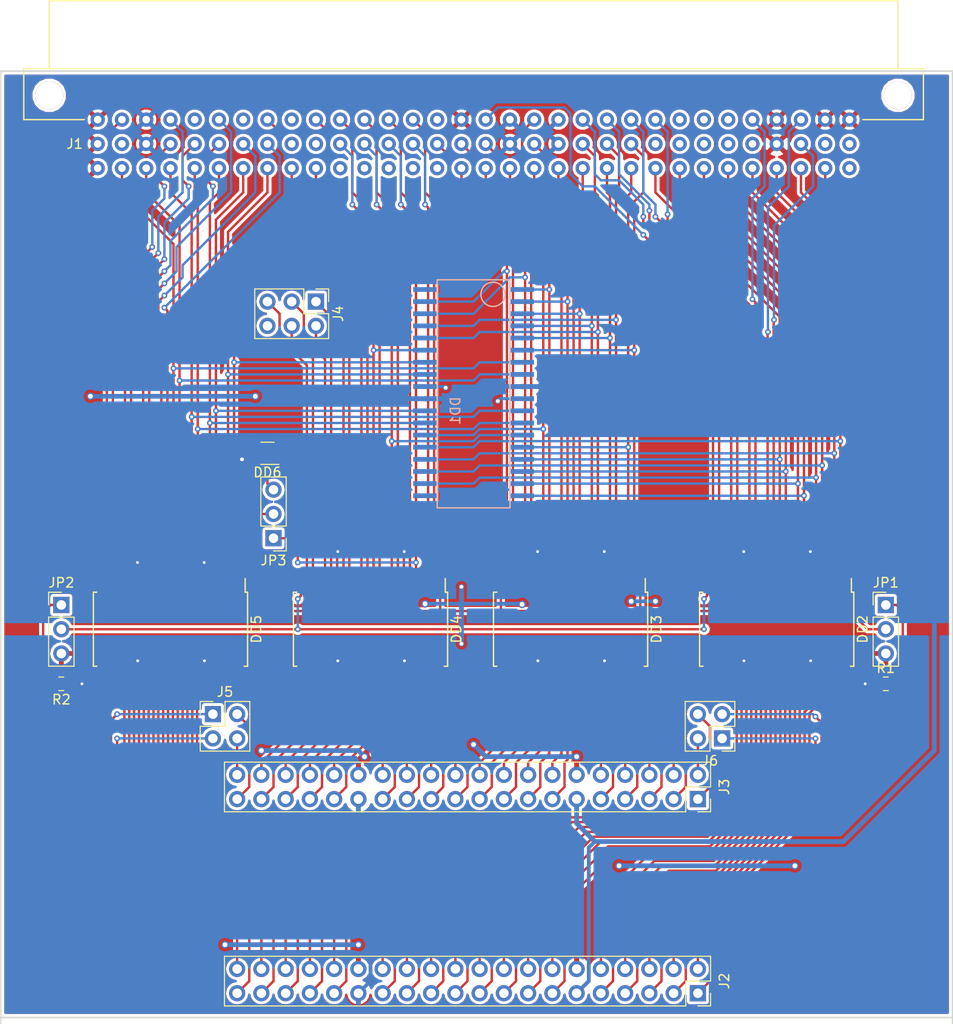
<source format=kicad_pcb>
(kicad_pcb (version 20171130) (host pcbnew 6.0.0-rc1-unknown)
  (layers (0 F.Cu signal) (31 B.Cu signal) (34 B.Paste user) (35 F.Paste user) (36 B.SilkS user) (37 F.SilkS user) (38 B.Mask user) (39 F.Mask user) (44 Edge.Cuts user))
  (net 0 "")
  (net 1 GND)
  (net 2 VCC)
  (net 3 /X1)
  (net 4 /X0)
  (net 5 /A0)
  (net 6 /A1)
  (net 7 /A3)
  (net 8 /A2)
  (net 9 /A4)
  (net 10 /A5)
  (net 11 /A7)
  (net 12 /A6)
  (net 13 /A8)
  (net 14 /A9)
  (net 15 /A11)
  (net 16 /A10)
  (net 17 /A12)
  (net 18 /A13)
  (net 19 /MA15)
  (net 20 /MA14)
  (net 21 /~UB)
  (net 22 /D7)
  (net 23 /D6)
  (net 24 /D5)
  (net 25 /D4)
  (net 26 /D3)
  (net 27 /D2)
  (net 28 /D1)
  (net 29 /D0)
  (net 30 /~RES)
  (net 31 /A14)
  (net 32 /A15)
  (net 33 /~WR)
  (net 34 /~IRQS)
  (net 35 /~RD)
  (net 36 /~IRQ7)
  (net 37 /~IRQ5)
  (net 38 /~IRQ3)
  (net 39 /~IRQ1)
  (net 40 /~IRQ2)
  (net 41 /~IRQ4)
  (net 42 /~IRQ6)
  (net 43 /~BLIO)
  (net 44 /~WAIT)
  (net 45 /~IORQ)
  (net 46 /~MREQ)
  (net 47 /INT50)
  (net 48 /~MRD)
  (net 49 /~M1)
  (net 50 /~RFSH)
  (net 51 /~INTA)
  (net 52 /~BLRAM)
  (net 53 /HOLD)
  (net 54 /HLDA)
  (net 55 "Net-(J1-Pad5c)")
  (net 56 "Net-(J1-Pad7c)")
  (net 57 "Net-(J1-Pad9c)")
  (net 58 "Net-(J1-Pad28b)")
  (net 59 "Net-(J1-Pad27b)")
  (net 60 "Net-(J1-Pad26b)")
  (net 61 "Net-(J1-Pad25b)")
  (net 62 "Net-(J1-Pad24b)")
  (net 63 "Net-(J1-Pad9b)")
  (net 64 "Net-(J1-Pad2b)")
  (net 65 "Net-(J1-Pad11a)")
  (net 66 "Net-(J1-Pad12a)")
  (net 67 "Net-(J1-Pad13a)")
  (net 68 "Net-(J1-Pad14a)")
  (net 69 "Net-(J1-Pad15a)")
  (net 70 /~MWR)
  (net 71 /~CE0)
  (net 72 /MA17)
  (net 73 /MA16)
  (net 74 /~VO0)
  (net 75 /~VO1)
  (net 76 /pF8)
  (net 77 /pFA)
  (net 78 /pFC)
  (net 79 /~VCE)
  (net 80 "Net-(J1-Pad10b)")
  (net 81 /SND)
  (net 82 /MA18)
  (net 83 "Net-(J1-Pad32b)")
  (net 84 "Net-(J1-Pad31b)")
  (net 85 /P0)
  (net 86 /P1)
  (net 87 /P2)
  (net 88 /P3)
  (net 89 /P4)
  (net 90 /P5)
  (net 91 /P6)
  (net 92 /P7)
  (net 93 /P8)
  (net 94 /P9)
  (net 95 /P10)
  (net 96 /P11)
  (net 97 /P12)
  (net 98 /P13)
  (net 99 /P14)
  (net 100 /P15)
  (net 101 /P16)
  (net 102 /P17)
  (net 103 /P18)
  (net 104 /P19)
  (net 105 /P20)
  (net 106 /P21)
  (net 107 /P22)
  (net 108 /P23)
  (net 109 /P24)
  (net 110 /P25)
  (net 111 +3V3)
  (net 112 /P26)
  (net 113 /P27)
  (net 114 /P28)
  (net 115 /P29)
  (net 116 /P30)
  (net 117 /P31)
  (net 118 /P32)
  (net 119 /P33)
  (net 120 /P34)
  (net 121 /P35)
  (net 122 /R35)
  (net 123 /R34)
  (net 124 /R33)
  (net 125 /R32)
  (net 126 /R31)
  (net 127 /R30)
  (net 128 /R29)
  (net 129 /R28)
  (net 130 /R27)
  (net 131 /R26)
  (net 132 /R25)
  (net 133 /R24)
  (net 134 /R23)
  (net 135 /R22)
  (net 136 /R21)
  (net 137 /R20)
  (net 138 /R19)
  (net 139 /R18)
  (net 140 /R17)
  (net 141 /R16)
  (net 142 /R15)
  (net 143 /R14)
  (net 144 /R13)
  (net 145 /R12)
  (net 146 /R11)
  (net 147 /R10)
  (net 148 /R9)
  (net 149 /R8)
  (net 150 /R7)
  (net 151 /R6)
  (net 152 /R5)
  (net 153 /R4)
  (net 154 /R3)
  (net 155 /R2)
  (net 156 /R1)
  (net 157 /R0)
  (net 158 /AB)
  (net 159 /BA)
  (net 160 /DB)
  (net 161 "Net-(DD6-Pad4)")
  (net 162 "Net-(JP1-Pad1)")
  (net 163 "Net-(JP2-Pad1)")
  (net 164 /S0)
  (net 165 /S1)
  (net 166 /S2)
  (net 167 /S3)
  (net 168 /S4)
  (net 169 "Net-(J4-Pad6)")
  (module orion:Socket_DIN41612-CaseC1-full-Male-96Pin-3rows (layer F.Cu) (at 119.38 47.625 180)
    (fp_text reference J1 (at 41.783 0 180) (layer F.SilkS))
    (fp_text value C96ABC)
    (pad 1c thru_hole circle (at 39.37 2.54) (size 1.50114 1.50114) (drill 0.8001) (layers *.Cu *.Mask) (net 1 GND))
    (pad 2c thru_hole circle (at 36.83 2.54) (size 1.50114 1.50114) (drill 0.8001) (layers *.Cu *.Mask) (net 30 /~RES))
    (pad 4c thru_hole circle (at 31.75 2.54) (size 1.50114 1.50114) (drill 0.8001) (layers *.Cu *.Mask) (net 51 /~INTA))
    (pad 3c thru_hole circle (at 34.29 2.54) (size 1.50114 1.50114) (drill 0.8001) (layers *.Cu *.Mask) (net 2 VCC))
    (pad 5c thru_hole circle (at 29.21 2.54) (size 1.50114 1.50114) (drill 0.8001) (layers *.Cu *.Mask) (net 55 "Net-(J1-Pad5c)"))
    (pad 6c thru_hole circle (at 26.67 2.54) (size 1.50114 1.50114) (drill 0.8001) (layers *.Cu *.Mask) (net 49 /~M1))
    (pad 7c thru_hole circle (at 24.13 2.54) (size 1.50114 1.50114) (drill 0.8001) (layers *.Cu *.Mask) (net 56 "Net-(J1-Pad7c)"))
    (pad 8c thru_hole circle (at 21.59 2.54) (size 1.50114 1.50114) (drill 0.8001) (layers *.Cu *.Mask) (net 52 /~BLRAM))
    (pad 9c thru_hole circle (at 19.05 2.54) (size 1.50114 1.50114) (drill 0.8001) (layers *.Cu *.Mask) (net 57 "Net-(J1-Pad9c)"))
    (pad 10c thru_hole circle (at 16.51 2.54) (size 1.50114 1.50114) (drill 0.8001) (layers *.Cu *.Mask) (net 43 /~BLIO))
    (pad 11c thru_hole circle (at 13.97 2.54) (size 1.50114 1.50114) (drill 0.8001) (layers *.Cu *.Mask) (net 45 /~IORQ))
    (pad 12c thru_hole circle (at 11.43 2.54) (size 1.50114 1.50114) (drill 0.8001) (layers *.Cu *.Mask) (net 46 /~MREQ))
    (pad 13c thru_hole circle (at 8.89 2.54) (size 1.50114 1.50114) (drill 0.8001) (layers *.Cu *.Mask) (net 33 /~WR))
    (pad 14c thru_hole circle (at 6.35 2.54) (size 1.50114 1.50114) (drill 0.8001) (layers *.Cu *.Mask) (net 35 /~RD))
    (pad 15c thru_hole circle (at 3.81 2.54) (size 1.50114 1.50114) (drill 0.8001) (layers *.Cu *.Mask) (net 53 /HOLD))
    (pad 16c thru_hole circle (at 1.27 2.54) (size 1.50114 1.50114) (drill 0.8001) (layers *.Cu *.Mask) (net 1 GND))
    (pad 17c thru_hole circle (at -1.27 2.54) (size 1.50114 1.50114) (drill 0.8001) (layers *.Cu *.Mask) (net 3 /X1))
    (pad 18c thru_hole circle (at -3.81 2.54) (size 1.50114 1.50114) (drill 0.8001) (layers *.Cu *.Mask) (net 2 VCC))
    (pad 19c thru_hole circle (at -6.35 2.54) (size 1.50114 1.50114) (drill 0.8001) (layers *.Cu *.Mask) (net 50 /~RFSH))
    (pad 20c thru_hole circle (at -8.89 2.54) (size 1.50114 1.50114) (drill 0.8001) (layers *.Cu *.Mask) (net 2 VCC))
    (pad 21c thru_hole circle (at -11.43 2.54) (size 1.50114 1.50114) (drill 0.8001) (layers *.Cu *.Mask) (net 39 /~IRQ1))
    (pad 22c thru_hole circle (at -13.97 2.54) (size 1.50114 1.50114) (drill 0.8001) (layers *.Cu *.Mask) (net 40 /~IRQ2))
    (pad 23c thru_hole circle (at -16.51 2.54) (size 1.50114 1.50114) (drill 0.8001) (layers *.Cu *.Mask) (net 38 /~IRQ3))
    (pad 24c thru_hole circle (at -19.05 2.54) (size 1.50114 1.50114) (drill 0.8001) (layers *.Cu *.Mask) (net 41 /~IRQ4))
    (pad 25c thru_hole circle (at -21.59 2.54) (size 1.50114 1.50114) (drill 0.8001) (layers *.Cu *.Mask) (net 37 /~IRQ5))
    (pad 26c thru_hole circle (at -24.13 2.54) (size 1.50114 1.50114) (drill 0.8001) (layers *.Cu *.Mask) (net 42 /~IRQ6))
    (pad 27c thru_hole circle (at -26.67 2.54) (size 1.50114 1.50114) (drill 0.8001) (layers *.Cu *.Mask) (net 36 /~IRQ7))
    (pad 28c thru_hole circle (at -29.21 2.54) (size 1.50114 1.50114) (drill 0.8001) (layers *.Cu *.Mask) (net 34 /~IRQS))
    (pad 29c thru_hole circle (at -31.75 2.54) (size 1.50114 1.50114) (drill 0.8001) (layers *.Cu *.Mask) (net 1 GND))
    (pad 30c thru_hole circle (at -34.29 2.54) (size 1.50114 1.50114) (drill 0.8001) (layers *.Cu *.Mask) (net 4 /X0))
    (pad 31c thru_hole circle (at -36.83 2.54) (size 1.50114 1.50114) (drill 0.8001) (layers *.Cu *.Mask) (net 1 GND))
    (pad 32c thru_hole circle (at -39.37 2.54) (size 1.50114 1.50114) (drill 0.8001) (layers *.Cu *.Mask) (net 1 GND))
    (pad 32b thru_hole circle (at -39.37 0) (size 1.50114 1.50114) (drill 0.8001) (layers *.Cu *.Mask) (net 83 "Net-(J1-Pad32b)"))
    (pad 31b thru_hole circle (at -36.83 0) (size 1.50114 1.50114) (drill 0.8001) (layers *.Cu *.Mask) (net 84 "Net-(J1-Pad31b)"))
    (pad 30b thru_hole circle (at -34.29 0) (size 1.50114 1.50114) (drill 0.8001) (layers *.Cu *.Mask) (net 47 /INT50))
    (pad 29b thru_hole circle (at -31.75 0) (size 1.50114 1.50114) (drill 0.8001) (layers *.Cu *.Mask) (net 1 GND))
    (pad 28b thru_hole circle (at -29.21 0) (size 1.50114 1.50114) (drill 0.8001) (layers *.Cu *.Mask) (net 58 "Net-(J1-Pad28b)"))
    (pad 27b thru_hole circle (at -26.67 0) (size 1.50114 1.50114) (drill 0.8001) (layers *.Cu *.Mask) (net 59 "Net-(J1-Pad27b)"))
    (pad 26b thru_hole circle (at -24.13 0) (size 1.50114 1.50114) (drill 0.8001) (layers *.Cu *.Mask) (net 60 "Net-(J1-Pad26b)"))
    (pad 25b thru_hole circle (at -21.59 0) (size 1.50114 1.50114) (drill 0.8001) (layers *.Cu *.Mask) (net 61 "Net-(J1-Pad25b)"))
    (pad 24b thru_hole circle (at -19.05 0) (size 1.50114 1.50114) (drill 0.8001) (layers *.Cu *.Mask) (net 62 "Net-(J1-Pad24b)"))
    (pad 23b thru_hole circle (at -16.51 0) (size 1.50114 1.50114) (drill 0.8001) (layers *.Cu *.Mask) (net 71 /~CE0))
    (pad 22b thru_hole circle (at -13.97 0) (size 1.50114 1.50114) (drill 0.8001) (layers *.Cu *.Mask) (net 82 /MA18))
    (pad 21b thru_hole circle (at -11.43 0) (size 1.50114 1.50114) (drill 0.8001) (layers *.Cu *.Mask) (net 72 /MA17))
    (pad 20b thru_hole circle (at -8.89 0) (size 1.50114 1.50114) (drill 0.8001) (layers *.Cu *.Mask) (net 2 VCC))
    (pad 19b thru_hole circle (at -6.35 0) (size 1.50114 1.50114) (drill 0.8001) (layers *.Cu *.Mask) (net 81 /SND))
    (pad 18b thru_hole circle (at -3.81 0) (size 1.50114 1.50114) (drill 0.8001) (layers *.Cu *.Mask) (net 2 VCC))
    (pad 17b thru_hole circle (at -1.27 0) (size 1.50114 1.50114) (drill 0.8001) (layers *.Cu *.Mask) (net 20 /MA14))
    (pad 16b thru_hole circle (at 1.27 0) (size 1.50114 1.50114) (drill 0.8001) (layers *.Cu *.Mask) (net 19 /MA15))
    (pad 15b thru_hole circle (at 3.81 0) (size 1.50114 1.50114) (drill 0.8001) (layers *.Cu *.Mask) (net 73 /MA16))
    (pad 14b thru_hole circle (at 6.35 0) (size 1.50114 1.50114) (drill 0.8001) (layers *.Cu *.Mask) (net 21 /~UB))
    (pad 13b thru_hole circle (at 8.89 0) (size 1.50114 1.50114) (drill 0.8001) (layers *.Cu *.Mask) (net 79 /~VCE))
    (pad 12b thru_hole circle (at 11.43 0) (size 1.50114 1.50114) (drill 0.8001) (layers *.Cu *.Mask) (net 70 /~MWR))
    (pad 11b thru_hole circle (at 13.97 0) (size 1.50114 1.50114) (drill 0.8001) (layers *.Cu *.Mask) (net 48 /~MRD))
    (pad 10b thru_hole circle (at 16.51 0) (size 1.50114 1.50114) (drill 0.8001) (layers *.Cu *.Mask) (net 80 "Net-(J1-Pad10b)"))
    (pad 9b thru_hole circle (at 19.05 0) (size 1.50114 1.50114) (drill 0.8001) (layers *.Cu *.Mask) (net 63 "Net-(J1-Pad9b)"))
    (pad 8b thru_hole circle (at 21.59 0) (size 1.50114 1.50114) (drill 0.8001) (layers *.Cu *.Mask) (net 77 /pFA))
    (pad 7b thru_hole circle (at 24.13 0) (size 1.50114 1.50114) (drill 0.8001) (layers *.Cu *.Mask) (net 76 /pF8))
    (pad 6b thru_hole circle (at 26.67 0) (size 1.50114 1.50114) (drill 0.8001) (layers *.Cu *.Mask) (net 78 /pFC))
    (pad 5b thru_hole circle (at 29.21 0) (size 1.50114 1.50114) (drill 0.8001) (layers *.Cu *.Mask) (net 75 /~VO1))
    (pad 3b thru_hole circle (at 34.29 0) (size 1.50114 1.50114) (drill 0.8001) (layers *.Cu *.Mask) (net 2 VCC))
    (pad 4b thru_hole circle (at 31.75 0) (size 1.50114 1.50114) (drill 0.8001) (layers *.Cu *.Mask) (net 74 /~VO0))
    (pad 2b thru_hole circle (at 36.83 0) (size 1.50114 1.50114) (drill 0.8001) (layers *.Cu *.Mask) (net 64 "Net-(J1-Pad2b)"))
    (pad 1b thru_hole circle (at 39.37 0) (size 1.50114 1.50114) (drill 0.8001) (layers *.Cu *.Mask) (net 1 GND))
    (pad 1a thru_hole circle (at 39.37 -2.54) (size 1.50114 1.50114) (drill 0.8001) (layers *.Cu *.Mask) (net 1 GND))
    (pad 2a thru_hole circle (at 36.83 -2.54) (size 1.50114 1.50114) (drill 0.8001) (layers *.Cu *.Mask) (net 22 /D7))
    (pad 4a thru_hole circle (at 31.75 -2.54) (size 1.50114 1.50114) (drill 0.8001) (layers *.Cu *.Mask) (net 24 /D5))
    (pad 3a thru_hole circle (at 34.29 -2.54) (size 1.50114 1.50114) (drill 0.8001) (layers *.Cu *.Mask) (net 23 /D6))
    (pad 5a thru_hole circle (at 29.21 -2.54) (size 1.50114 1.50114) (drill 0.8001) (layers *.Cu *.Mask) (net 25 /D4))
    (pad 6a thru_hole circle (at 26.67 -2.54) (size 1.50114 1.50114) (drill 0.8001) (layers *.Cu *.Mask) (net 26 /D3))
    (pad 7a thru_hole circle (at 24.13 -2.54) (size 1.50114 1.50114) (drill 0.8001) (layers *.Cu *.Mask) (net 27 /D2))
    (pad 8a thru_hole circle (at 21.59 -2.54) (size 1.50114 1.50114) (drill 0.8001) (layers *.Cu *.Mask) (net 28 /D1))
    (pad 9a thru_hole circle (at 19.05 -2.54) (size 1.50114 1.50114) (drill 0.8001) (layers *.Cu *.Mask) (net 29 /D0))
    (pad 10a thru_hole circle (at 16.51 -2.54) (size 1.50114 1.50114) (drill 0.8001) (layers *.Cu *.Mask) (net 44 /~WAIT))
    (pad 11a thru_hole circle (at 13.97 -2.54) (size 1.50114 1.50114) (drill 0.8001) (layers *.Cu *.Mask) (net 65 "Net-(J1-Pad11a)"))
    (pad 12a thru_hole circle (at 11.43 -2.54) (size 1.50114 1.50114) (drill 0.8001) (layers *.Cu *.Mask) (net 66 "Net-(J1-Pad12a)"))
    (pad 13a thru_hole circle (at 8.89 -2.54) (size 1.50114 1.50114) (drill 0.8001) (layers *.Cu *.Mask) (net 67 "Net-(J1-Pad13a)"))
    (pad 14a thru_hole circle (at 6.35 -2.54) (size 1.50114 1.50114) (drill 0.8001) (layers *.Cu *.Mask) (net 68 "Net-(J1-Pad14a)"))
    (pad 15a thru_hole circle (at 3.81 -2.54) (size 1.50114 1.50114) (drill 0.8001) (layers *.Cu *.Mask) (net 69 "Net-(J1-Pad15a)"))
    (pad 16a thru_hole circle (at 1.27 -2.54) (size 1.50114 1.50114) (drill 0.8001) (layers *.Cu *.Mask) (net 32 /A15))
    (pad 17a thru_hole circle (at -1.27 -2.54) (size 1.50114 1.50114) (drill 0.8001) (layers *.Cu *.Mask) (net 31 /A14))
    (pad 18a thru_hole circle (at -3.81 -2.54) (size 1.50114 1.50114) (drill 0.8001) (layers *.Cu *.Mask) (net 18 /A13))
    (pad 19a thru_hole circle (at -6.35 -2.54) (size 1.50114 1.50114) (drill 0.8001) (layers *.Cu *.Mask) (net 17 /A12))
    (pad 20a thru_hole circle (at -8.89 -2.54) (size 1.50114 1.50114) (drill 0.8001) (layers *.Cu *.Mask) (net 15 /A11))
    (pad 21a thru_hole circle (at -11.43 -2.54) (size 1.50114 1.50114) (drill 0.8001) (layers *.Cu *.Mask) (net 16 /A10))
    (pad 22a thru_hole circle (at -13.97 -2.54) (size 1.50114 1.50114) (drill 0.8001) (layers *.Cu *.Mask) (net 14 /A9))
    (pad 23a thru_hole circle (at -16.51 -2.54) (size 1.50114 1.50114) (drill 0.8001) (layers *.Cu *.Mask) (net 13 /A8))
    (pad 24a thru_hole circle (at -19.05 -2.54) (size 1.50114 1.50114) (drill 0.8001) (layers *.Cu *.Mask) (net 11 /A7))
    (pad 25a thru_hole circle (at -21.59 -2.54) (size 1.50114 1.50114) (drill 0.8001) (layers *.Cu *.Mask) (net 12 /A6))
    (pad 26a thru_hole circle (at -24.13 -2.54) (size 1.50114 1.50114) (drill 0.8001) (layers *.Cu *.Mask) (net 10 /A5))
    (pad 27a thru_hole circle (at -26.67 -2.54) (size 1.50114 1.50114) (drill 0.8001) (layers *.Cu *.Mask) (net 9 /A4))
    (pad 28a thru_hole circle (at -29.21 -2.54) (size 1.50114 1.50114) (drill 0.8001) (layers *.Cu *.Mask) (net 7 /A3))
    (pad 29a thru_hole circle (at -31.75 -2.54) (size 1.50114 1.50114) (drill 0.8001) (layers *.Cu *.Mask) (net 8 /A2))
    (pad 30a thru_hole circle (at -34.29 -2.54) (size 1.50114 1.50114) (drill 0.8001) (layers *.Cu *.Mask) (net 6 /A1))
    (pad 31a thru_hole circle (at -36.83 -2.54) (size 1.50114 1.50114) (drill 0.8001) (layers *.Cu *.Mask) (net 5 /A0))
    (pad 32a thru_hole circle (at -39.37 -2.54) (size 1.50114 1.50114) (drill 0.8001) (layers *.Cu *.Mask) (net 54 /HLDA))
    (pad 1 thru_hole circle (at -44.45 5.08 180) (size 2.90068 2.90068) (drill 2.90068) (layers *.Cu *.Mask))
    (pad 1 thru_hole circle (at 44.45 5.08 180) (size 2.90068 2.90068) (drill 2.90068) (layers *.Cu *.Mask))
  )
  (module Projects:SOJ-36 (layer B.Cu) (at 119.38 75.565 270)
    (fp_text reference DD1 (at 0 1.905 270) (layer B.SilkS) (effects (justify mirror)))
    (fp_text value CY7C1049B)
    (pad 26 smd rect (at 0 5.08 270) (size 0.5 2.5) (layers B.Cu B.Paste B.Mask) (net 27 /D2))
    (pad 11 smd rect (at 0 -5.08 270) (size 0.5 2.5) (layers B.Cu B.Paste B.Mask) (net 24 /D5))
    (pad 27 smd rect (at -1.27 5.08 270) (size 0.5 2.5) (layers B.Cu B.Paste B.Mask) (net 2 VCC))
    (pad 28 smd rect (at -2.54 5.08 270) (size 0.5 2.5) (layers B.Cu B.Paste B.Mask) (net 1 GND))
    (pad 29 smd rect (at -3.81 5.08 270) (size 0.5 2.5) (layers B.Cu B.Paste B.Mask) (net 28 /D1))
    (pad 30 smd rect (at -5.08 5.08 270) (size 0.5 2.5) (layers B.Cu B.Paste B.Mask) (net 29 /D0))
    (pad 31 smd rect (at -6.35 5.08 270) (size 0.5 2.5) (layers B.Cu B.Paste B.Mask) (net 48 /~MRD))
    (pad 32 smd rect (at -7.62 5.08 270) (size 0.5 2.5) (layers B.Cu B.Paste B.Mask) (net 72 /MA17))
    (pad 33 smd rect (at -8.89 5.08 270) (size 0.5 2.5) (layers B.Cu B.Paste B.Mask) (net 82 /MA18))
    (pad 34 smd rect (at -10.16 5.08 270) (size 0.5 2.5) (layers B.Cu B.Paste B.Mask) (net 19 /MA15))
    (pad 35 smd rect (at -11.43 5.08 270) (size 0.5 2.5) (layers B.Cu B.Paste B.Mask) (net 73 /MA16))
    (pad 36 smd rect (at -12.7 5.08 270) (size 0.5 2.5) (layers B.Cu B.Paste B.Mask))
    (pad 10 smd rect (at -1.27 -5.08 270) (size 0.5 2.5) (layers B.Cu B.Paste B.Mask) (net 1 GND))
    (pad 9 smd rect (at -2.54 -5.08 270) (size 0.5 2.5) (layers B.Cu B.Paste B.Mask) (net 2 VCC))
    (pad 8 smd rect (at -3.81 -5.08 270) (size 0.5 2.5) (layers B.Cu B.Paste B.Mask) (net 23 /D6))
    (pad 7 smd rect (at -5.08 -5.08 270) (size 0.5 2.5) (layers B.Cu B.Paste B.Mask) (net 22 /D7))
    (pad 6 smd rect (at -6.35 -5.08 270) (size 0.5 2.5) (layers B.Cu B.Paste B.Mask) (net 71 /~CE0))
    (pad 5 smd rect (at -7.62 -5.08 270) (size 0.5 2.5) (layers B.Cu B.Paste B.Mask) (net 14 /A9))
    (pad 4 smd rect (at -8.89 -5.08 270) (size 0.5 2.5) (layers B.Cu B.Paste B.Mask) (net 16 /A10))
    (pad 3 smd rect (at -10.16 -5.08 270) (size 0.5 2.5) (layers B.Cu B.Paste B.Mask) (net 15 /A11))
    (pad 2 smd rect (at -11.43 -5.08 270) (size 0.5 2.5) (layers B.Cu B.Paste B.Mask) (net 17 /A12))
    (pad 1 smd rect (at -12.7 -5.08 270) (size 0.5 2.5) (layers B.Cu B.Paste B.Mask) (net 18 /A13))
    (pad 25 smd rect (at 1.27 5.08 270) (size 0.5 2.5) (layers B.Cu B.Paste B.Mask) (net 26 /D3))
    (pad 24 smd rect (at 2.54 5.08 270) (size 0.5 2.5) (layers B.Cu B.Paste B.Mask) (net 20 /MA14))
    (pad 23 smd rect (at 3.81 5.08 270) (size 0.5 2.5) (layers B.Cu B.Paste B.Mask) (net 5 /A0))
    (pad 22 smd rect (at 5.08 5.08 270) (size 0.5 2.5) (layers B.Cu B.Paste B.Mask) (net 6 /A1))
    (pad 21 smd rect (at 6.35 5.08 270) (size 0.5 2.5) (layers B.Cu B.Paste B.Mask) (net 8 /A2))
    (pad 20 smd rect (at 7.62 5.08 270) (size 0.5 2.5) (layers B.Cu B.Paste B.Mask) (net 7 /A3))
    (pad 19 smd rect (at 8.89 5.08 270) (size 0.5 2.5) (layers B.Cu B.Paste B.Mask))
    (pad 12 smd rect (at 1.27 -5.08 270) (size 0.5 2.5) (layers B.Cu B.Paste B.Mask) (net 25 /D4))
    (pad 13 smd rect (at 2.54 -5.08 270) (size 0.5 2.5) (layers B.Cu B.Paste B.Mask) (net 70 /~MWR))
    (pad 14 smd rect (at 3.81 -5.08 270) (size 0.5 2.5) (layers B.Cu B.Paste B.Mask) (net 13 /A8))
    (pad 15 smd rect (at 5.08 -5.08 270) (size 0.5 2.5) (layers B.Cu B.Paste B.Mask) (net 11 /A7))
    (pad 16 smd rect (at 6.35 -5.08 270) (size 0.5 2.5) (layers B.Cu B.Paste B.Mask) (net 12 /A6))
    (pad 17 smd rect (at 7.62 -5.08 270) (size 0.5 2.5) (layers B.Cu B.Paste B.Mask) (net 10 /A5))
    (pad 18 smd rect (at 8.89 -5.08 270) (size 0.5 2.5) (layers B.Cu B.Paste B.Mask) (net 9 /A4))
  )
  (module Connector_PinSocket_2.54mm:PinSocket_2x20_P2.54mm_Vertical (layer F.Cu) (at 142.875 136.525 270)
    (fp_text reference J2 (at -1.27 -2.77 270) (layer F.SilkS))
    (fp_text value "GPIO 0")
    (pad 1 thru_hole rect (at 0 0 270) (size 1.7 1.7) (drill 1) (layers *.Cu *.Mask) (net 121 /P35))
    (pad 2 thru_hole oval (at -2.54 0 270) (size 1.7 1.7) (drill 1) (layers *.Cu *.Mask) (net 120 /P34))
    (pad 3 thru_hole oval (at 0 2.54 270) (size 1.7 1.7) (drill 1) (layers *.Cu *.Mask) (net 119 /P33))
    (pad 4 thru_hole oval (at -2.54 2.54 270) (size 1.7 1.7) (drill 1) (layers *.Cu *.Mask) (net 118 /P32))
    (pad 5 thru_hole oval (at 0 5.08 270) (size 1.7 1.7) (drill 1) (layers *.Cu *.Mask) (net 117 /P31))
    (pad 6 thru_hole oval (at -2.54 5.08 270) (size 1.7 1.7) (drill 1) (layers *.Cu *.Mask) (net 116 /P30))
    (pad 7 thru_hole oval (at 0 7.62 270) (size 1.7 1.7) (drill 1) (layers *.Cu *.Mask) (net 115 /P29))
    (pad 8 thru_hole oval (at -2.54 7.62 270) (size 1.7 1.7) (drill 1) (layers *.Cu *.Mask) (net 114 /P28))
    (pad 9 thru_hole oval (at 0 10.16 270) (size 1.7 1.7) (drill 1) (layers *.Cu *.Mask) (net 113 /P27))
    (pad 10 thru_hole oval (at -2.54 10.16 270) (size 1.7 1.7) (drill 1) (layers *.Cu *.Mask) (net 112 /P26))
    (pad 11 thru_hole oval (at 0 12.7 270) (size 1.7 1.7) (drill 1) (layers *.Cu *.Mask) (net 2 VCC))
    (pad 12 thru_hole oval (at -2.54 12.7 270) (size 1.7 1.7) (drill 1) (layers *.Cu *.Mask) (net 1 GND))
    (pad 13 thru_hole oval (at 0 15.24 270) (size 1.7 1.7) (drill 1) (layers *.Cu *.Mask) (net 110 /P25))
    (pad 14 thru_hole oval (at -2.54 15.24 270) (size 1.7 1.7) (drill 1) (layers *.Cu *.Mask) (net 109 /P24))
    (pad 15 thru_hole oval (at 0 17.78 270) (size 1.7 1.7) (drill 1) (layers *.Cu *.Mask) (net 108 /P23))
    (pad 16 thru_hole oval (at -2.54 17.78 270) (size 1.7 1.7) (drill 1) (layers *.Cu *.Mask) (net 107 /P22))
    (pad 17 thru_hole oval (at 0 20.32 270) (size 1.7 1.7) (drill 1) (layers *.Cu *.Mask) (net 106 /P21))
    (pad 18 thru_hole oval (at -2.54 20.32 270) (size 1.7 1.7) (drill 1) (layers *.Cu *.Mask) (net 105 /P20))
    (pad 19 thru_hole oval (at 0 22.86 270) (size 1.7 1.7) (drill 1) (layers *.Cu *.Mask) (net 104 /P19))
    (pad 20 thru_hole oval (at -2.54 22.86 270) (size 1.7 1.7) (drill 1) (layers *.Cu *.Mask) (net 103 /P18))
    (pad 21 thru_hole oval (at 0 25.4 270) (size 1.7 1.7) (drill 1) (layers *.Cu *.Mask) (net 102 /P17))
    (pad 22 thru_hole oval (at -2.54 25.4 270) (size 1.7 1.7) (drill 1) (layers *.Cu *.Mask) (net 101 /P16))
    (pad 23 thru_hole oval (at 0 27.94 270) (size 1.7 1.7) (drill 1) (layers *.Cu *.Mask) (net 100 /P15))
    (pad 24 thru_hole oval (at -2.54 27.94 270) (size 1.7 1.7) (drill 1) (layers *.Cu *.Mask) (net 99 /P14))
    (pad 25 thru_hole oval (at 0 30.48 270) (size 1.7 1.7) (drill 1) (layers *.Cu *.Mask) (net 98 /P13))
    (pad 26 thru_hole oval (at -2.54 30.48 270) (size 1.7 1.7) (drill 1) (layers *.Cu *.Mask) (net 97 /P12))
    (pad 27 thru_hole oval (at 0 33.02 270) (size 1.7 1.7) (drill 1) (layers *.Cu *.Mask) (net 96 /P11))
    (pad 28 thru_hole oval (at -2.54 33.02 270) (size 1.7 1.7) (drill 1) (layers *.Cu *.Mask) (net 95 /P10))
    (pad 29 thru_hole oval (at 0 35.56 270) (size 1.7 1.7) (drill 1) (layers *.Cu *.Mask) (net 111 +3V3))
    (pad 30 thru_hole oval (at -2.54 35.56 270) (size 1.7 1.7) (drill 1) (layers *.Cu *.Mask) (net 1 GND))
    (pad 31 thru_hole oval (at 0 38.1 270) (size 1.7 1.7) (drill 1) (layers *.Cu *.Mask) (net 94 /P9))
    (pad 32 thru_hole oval (at -2.54 38.1 270) (size 1.7 1.7) (drill 1) (layers *.Cu *.Mask) (net 93 /P8))
    (pad 33 thru_hole oval (at 0 40.64 270) (size 1.7 1.7) (drill 1) (layers *.Cu *.Mask) (net 92 /P7))
    (pad 34 thru_hole oval (at -2.54 40.64 270) (size 1.7 1.7) (drill 1) (layers *.Cu *.Mask) (net 91 /P6))
    (pad 35 thru_hole oval (at 0 43.18 270) (size 1.7 1.7) (drill 1) (layers *.Cu *.Mask) (net 90 /P5))
    (pad 36 thru_hole oval (at -2.54 43.18 270) (size 1.7 1.7) (drill 1) (layers *.Cu *.Mask) (net 89 /P4))
    (pad 37 thru_hole oval (at 0 45.72 270) (size 1.7 1.7) (drill 1) (layers *.Cu *.Mask) (net 88 /P3))
    (pad 38 thru_hole oval (at -2.54 45.72 270) (size 1.7 1.7) (drill 1) (layers *.Cu *.Mask) (net 87 /P2))
    (pad 39 thru_hole oval (at 0 48.26 270) (size 1.7 1.7) (drill 1) (layers *.Cu *.Mask) (net 86 /P1))
    (pad 40 thru_hole oval (at -2.54 48.26 270) (size 1.7 1.7) (drill 1) (layers *.Cu *.Mask) (net 85 /P0))
  )
  (module Connector_PinSocket_2.54mm:PinSocket_2x20_P2.54mm_Vertical (layer F.Cu) (at 142.875 116.205 270)
    (fp_text reference J3 (at -1.27 -2.77 270) (layer F.SilkS))
    (fp_text value "GPIO 1")
    (pad 1 thru_hole rect (at 0 0 270) (size 1.7 1.7) (drill 1) (layers *.Cu *.Mask) (net 122 /R35))
    (pad 2 thru_hole oval (at -2.54 0 270) (size 1.7 1.7) (drill 1) (layers *.Cu *.Mask) (net 123 /R34))
    (pad 3 thru_hole oval (at 0 2.54 270) (size 1.7 1.7) (drill 1) (layers *.Cu *.Mask) (net 124 /R33))
    (pad 4 thru_hole oval (at -2.54 2.54 270) (size 1.7 1.7) (drill 1) (layers *.Cu *.Mask) (net 125 /R32))
    (pad 5 thru_hole oval (at 0 5.08 270) (size 1.7 1.7) (drill 1) (layers *.Cu *.Mask) (net 126 /R31))
    (pad 6 thru_hole oval (at -2.54 5.08 270) (size 1.7 1.7) (drill 1) (layers *.Cu *.Mask) (net 127 /R30))
    (pad 7 thru_hole oval (at 0 7.62 270) (size 1.7 1.7) (drill 1) (layers *.Cu *.Mask) (net 128 /R29))
    (pad 8 thru_hole oval (at -2.54 7.62 270) (size 1.7 1.7) (drill 1) (layers *.Cu *.Mask) (net 129 /R28))
    (pad 9 thru_hole oval (at 0 10.16 270) (size 1.7 1.7) (drill 1) (layers *.Cu *.Mask) (net 130 /R27))
    (pad 10 thru_hole oval (at -2.54 10.16 270) (size 1.7 1.7) (drill 1) (layers *.Cu *.Mask) (net 131 /R26))
    (pad 11 thru_hole oval (at 0 12.7 270) (size 1.7 1.7) (drill 1) (layers *.Cu *.Mask) (net 2 VCC))
    (pad 12 thru_hole oval (at -2.54 12.7 270) (size 1.7 1.7) (drill 1) (layers *.Cu *.Mask) (net 1 GND))
    (pad 13 thru_hole oval (at 0 15.24 270) (size 1.7 1.7) (drill 1) (layers *.Cu *.Mask) (net 132 /R25))
    (pad 14 thru_hole oval (at -2.54 15.24 270) (size 1.7 1.7) (drill 1) (layers *.Cu *.Mask) (net 133 /R24))
    (pad 15 thru_hole oval (at 0 17.78 270) (size 1.7 1.7) (drill 1) (layers *.Cu *.Mask) (net 134 /R23))
    (pad 16 thru_hole oval (at -2.54 17.78 270) (size 1.7 1.7) (drill 1) (layers *.Cu *.Mask) (net 135 /R22))
    (pad 17 thru_hole oval (at 0 20.32 270) (size 1.7 1.7) (drill 1) (layers *.Cu *.Mask) (net 136 /R21))
    (pad 18 thru_hole oval (at -2.54 20.32 270) (size 1.7 1.7) (drill 1) (layers *.Cu *.Mask) (net 137 /R20))
    (pad 19 thru_hole oval (at 0 22.86 270) (size 1.7 1.7) (drill 1) (layers *.Cu *.Mask) (net 138 /R19))
    (pad 20 thru_hole oval (at -2.54 22.86 270) (size 1.7 1.7) (drill 1) (layers *.Cu *.Mask) (net 139 /R18))
    (pad 21 thru_hole oval (at 0 25.4 270) (size 1.7 1.7) (drill 1) (layers *.Cu *.Mask) (net 140 /R17))
    (pad 22 thru_hole oval (at -2.54 25.4 270) (size 1.7 1.7) (drill 1) (layers *.Cu *.Mask) (net 141 /R16))
    (pad 23 thru_hole oval (at 0 27.94 270) (size 1.7 1.7) (drill 1) (layers *.Cu *.Mask) (net 142 /R15))
    (pad 24 thru_hole oval (at -2.54 27.94 270) (size 1.7 1.7) (drill 1) (layers *.Cu *.Mask) (net 143 /R14))
    (pad 25 thru_hole oval (at 0 30.48 270) (size 1.7 1.7) (drill 1) (layers *.Cu *.Mask) (net 144 /R13))
    (pad 26 thru_hole oval (at -2.54 30.48 270) (size 1.7 1.7) (drill 1) (layers *.Cu *.Mask) (net 145 /R12))
    (pad 27 thru_hole oval (at 0 33.02 270) (size 1.7 1.7) (drill 1) (layers *.Cu *.Mask) (net 146 /R11))
    (pad 28 thru_hole oval (at -2.54 33.02 270) (size 1.7 1.7) (drill 1) (layers *.Cu *.Mask) (net 147 /R10))
    (pad 29 thru_hole oval (at 0 35.56 270) (size 1.7 1.7) (drill 1) (layers *.Cu *.Mask) (net 111 +3V3))
    (pad 30 thru_hole oval (at -2.54 35.56 270) (size 1.7 1.7) (drill 1) (layers *.Cu *.Mask) (net 1 GND))
    (pad 31 thru_hole oval (at 0 38.1 270) (size 1.7 1.7) (drill 1) (layers *.Cu *.Mask) (net 148 /R9))
    (pad 32 thru_hole oval (at -2.54 38.1 270) (size 1.7 1.7) (drill 1) (layers *.Cu *.Mask) (net 149 /R8))
    (pad 33 thru_hole oval (at 0 40.64 270) (size 1.7 1.7) (drill 1) (layers *.Cu *.Mask) (net 150 /R7))
    (pad 34 thru_hole oval (at -2.54 40.64 270) (size 1.7 1.7) (drill 1) (layers *.Cu *.Mask) (net 151 /R6))
    (pad 35 thru_hole oval (at 0 43.18 270) (size 1.7 1.7) (drill 1) (layers *.Cu *.Mask) (net 152 /R5))
    (pad 36 thru_hole oval (at -2.54 43.18 270) (size 1.7 1.7) (drill 1) (layers *.Cu *.Mask) (net 153 /R4))
    (pad 37 thru_hole oval (at 0 45.72 270) (size 1.7 1.7) (drill 1) (layers *.Cu *.Mask) (net 154 /R3))
    (pad 38 thru_hole oval (at -2.54 45.72 270) (size 1.7 1.7) (drill 1) (layers *.Cu *.Mask) (net 155 /R2))
    (pad 39 thru_hole oval (at 0 48.26 270) (size 1.7 1.7) (drill 1) (layers *.Cu *.Mask) (net 156 /R1))
    (pad 40 thru_hole oval (at -2.54 48.26 270) (size 1.7 1.7) (drill 1) (layers *.Cu *.Mask) (net 157 /R0))
  )
  (module Package_SO:SSOP-48_7.5x15.9mm_P0.635mm (layer F.Cu) (at 151.13 98.425 270)
    (fp_text reference DD2 (at 0 -9 270) (layer F.SilkS))
    (fp_text value 74ALVC164245)
    (pad 1 smd rect (at -4.7 -7.3025 270) (size 1.2 0.4) (layers F.Cu F.Paste F.Mask) (net 158 /AB))
    (pad 2 smd rect (at -4.7 -6.6675 270) (size 1.2 0.4) (layers F.Cu F.Paste F.Mask) (net 5 /A0))
    (pad 3 smd rect (at -4.7 -6.0325 270) (size 1.2 0.4) (layers F.Cu F.Paste F.Mask) (net 6 /A1))
    (pad 4 smd rect (at -4.7 -5.3975 270) (size 1.2 0.4) (layers F.Cu F.Paste F.Mask) (net 1 GND))
    (pad 5 smd rect (at -4.7 -4.7625 270) (size 1.2 0.4) (layers F.Cu F.Paste F.Mask) (net 8 /A2))
    (pad 6 smd rect (at -4.7 -4.1275 270) (size 1.2 0.4) (layers F.Cu F.Paste F.Mask) (net 7 /A3))
    (pad 7 smd rect (at -4.7 -3.4925 270) (size 1.2 0.4) (layers F.Cu F.Paste F.Mask) (net 2 VCC))
    (pad 8 smd rect (at -4.7 -2.8575 270) (size 1.2 0.4) (layers F.Cu F.Paste F.Mask) (net 9 /A4))
    (pad 9 smd rect (at -4.7 -2.2225 270) (size 1.2 0.4) (layers F.Cu F.Paste F.Mask) (net 10 /A5))
    (pad 10 smd rect (at -4.7 -1.5875 270) (size 1.2 0.4) (layers F.Cu F.Paste F.Mask) (net 1 GND))
    (pad 11 smd rect (at -4.7 -0.9525 270) (size 1.2 0.4) (layers F.Cu F.Paste F.Mask) (net 12 /A6))
    (pad 12 smd rect (at -4.7 -0.3175 270) (size 1.2 0.4) (layers F.Cu F.Paste F.Mask) (net 11 /A7))
    (pad 13 smd rect (at -4.7 0.3175 270) (size 1.2 0.4) (layers F.Cu F.Paste F.Mask) (net 47 /INT50))
    (pad 14 smd rect (at -4.7 0.9525 270) (size 1.2 0.4) (layers F.Cu F.Paste F.Mask) (net 4 /X0))
    (pad 15 smd rect (at -4.7 1.5875 270) (size 1.2 0.4) (layers F.Cu F.Paste F.Mask))
    (pad 16 smd rect (at -4.7 2.2225 270) (size 1.2 0.4) (layers F.Cu F.Paste F.Mask) (net 34 /~IRQS))
    (pad 17 smd rect (at -4.7 2.8575 270) (size 1.2 0.4) (layers F.Cu F.Paste F.Mask) (net 41 /~IRQ4))
    (pad 18 smd rect (at -4.7 3.4925 270) (size 1.2 0.4) (layers F.Cu F.Paste F.Mask) (net 2 VCC))
    (pad 19 smd rect (at -4.7 4.1275 270) (size 1.2 0.4) (layers F.Cu F.Paste F.Mask) (net 38 /~IRQ3))
    (pad 20 smd rect (at -4.7 4.7625 270) (size 1.2 0.4) (layers F.Cu F.Paste F.Mask) (net 40 /~IRQ2))
    (pad 21 smd rect (at -4.7 5.3975 270) (size 1.2 0.4) (layers F.Cu F.Paste F.Mask))
    (pad 22 smd rect (at -4.7 6.0325 270) (size 1.2 0.4) (layers F.Cu F.Paste F.Mask) (net 39 /~IRQ1))
    (pad 23 smd rect (at -4.7 6.6675 270) (size 1.2 0.4) (layers F.Cu F.Paste F.Mask) (net 3 /X1))
    (pad 24 smd rect (at -4.7 7.3025 270) (size 1.2 0.4) (layers F.Cu F.Paste F.Mask) (net 159 /BA))
    (pad 25 smd rect (at 4.7 7.3025 270) (size 1.2 0.4) (layers F.Cu F.Paste F.Mask) (net 1 GND))
    (pad 26 smd rect (at 4.7 6.6675 270) (size 1.2 0.4) (layers F.Cu F.Paste F.Mask) (net 103 /P18))
    (pad 27 smd rect (at 4.7 6.0325 270) (size 1.2 0.4) (layers F.Cu F.Paste F.Mask) (net 104 /P19))
    (pad 28 smd rect (at 4.7 5.3975 270) (size 1.2 0.4) (layers F.Cu F.Paste F.Mask))
    (pad 29 smd rect (at 4.7 4.7625 270) (size 1.2 0.4) (layers F.Cu F.Paste F.Mask) (net 105 /P20))
    (pad 30 smd rect (at 4.7 4.1275 270) (size 1.2 0.4) (layers F.Cu F.Paste F.Mask) (net 106 /P21))
    (pad 31 smd rect (at 4.7 3.4925 270) (size 1.2 0.4) (layers F.Cu F.Paste F.Mask) (net 111 +3V3))
    (pad 32 smd rect (at 4.7 2.8575 270) (size 1.2 0.4) (layers F.Cu F.Paste F.Mask) (net 107 /P22))
    (pad 33 smd rect (at 4.7 2.2225 270) (size 1.2 0.4) (layers F.Cu F.Paste F.Mask) (net 108 /P23))
    (pad 34 smd rect (at 4.7 1.5875 270) (size 1.2 0.4) (layers F.Cu F.Paste F.Mask))
    (pad 35 smd rect (at 4.7 0.9525 270) (size 1.2 0.4) (layers F.Cu F.Paste F.Mask) (net 109 /P24))
    (pad 36 smd rect (at 4.7 0.3175 270) (size 1.2 0.4) (layers F.Cu F.Paste F.Mask) (net 110 /P25))
    (pad 37 smd rect (at 4.7 -0.3175 270) (size 1.2 0.4) (layers F.Cu F.Paste F.Mask) (net 112 /P26))
    (pad 38 smd rect (at 4.7 -0.9525 270) (size 1.2 0.4) (layers F.Cu F.Paste F.Mask) (net 113 /P27))
    (pad 39 smd rect (at 4.7 -1.5875 270) (size 1.2 0.4) (layers F.Cu F.Paste F.Mask) (net 1 GND))
    (pad 40 smd rect (at 4.7 -2.2225 270) (size 1.2 0.4) (layers F.Cu F.Paste F.Mask) (net 114 /P28))
    (pad 41 smd rect (at 4.7 -2.8575 270) (size 1.2 0.4) (layers F.Cu F.Paste F.Mask) (net 115 /P29))
    (pad 42 smd rect (at 4.7 -3.4925 270) (size 1.2 0.4) (layers F.Cu F.Paste F.Mask) (net 111 +3V3))
    (pad 43 smd rect (at 4.7 -4.1275 270) (size 1.2 0.4) (layers F.Cu F.Paste F.Mask) (net 116 /P30))
    (pad 44 smd rect (at 4.7 -4.7625 270) (size 1.2 0.4) (layers F.Cu F.Paste F.Mask) (net 117 /P31))
    (pad 45 smd rect (at 4.7 -5.3975 270) (size 1.2 0.4) (layers F.Cu F.Paste F.Mask) (net 1 GND))
    (pad 46 smd rect (at 4.7 -6.0325 270) (size 1.2 0.4) (layers F.Cu F.Paste F.Mask) (net 118 /P32))
    (pad 47 smd rect (at 4.7 -6.6675 270) (size 1.2 0.4) (layers F.Cu F.Paste F.Mask) (net 119 /P33))
    (pad 48 smd rect (at 4.7 -7.3025 270) (size 1.2 0.4) (layers F.Cu F.Paste F.Mask) (net 1 GND))
  )
  (module Package_SO:SSOP-48_7.5x15.9mm_P0.635mm (layer F.Cu) (at 129.54 98.425 270)
    (fp_text reference DD3 (at 0 -9 270) (layer F.SilkS))
    (fp_text value 74ALVC164245)
    (pad 1 smd rect (at -4.7 -7.3025 270) (size 1.2 0.4) (layers F.Cu F.Paste F.Mask) (net 158 /AB))
    (pad 2 smd rect (at -4.7 -6.6675 270) (size 1.2 0.4) (layers F.Cu F.Paste F.Mask) (net 71 /~CE0))
    (pad 3 smd rect (at -4.7 -6.0325 270) (size 1.2 0.4) (layers F.Cu F.Paste F.Mask) (net 13 /A8))
    (pad 4 smd rect (at -4.7 -5.3975 270) (size 1.2 0.4) (layers F.Cu F.Paste F.Mask) (net 1 GND))
    (pad 5 smd rect (at -4.7 -4.7625 270) (size 1.2 0.4) (layers F.Cu F.Paste F.Mask) (net 82 /MA18))
    (pad 6 smd rect (at -4.7 -4.1275 270) (size 1.2 0.4) (layers F.Cu F.Paste F.Mask) (net 14 /A9))
    (pad 7 smd rect (at -4.7 -3.4925 270) (size 1.2 0.4) (layers F.Cu F.Paste F.Mask) (net 2 VCC))
    (pad 8 smd rect (at -4.7 -2.8575 270) (size 1.2 0.4) (layers F.Cu F.Paste F.Mask) (net 72 /MA17))
    (pad 9 smd rect (at -4.7 -2.2225 270) (size 1.2 0.4) (layers F.Cu F.Paste F.Mask) (net 16 /A10))
    (pad 10 smd rect (at -4.7 -1.5875 270) (size 1.2 0.4) (layers F.Cu F.Paste F.Mask) (net 1 GND))
    (pad 11 smd rect (at -4.7 -0.9525 270) (size 1.2 0.4) (layers F.Cu F.Paste F.Mask) (net 15 /A11))
    (pad 12 smd rect (at -4.7 -0.3175 270) (size 1.2 0.4) (layers F.Cu F.Paste F.Mask) (net 81 /SND))
    (pad 13 smd rect (at -4.7 0.3175 270) (size 1.2 0.4) (layers F.Cu F.Paste F.Mask) (net 17 /A12))
    (pad 14 smd rect (at -4.7 0.9525 270) (size 1.2 0.4) (layers F.Cu F.Paste F.Mask) (net 50 /~RFSH))
    (pad 15 smd rect (at -4.7 1.5875 270) (size 1.2 0.4) (layers F.Cu F.Paste F.Mask))
    (pad 16 smd rect (at -4.7 2.2225 270) (size 1.2 0.4) (layers F.Cu F.Paste F.Mask) (net 18 /A13))
    (pad 17 smd rect (at -4.7 2.8575 270) (size 1.2 0.4) (layers F.Cu F.Paste F.Mask) (net 20 /MA14))
    (pad 18 smd rect (at -4.7 3.4925 270) (size 1.2 0.4) (layers F.Cu F.Paste F.Mask) (net 2 VCC))
    (pad 19 smd rect (at -4.7 4.1275 270) (size 1.2 0.4) (layers F.Cu F.Paste F.Mask) (net 31 /A14))
    (pad 20 smd rect (at -4.7 4.7625 270) (size 1.2 0.4) (layers F.Cu F.Paste F.Mask) (net 19 /MA15))
    (pad 21 smd rect (at -4.7 5.3975 270) (size 1.2 0.4) (layers F.Cu F.Paste F.Mask))
    (pad 22 smd rect (at -4.7 6.0325 270) (size 1.2 0.4) (layers F.Cu F.Paste F.Mask) (net 32 /A15))
    (pad 23 smd rect (at -4.7 6.6675 270) (size 1.2 0.4) (layers F.Cu F.Paste F.Mask) (net 73 /MA16))
    (pad 24 smd rect (at -4.7 7.3025 270) (size 1.2 0.4) (layers F.Cu F.Paste F.Mask) (net 158 /AB))
    (pad 25 smd rect (at 4.7 7.3025 270) (size 1.2 0.4) (layers F.Cu F.Paste F.Mask) (net 1 GND))
    (pad 26 smd rect (at 4.7 6.6675 270) (size 1.2 0.4) (layers F.Cu F.Paste F.Mask) (net 139 /R18))
    (pad 27 smd rect (at 4.7 6.0325 270) (size 1.2 0.4) (layers F.Cu F.Paste F.Mask) (net 138 /R19))
    (pad 28 smd rect (at 4.7 5.3975 270) (size 1.2 0.4) (layers F.Cu F.Paste F.Mask))
    (pad 29 smd rect (at 4.7 4.7625 270) (size 1.2 0.4) (layers F.Cu F.Paste F.Mask) (net 137 /R20))
    (pad 30 smd rect (at 4.7 4.1275 270) (size 1.2 0.4) (layers F.Cu F.Paste F.Mask) (net 136 /R21))
    (pad 31 smd rect (at 4.7 3.4925 270) (size 1.2 0.4) (layers F.Cu F.Paste F.Mask) (net 111 +3V3))
    (pad 32 smd rect (at 4.7 2.8575 270) (size 1.2 0.4) (layers F.Cu F.Paste F.Mask) (net 135 /R22))
    (pad 33 smd rect (at 4.7 2.2225 270) (size 1.2 0.4) (layers F.Cu F.Paste F.Mask) (net 134 /R23))
    (pad 34 smd rect (at 4.7 1.5875 270) (size 1.2 0.4) (layers F.Cu F.Paste F.Mask))
    (pad 35 smd rect (at 4.7 0.9525 270) (size 1.2 0.4) (layers F.Cu F.Paste F.Mask) (net 133 /R24))
    (pad 36 smd rect (at 4.7 0.3175 270) (size 1.2 0.4) (layers F.Cu F.Paste F.Mask) (net 132 /R25))
    (pad 37 smd rect (at 4.7 -0.3175 270) (size 1.2 0.4) (layers F.Cu F.Paste F.Mask) (net 131 /R26))
    (pad 38 smd rect (at 4.7 -0.9525 270) (size 1.2 0.4) (layers F.Cu F.Paste F.Mask) (net 130 /R27))
    (pad 39 smd rect (at 4.7 -1.5875 270) (size 1.2 0.4) (layers F.Cu F.Paste F.Mask) (net 1 GND))
    (pad 40 smd rect (at 4.7 -2.2225 270) (size 1.2 0.4) (layers F.Cu F.Paste F.Mask) (net 129 /R28))
    (pad 41 smd rect (at 4.7 -2.8575 270) (size 1.2 0.4) (layers F.Cu F.Paste F.Mask) (net 128 /R29))
    (pad 42 smd rect (at 4.7 -3.4925 270) (size 1.2 0.4) (layers F.Cu F.Paste F.Mask) (net 111 +3V3))
    (pad 43 smd rect (at 4.7 -4.1275 270) (size 1.2 0.4) (layers F.Cu F.Paste F.Mask) (net 127 /R30))
    (pad 44 smd rect (at 4.7 -4.7625 270) (size 1.2 0.4) (layers F.Cu F.Paste F.Mask) (net 126 /R31))
    (pad 45 smd rect (at 4.7 -5.3975 270) (size 1.2 0.4) (layers F.Cu F.Paste F.Mask) (net 1 GND))
    (pad 46 smd rect (at 4.7 -6.0325 270) (size 1.2 0.4) (layers F.Cu F.Paste F.Mask) (net 125 /R32))
    (pad 47 smd rect (at 4.7 -6.6675 270) (size 1.2 0.4) (layers F.Cu F.Paste F.Mask) (net 124 /R33))
    (pad 48 smd rect (at 4.7 -7.3025 270) (size 1.2 0.4) (layers F.Cu F.Paste F.Mask) (net 1 GND))
  )
  (module Package_SO:SSOP-48_7.5x15.9mm_P0.635mm (layer F.Cu) (at 108.585 98.425 270)
    (fp_text reference DD4 (at 0 -9 270) (layer F.SilkS))
    (fp_text value 74ALVC164245)
    (pad 1 smd rect (at -4.7 -7.3025 270) (size 1.2 0.4) (layers F.Cu F.Paste F.Mask) (net 158 /AB))
    (pad 2 smd rect (at -4.7 -6.6675 270) (size 1.2 0.4) (layers F.Cu F.Paste F.Mask) (net 35 /~RD))
    (pad 3 smd rect (at -4.7 -6.0325 270) (size 1.2 0.4) (layers F.Cu F.Paste F.Mask) (net 21 /~UB))
    (pad 4 smd rect (at -4.7 -5.3975 270) (size 1.2 0.4) (layers F.Cu F.Paste F.Mask) (net 1 GND))
    (pad 5 smd rect (at -4.7 -4.7625 270) (size 1.2 0.4) (layers F.Cu F.Paste F.Mask) (net 33 /~WR))
    (pad 6 smd rect (at -4.7 -4.1275 270) (size 1.2 0.4) (layers F.Cu F.Paste F.Mask) (net 79 /~VCE))
    (pad 7 smd rect (at -4.7 -3.4925 270) (size 1.2 0.4) (layers F.Cu F.Paste F.Mask) (net 2 VCC))
    (pad 8 smd rect (at -4.7 -2.8575 270) (size 1.2 0.4) (layers F.Cu F.Paste F.Mask) (net 46 /~MREQ))
    (pad 9 smd rect (at -4.7 -2.2225 270) (size 1.2 0.4) (layers F.Cu F.Paste F.Mask) (net 70 /~MWR))
    (pad 10 smd rect (at -4.7 -1.5875 270) (size 1.2 0.4) (layers F.Cu F.Paste F.Mask) (net 1 GND))
    (pad 11 smd rect (at -4.7 -0.9525 270) (size 1.2 0.4) (layers F.Cu F.Paste F.Mask) (net 45 /~IORQ))
    (pad 12 smd rect (at -4.7 -0.3175 270) (size 1.2 0.4) (layers F.Cu F.Paste F.Mask) (net 48 /~MRD))
    (pad 13 smd rect (at -4.7 0.3175 270) (size 1.2 0.4) (layers F.Cu F.Paste F.Mask) (net 43 /~BLIO))
    (pad 14 smd rect (at -4.7 0.9525 270) (size 1.2 0.4) (layers F.Cu F.Paste F.Mask) (net 44 /~WAIT))
    (pad 15 smd rect (at -4.7 1.5875 270) (size 1.2 0.4) (layers F.Cu F.Paste F.Mask))
    (pad 16 smd rect (at -4.7 2.2225 270) (size 1.2 0.4) (layers F.Cu F.Paste F.Mask) (net 52 /~BLRAM))
    (pad 17 smd rect (at -4.7 2.8575 270) (size 1.2 0.4) (layers F.Cu F.Paste F.Mask) (net 164 /S0))
    (pad 18 smd rect (at -4.7 3.4925 270) (size 1.2 0.4) (layers F.Cu F.Paste F.Mask) (net 2 VCC))
    (pad 19 smd rect (at -4.7 4.1275 270) (size 1.2 0.4) (layers F.Cu F.Paste F.Mask) (net 165 /S1))
    (pad 20 smd rect (at -4.7 4.7625 270) (size 1.2 0.4) (layers F.Cu F.Paste F.Mask) (net 166 /S2))
    (pad 21 smd rect (at -4.7 5.3975 270) (size 1.2 0.4) (layers F.Cu F.Paste F.Mask))
    (pad 22 smd rect (at -4.7 6.0325 270) (size 1.2 0.4) (layers F.Cu F.Paste F.Mask) (net 167 /S3))
    (pad 23 smd rect (at -4.7 6.6675 270) (size 1.2 0.4) (layers F.Cu F.Paste F.Mask) (net 168 /S4))
    (pad 24 smd rect (at -4.7 7.3025 270) (size 1.2 0.4) (layers F.Cu F.Paste F.Mask) (net 159 /BA))
    (pad 25 smd rect (at 4.7 7.3025 270) (size 1.2 0.4) (layers F.Cu F.Paste F.Mask) (net 1 GND))
    (pad 26 smd rect (at 4.7 6.6675 270) (size 1.2 0.4) (layers F.Cu F.Paste F.Mask) (net 155 /R2))
    (pad 27 smd rect (at 4.7 6.0325 270) (size 1.2 0.4) (layers F.Cu F.Paste F.Mask) (net 154 /R3))
    (pad 28 smd rect (at 4.7 5.3975 270) (size 1.2 0.4) (layers F.Cu F.Paste F.Mask))
    (pad 29 smd rect (at 4.7 4.7625 270) (size 1.2 0.4) (layers F.Cu F.Paste F.Mask) (net 153 /R4))
    (pad 30 smd rect (at 4.7 4.1275 270) (size 1.2 0.4) (layers F.Cu F.Paste F.Mask) (net 152 /R5))
    (pad 31 smd rect (at 4.7 3.4925 270) (size 1.2 0.4) (layers F.Cu F.Paste F.Mask) (net 111 +3V3))
    (pad 32 smd rect (at 4.7 2.8575 270) (size 1.2 0.4) (layers F.Cu F.Paste F.Mask) (net 151 /R6))
    (pad 33 smd rect (at 4.7 2.2225 270) (size 1.2 0.4) (layers F.Cu F.Paste F.Mask) (net 150 /R7))
    (pad 34 smd rect (at 4.7 1.5875 270) (size 1.2 0.4) (layers F.Cu F.Paste F.Mask))
    (pad 35 smd rect (at 4.7 0.9525 270) (size 1.2 0.4) (layers F.Cu F.Paste F.Mask) (net 149 /R8))
    (pad 36 smd rect (at 4.7 0.3175 270) (size 1.2 0.4) (layers F.Cu F.Paste F.Mask) (net 148 /R9))
    (pad 37 smd rect (at 4.7 -0.3175 270) (size 1.2 0.4) (layers F.Cu F.Paste F.Mask) (net 147 /R10))
    (pad 38 smd rect (at 4.7 -0.9525 270) (size 1.2 0.4) (layers F.Cu F.Paste F.Mask) (net 146 /R11))
    (pad 39 smd rect (at 4.7 -1.5875 270) (size 1.2 0.4) (layers F.Cu F.Paste F.Mask) (net 1 GND))
    (pad 40 smd rect (at 4.7 -2.2225 270) (size 1.2 0.4) (layers F.Cu F.Paste F.Mask) (net 145 /R12))
    (pad 41 smd rect (at 4.7 -2.8575 270) (size 1.2 0.4) (layers F.Cu F.Paste F.Mask) (net 144 /R13))
    (pad 42 smd rect (at 4.7 -3.4925 270) (size 1.2 0.4) (layers F.Cu F.Paste F.Mask) (net 111 +3V3))
    (pad 43 smd rect (at 4.7 -4.1275 270) (size 1.2 0.4) (layers F.Cu F.Paste F.Mask) (net 143 /R14))
    (pad 44 smd rect (at 4.7 -4.7625 270) (size 1.2 0.4) (layers F.Cu F.Paste F.Mask) (net 142 /R15))
    (pad 45 smd rect (at 4.7 -5.3975 270) (size 1.2 0.4) (layers F.Cu F.Paste F.Mask) (net 1 GND))
    (pad 46 smd rect (at 4.7 -6.0325 270) (size 1.2 0.4) (layers F.Cu F.Paste F.Mask) (net 141 /R16))
    (pad 47 smd rect (at 4.7 -6.6675 270) (size 1.2 0.4) (layers F.Cu F.Paste F.Mask) (net 140 /R17))
    (pad 48 smd rect (at 4.7 -7.3025 270) (size 1.2 0.4) (layers F.Cu F.Paste F.Mask) (net 1 GND))
  )
  (module Package_SO:SSOP-48_7.5x15.9mm_P0.635mm (layer F.Cu) (at 87.63 98.425 270)
    (fp_text reference DD5 (at 0 -9 270) (layer F.SilkS))
    (fp_text value 74ALVC164245)
    (pad 48 smd rect (at 4.7 -7.3025 270) (size 1.2 0.4) (layers F.Cu F.Paste F.Mask) (net 1 GND))
    (pad 47 smd rect (at 4.7 -6.6675 270) (size 1.2 0.4) (layers F.Cu F.Paste F.Mask) (net 102 /P17))
    (pad 46 smd rect (at 4.7 -6.0325 270) (size 1.2 0.4) (layers F.Cu F.Paste F.Mask) (net 101 /P16))
    (pad 45 smd rect (at 4.7 -5.3975 270) (size 1.2 0.4) (layers F.Cu F.Paste F.Mask) (net 1 GND))
    (pad 44 smd rect (at 4.7 -4.7625 270) (size 1.2 0.4) (layers F.Cu F.Paste F.Mask) (net 100 /P15))
    (pad 43 smd rect (at 4.7 -4.1275 270) (size 1.2 0.4) (layers F.Cu F.Paste F.Mask) (net 99 /P14))
    (pad 42 smd rect (at 4.7 -3.4925 270) (size 1.2 0.4) (layers F.Cu F.Paste F.Mask) (net 111 +3V3))
    (pad 41 smd rect (at 4.7 -2.8575 270) (size 1.2 0.4) (layers F.Cu F.Paste F.Mask) (net 98 /P13))
    (pad 40 smd rect (at 4.7 -2.2225 270) (size 1.2 0.4) (layers F.Cu F.Paste F.Mask) (net 97 /P12))
    (pad 39 smd rect (at 4.7 -1.5875 270) (size 1.2 0.4) (layers F.Cu F.Paste F.Mask) (net 1 GND))
    (pad 38 smd rect (at 4.7 -0.9525 270) (size 1.2 0.4) (layers F.Cu F.Paste F.Mask) (net 96 /P11))
    (pad 37 smd rect (at 4.7 -0.3175 270) (size 1.2 0.4) (layers F.Cu F.Paste F.Mask) (net 95 /P10))
    (pad 36 smd rect (at 4.7 0.3175 270) (size 1.2 0.4) (layers F.Cu F.Paste F.Mask) (net 94 /P9))
    (pad 35 smd rect (at 4.7 0.9525 270) (size 1.2 0.4) (layers F.Cu F.Paste F.Mask) (net 93 /P8))
    (pad 34 smd rect (at 4.7 1.5875 270) (size 1.2 0.4) (layers F.Cu F.Paste F.Mask))
    (pad 33 smd rect (at 4.7 2.2225 270) (size 1.2 0.4) (layers F.Cu F.Paste F.Mask) (net 92 /P7))
    (pad 32 smd rect (at 4.7 2.8575 270) (size 1.2 0.4) (layers F.Cu F.Paste F.Mask) (net 91 /P6))
    (pad 31 smd rect (at 4.7 3.4925 270) (size 1.2 0.4) (layers F.Cu F.Paste F.Mask) (net 111 +3V3))
    (pad 30 smd rect (at 4.7 4.1275 270) (size 1.2 0.4) (layers F.Cu F.Paste F.Mask) (net 90 /P5))
    (pad 29 smd rect (at 4.7 4.7625 270) (size 1.2 0.4) (layers F.Cu F.Paste F.Mask) (net 89 /P4))
    (pad 28 smd rect (at 4.7 5.3975 270) (size 1.2 0.4) (layers F.Cu F.Paste F.Mask))
    (pad 27 smd rect (at 4.7 6.0325 270) (size 1.2 0.4) (layers F.Cu F.Paste F.Mask) (net 88 /P3))
    (pad 26 smd rect (at 4.7 6.6675 270) (size 1.2 0.4) (layers F.Cu F.Paste F.Mask) (net 87 /P2))
    (pad 25 smd rect (at 4.7 7.3025 270) (size 1.2 0.4) (layers F.Cu F.Paste F.Mask) (net 1 GND))
    (pad 24 smd rect (at -4.7 7.3025 270) (size 1.2 0.4) (layers F.Cu F.Paste F.Mask) (net 158 /AB))
    (pad 23 smd rect (at -4.7 6.6675 270) (size 1.2 0.4) (layers F.Cu F.Paste F.Mask) (net 30 /~RES))
    (pad 22 smd rect (at -4.7 6.0325 270) (size 1.2 0.4) (layers F.Cu F.Paste F.Mask) (net 74 /~VO0))
    (pad 21 smd rect (at -4.7 5.3975 270) (size 1.2 0.4) (layers F.Cu F.Paste F.Mask))
    (pad 20 smd rect (at -4.7 4.7625 270) (size 1.2 0.4) (layers F.Cu F.Paste F.Mask) (net 51 /~INTA))
    (pad 19 smd rect (at -4.7 4.1275 270) (size 1.2 0.4) (layers F.Cu F.Paste F.Mask) (net 75 /~VO1))
    (pad 18 smd rect (at -4.7 3.4925 270) (size 1.2 0.4) (layers F.Cu F.Paste F.Mask) (net 2 VCC))
    (pad 17 smd rect (at -4.7 2.8575 270) (size 1.2 0.4) (layers F.Cu F.Paste F.Mask) (net 78 /pFC))
    (pad 16 smd rect (at -4.7 2.2225 270) (size 1.2 0.4) (layers F.Cu F.Paste F.Mask) (net 49 /~M1))
    (pad 15 smd rect (at -4.7 1.5875 270) (size 1.2 0.4) (layers F.Cu F.Paste F.Mask))
    (pad 14 smd rect (at -4.7 0.9525 270) (size 1.2 0.4) (layers F.Cu F.Paste F.Mask) (net 76 /pF8))
    (pad 13 smd rect (at -4.7 0.3175 270) (size 1.2 0.4) (layers F.Cu F.Paste F.Mask) (net 77 /pFA))
    (pad 12 smd rect (at -4.7 -0.3175 270) (size 1.2 0.4) (layers F.Cu F.Paste F.Mask) (net 22 /D7))
    (pad 11 smd rect (at -4.7 -0.9525 270) (size 1.2 0.4) (layers F.Cu F.Paste F.Mask) (net 23 /D6))
    (pad 10 smd rect (at -4.7 -1.5875 270) (size 1.2 0.4) (layers F.Cu F.Paste F.Mask) (net 1 GND))
    (pad 9 smd rect (at -4.7 -2.2225 270) (size 1.2 0.4) (layers F.Cu F.Paste F.Mask) (net 24 /D5))
    (pad 8 smd rect (at -4.7 -2.8575 270) (size 1.2 0.4) (layers F.Cu F.Paste F.Mask) (net 25 /D4))
    (pad 7 smd rect (at -4.7 -3.4925 270) (size 1.2 0.4) (layers F.Cu F.Paste F.Mask) (net 2 VCC))
    (pad 6 smd rect (at -4.7 -4.1275 270) (size 1.2 0.4) (layers F.Cu F.Paste F.Mask) (net 26 /D3))
    (pad 5 smd rect (at -4.7 -4.7625 270) (size 1.2 0.4) (layers F.Cu F.Paste F.Mask) (net 27 /D2))
    (pad 4 smd rect (at -4.7 -5.3975 270) (size 1.2 0.4) (layers F.Cu F.Paste F.Mask) (net 1 GND))
    (pad 3 smd rect (at -4.7 -6.0325 270) (size 1.2 0.4) (layers F.Cu F.Paste F.Mask) (net 28 /D1))
    (pad 2 smd rect (at -4.7 -6.6675 270) (size 1.2 0.4) (layers F.Cu F.Paste F.Mask) (net 29 /D0))
    (pad 1 smd rect (at -4.7 -7.3025 270) (size 1.2 0.4) (layers F.Cu F.Paste F.Mask) (net 160 /DB))
  )
  (module Package_TO_SOT_SMD:SOT-353_SC-70-5_Handsoldering (layer F.Cu) (at 97.79 80.01 180)
    (fp_text reference DD6 (at 0 -2 180) (layer F.SilkS))
    (fp_text value 74AHC1G04)
    (pad 1 smd rect (at -1.33 -0.65 180) (size 1.5 0.4) (layers F.Cu F.Paste F.Mask))
    (pad 2 smd rect (at -1.33 0 180) (size 1.5 0.4) (layers F.Cu F.Paste F.Mask) (net 33 /~WR))
    (pad 3 smd rect (at -1.33 0.65 180) (size 1.5 0.4) (layers F.Cu F.Paste F.Mask) (net 1 GND))
    (pad 4 smd rect (at 1.33 0.65 180) (size 1.5 0.4) (layers F.Cu F.Paste F.Mask) (net 161 "Net-(DD6-Pad4)"))
    (pad 5 smd rect (at 1.33 -0.65 180) (size 1.5 0.4) (layers F.Cu F.Paste F.Mask) (net 2 VCC))
  )
  (module Connector_PinHeader_2.54mm:PinHeader_1x03_P2.54mm_Vertical (layer F.Cu) (at 162.56 95.885)
    (fp_text reference JP1 (at 0 -2.33) (layer F.SilkS))
    (fp_text value AB)
    (pad 3 thru_hole oval (at 0 5.08) (size 1.7 1.7) (drill 1) (layers *.Cu *.Mask) (net 1 GND))
    (pad 2 thru_hole oval (at 0 2.54) (size 1.7 1.7) (drill 1) (layers *.Cu *.Mask) (net 158 /AB))
    (pad 1 thru_hole rect (at 0 0) (size 1.7 1.7) (drill 1) (layers *.Cu *.Mask) (net 162 "Net-(JP1-Pad1)"))
  )
  (module Connector_PinHeader_2.54mm:PinHeader_1x03_P2.54mm_Vertical (layer F.Cu) (at 76.2 95.885)
    (fp_text reference JP2 (at 0 -2.33) (layer F.SilkS))
    (fp_text value BA)
    (pad 1 thru_hole rect (at 0 0) (size 1.7 1.7) (drill 1) (layers *.Cu *.Mask) (net 163 "Net-(JP2-Pad1)"))
    (pad 2 thru_hole oval (at 0 2.54) (size 1.7 1.7) (drill 1) (layers *.Cu *.Mask) (net 159 /BA))
    (pad 3 thru_hole oval (at 0 5.08) (size 1.7 1.7) (drill 1) (layers *.Cu *.Mask) (net 1 GND))
  )
  (module Connector_PinHeader_2.54mm:PinHeader_1x03_P2.54mm_Vertical (layer F.Cu) (at 98.425 88.9 180)
    (fp_text reference JP3 (at 0 -2.33 180) (layer F.SilkS))
    (fp_text value DB_DIR)
    (pad 1 thru_hole rect (at 0 0 180) (size 1.7 1.7) (drill 1) (layers *.Cu *.Mask) (net 33 /~WR))
    (pad 2 thru_hole oval (at 0 2.54 180) (size 1.7 1.7) (drill 1) (layers *.Cu *.Mask) (net 160 /DB))
    (pad 3 thru_hole oval (at 0 5.08 180) (size 1.7 1.7) (drill 1) (layers *.Cu *.Mask) (net 161 "Net-(DD6-Pad4)"))
  )
  (module Resistor_SMD:R_0805_2012Metric (layer F.Cu) (at 162.56 104.14)
    (fp_text reference R1 (at 0 -1.65) (layer F.SilkS))
    (fp_text value 10k)
    (pad 1 smd roundrect (at -0.9375 0) (size 0.975 1.4) (layers F.Cu F.Paste F.Mask) (net 111 +3V3))
    (pad 2 smd roundrect (at 0.9375 0) (size 0.975 1.4) (layers F.Cu F.Paste F.Mask) (net 162 "Net-(JP1-Pad1)"))
  )
  (module Resistor_SMD:R_0805_2012Metric (layer F.Cu) (at 76.2 104.14 180)
    (fp_text reference R2 (at 0 -1.65 180) (layer F.SilkS))
    (fp_text value 10k)
    (pad 2 smd roundrect (at 0.9375 0 180) (size 0.975 1.4) (layers F.Cu F.Paste F.Mask) (net 163 "Net-(JP2-Pad1)"))
    (pad 1 smd roundrect (at -0.9375 0 180) (size 0.975 1.4) (layers F.Cu F.Paste F.Mask) (net 111 +3V3))
  )
  (module Connector_PinHeader_2.54mm:PinHeader_2x03_P2.54mm_Vertical (layer F.Cu) (at 102.87 64.135 270)
    (fp_text reference J4 (at 1.27 -2.33 270) (layer F.SilkS))
    (fp_text value SIGS)
    (pad 1 thru_hole rect (at 0 0 270) (size 1.7 1.7) (drill 1) (layers *.Cu *.Mask) (net 164 /S0))
    (pad 2 thru_hole oval (at 2.54 0 270) (size 1.7 1.7) (drill 1) (layers *.Cu *.Mask) (net 165 /S1))
    (pad 3 thru_hole oval (at 0 2.54 270) (size 1.7 1.7) (drill 1) (layers *.Cu *.Mask) (net 166 /S2))
    (pad 4 thru_hole oval (at 2.54 2.54 270) (size 1.7 1.7) (drill 1) (layers *.Cu *.Mask) (net 167 /S3))
    (pad 5 thru_hole oval (at 0 5.08 270) (size 1.7 1.7) (drill 1) (layers *.Cu *.Mask) (net 168 /S4))
    (pad 6 thru_hole oval (at 2.54 5.08 270) (size 1.7 1.7) (drill 1) (layers *.Cu *.Mask) (net 169 "Net-(J4-Pad6)"))
  )
  (module Connector_PinHeader_2.54mm:PinHeader_2x02_P2.54mm_Vertical (layer F.Cu) (at 92.075 107.315)
    (fp_text reference J5 (at 1.27 -2.33) (layer F.SilkS))
    (fp_text value SL0)
    (pad 1 thru_hole rect (at 0 0) (size 1.7 1.7) (drill 1) (layers *.Cu *.Mask) (net 85 /P0))
    (pad 2 thru_hole oval (at 2.54 0) (size 1.7 1.7) (drill 1) (layers *.Cu *.Mask) (net 156 /R1))
    (pad 3 thru_hole oval (at 0 2.54) (size 1.7 1.7) (drill 1) (layers *.Cu *.Mask) (net 86 /P1))
    (pad 4 thru_hole oval (at 2.54 2.54) (size 1.7 1.7) (drill 1) (layers *.Cu *.Mask) (net 157 /R0))
  )
  (module Connector_PinHeader_2.54mm:PinHeader_2x02_P2.54mm_Vertical (layer F.Cu) (at 145.415 109.855 180)
    (fp_text reference J6 (at 1.27 -2.33 180) (layer F.SilkS))
    (fp_text value SL1)
    (pad 4 thru_hole oval (at 2.54 2.54 180) (size 1.7 1.7) (drill 1) (layers *.Cu *.Mask) (net 122 /R35))
    (pad 3 thru_hole oval (at 0 2.54 180) (size 1.7 1.7) (drill 1) (layers *.Cu *.Mask) (net 121 /P35))
    (pad 2 thru_hole oval (at 2.54 0 180) (size 1.7 1.7) (drill 1) (layers *.Cu *.Mask) (net 123 /R34))
    (pad 1 thru_hole rect (at 0 0 180) (size 1.7 1.7) (drill 1) (layers *.Cu *.Mask) (net 120 /P34))
  )
  (gr_line (start 69.85 40.005) (end 169.545 40.005) (layer Edge.Cuts) (width 0.15))
  (gr_line (start 69.85 40.005) (end 69.85 139.7) (layer Edge.Cuts) (width 0.15))
  (gr_line (start 169.545 139.7) (end 169.545 40.005) (layer Edge.Cuts) (width 0.15))
  (gr_line (start 69.85 139.065) (end 169.545 139.065) (layer Edge.Cuts) (width 0.15))
  (via (at 96.52 74.041) (size 0.8) (drill 0.5) (layers F.Cu B.Cu) (net 1))
  (segment (start 99.12 79.36) (end 99.12 76.641) (width 0.5) (layer F.Cu) (net 1))
  (segment (start 99.12 76.641) (end 96.52 74.041) (width 0.5) (layer F.Cu) (net 1))
  (via (at 79.248 74.041) (size 0.8) (drill 0.5) (layers F.Cu B.Cu) (net 1))
  (segment (start 96.52 74.041) (end 79.248 74.041) (width 0.5) (layer B.Cu) (net 1))
  (segment (start 79.248 74.041) (end 79.248 55.499) (width 0.25) (layer F.Cu) (net 1))
  (segment (start 79.248 55.499) (end 78.486 54.737) (width 0.25) (layer F.Cu) (net 1))
  (segment (start 78.486 51.689) (end 80.01 50.165) (width 0.25) (layer F.Cu) (net 1))
  (segment (start 78.486 54.737) (end 78.486 51.689) (width 0.25) (layer F.Cu) (net 1))
  (segment (start 80.01 50.165) (end 78.867 49.022) (width 0.25) (layer F.Cu) (net 1))
  (segment (start 78.867 48.768) (end 80.01 47.625) (width 0.25) (layer F.Cu) (net 1))
  (segment (start 78.867 49.022) (end 78.867 48.768) (width 0.25) (layer F.Cu) (net 1))
  (segment (start 80.01 47.625) (end 79.259431 46.874431) (width 0.25) (layer F.Cu) (net 1))
  (segment (start 79.259431 45.835569) (end 80.01 45.085) (width 0.25) (layer F.Cu) (net 1))
  (segment (start 79.259431 46.874431) (end 79.259431 45.835569) (width 0.25) (layer F.Cu) (net 1))
  (segment (start 80.01 45.085) (end 82.677 42.418) (width 0.25) (layer F.Cu) (net 1))
  (segment (start 115.443 42.418) (end 118.11 45.085) (width 0.25) (layer F.Cu) (net 1))
  (segment (start 148.463 42.418) (end 151.13 45.085) (width 0.25) (layer F.Cu) (net 1))
  (segment (start 113.919 42.418) (end 115.443 42.418) (width 0.25) (layer F.Cu) (net 1))
  (segment (start 82.677 42.418) (end 113.919 42.418) (width 0.25) (layer F.Cu) (net 1))
  (segment (start 153.543 42.418) (end 156.21 45.085) (width 0.25) (layer F.Cu) (net 1))
  (segment (start 148.082 42.418) (end 148.463 42.418) (width 0.25) (layer F.Cu) (net 1))
  (segment (start 113.919 42.418) (end 148.082 42.418) (width 0.25) (layer F.Cu) (net 1))
  (segment (start 156.083 42.418) (end 158.75 45.085) (width 0.25) (layer F.Cu) (net 1))
  (segment (start 153.289 42.418) (end 153.543 42.418) (width 0.25) (layer F.Cu) (net 1))
  (segment (start 153.289 42.418) (end 156.083 42.418) (width 0.25) (layer F.Cu) (net 1))
  (segment (start 148.082 42.418) (end 153.289 42.418) (width 0.25) (layer F.Cu) (net 1))
  (segment (start 151.13 47.625) (end 150.241 46.736) (width 0.25) (layer F.Cu) (net 1))
  (segment (start 150.241 45.974) (end 151.13 45.085) (width 0.25) (layer F.Cu) (net 1))
  (segment (start 150.241 46.736) (end 150.241 45.974) (width 0.25) (layer F.Cu) (net 1))
  (via (at 118.11 99.949) (size 0.6) (drill 0.4) (layers F.Cu B.Cu) (net 1))
  (segment (start 117.094 100.965) (end 118.11 99.949) (width 0.3) (layer F.Cu) (net 1))
  (via (at 118.11 93.98) (size 0.6) (drill 0.4) (layers F.Cu B.Cu) (net 1))
  (via (at 116.459 73.152) (size 0.6) (drill 0.4) (layers F.Cu B.Cu) (net 1))
  (segment (start 114.3 73.025) (end 116.332 73.025) (width 0.3) (layer B.Cu) (net 1))
  (segment (start 116.332 73.025) (end 116.459 73.152) (width 0.3) (layer B.Cu) (net 1))
  (via (at 121.92 74.549) (size 0.6) (drill 0.4) (layers F.Cu B.Cu) (net 1))
  (segment (start 124.46 74.295) (end 122.174 74.295) (width 0.3) (layer B.Cu) (net 1))
  (segment (start 122.174 74.295) (end 121.92 74.549) (width 0.3) (layer B.Cu) (net 1))
  (segment (start 120.523 73.152) (end 121.92 74.549) (width 0.25) (layer F.Cu) (net 1))
  (segment (start 116.459 73.152) (end 120.523 73.152) (width 0.25) (layer F.Cu) (net 1))
  (segment (start 118.11 78.359) (end 121.92 74.549) (width 0.25) (layer F.Cu) (net 1))
  (segment (start 118.11 93.98) (end 118.11 78.359) (width 0.25) (layer F.Cu) (net 1))
  (segment (start 76.2 100.965) (end 76.2 105.537) (width 0.25) (layer F.Cu) (net 1))
  (segment (start 76.2 105.537) (end 76.073 105.664) (width 0.25) (layer F.Cu) (net 1))
  (segment (start 74.168 105.664) (end 72.517 104.013) (width 0.25) (layer F.Cu) (net 1))
  (segment (start 72.517 80.772) (end 79.248 74.041) (width 0.25) (layer F.Cu) (net 1))
  (segment (start 72.517 104.013) (end 72.517 80.772) (width 0.25) (layer F.Cu) (net 1))
  (segment (start 89.2175 101.0285) (end 89.2175 103.125) (width 0.25) (layer F.Cu) (net 1))
  (segment (start 89.154 100.965) (end 89.2175 101.0285) (width 0.25) (layer F.Cu) (net 1))
  (segment (start 80.3275 101.0285) (end 80.3275 103.125) (width 0.25) (layer F.Cu) (net 1))
  (segment (start 80.264 100.965) (end 80.3275 101.0285) (width 0.25) (layer F.Cu) (net 1))
  (segment (start 80.264 100.965) (end 89.154 100.965) (width 0.3) (layer F.Cu) (net 1))
  (segment (start 76.2 100.965) (end 80.264 100.965) (width 0.3) (layer F.Cu) (net 1))
  (segment (start 93.0275 101.0285) (end 93.0275 103.125) (width 0.25) (layer F.Cu) (net 1))
  (segment (start 93.091 100.965) (end 93.0275 101.0285) (width 0.25) (layer F.Cu) (net 1))
  (segment (start 89.154 100.965) (end 93.091 100.965) (width 0.3) (layer F.Cu) (net 1))
  (segment (start 94.9325 101.0285) (end 94.9325 103.125) (width 0.25) (layer F.Cu) (net 1))
  (segment (start 94.996 100.965) (end 94.9325 101.0285) (width 0.25) (layer F.Cu) (net 1))
  (segment (start 93.091 100.965) (end 94.996 100.965) (width 0.3) (layer F.Cu) (net 1))
  (segment (start 101.2825 101.0285) (end 101.2825 103.125) (width 0.25) (layer F.Cu) (net 1))
  (segment (start 101.346 100.965) (end 101.2825 101.0285) (width 0.25) (layer F.Cu) (net 1))
  (segment (start 110.1725 101.0285) (end 110.1725 103.125) (width 0.25) (layer F.Cu) (net 1))
  (segment (start 110.236 100.965) (end 110.1725 101.0285) (width 0.25) (layer F.Cu) (net 1))
  (segment (start 101.346 100.965) (end 110.236 100.965) (width 0.3) (layer F.Cu) (net 1))
  (segment (start 113.9825 101.0285) (end 113.9825 103.125) (width 0.25) (layer F.Cu) (net 1))
  (segment (start 114.046 100.965) (end 113.9825 101.0285) (width 0.25) (layer F.Cu) (net 1))
  (segment (start 110.236 100.965) (end 114.046 100.965) (width 0.3) (layer F.Cu) (net 1))
  (segment (start 115.8875 101.1555) (end 115.8875 103.125) (width 0.25) (layer F.Cu) (net 1))
  (segment (start 116.078 100.965) (end 115.8875 101.1555) (width 0.25) (layer F.Cu) (net 1))
  (segment (start 116.078 100.965) (end 117.094 100.965) (width 0.3) (layer F.Cu) (net 1))
  (segment (start 114.046 100.965) (end 116.078 100.965) (width 0.3) (layer F.Cu) (net 1))
  (segment (start 136.8425 101.6635) (end 136.8425 103.125) (width 0.25) (layer F.Cu) (net 1))
  (segment (start 136.652 101.473) (end 136.8425 101.6635) (width 0.25) (layer F.Cu) (net 1))
  (segment (start 118.11 99.949) (end 119.634 101.473) (width 0.25) (layer F.Cu) (net 1))
  (segment (start 134.874 101.473) (end 134.9375 101.5365) (width 0.25) (layer F.Cu) (net 1))
  (segment (start 134.9375 101.5365) (end 134.9375 103.125) (width 0.25) (layer F.Cu) (net 1))
  (segment (start 134.874 101.473) (end 136.652 101.473) (width 0.25) (layer F.Cu) (net 1))
  (segment (start 131.1275 101.5365) (end 131.1275 103.125) (width 0.25) (layer F.Cu) (net 1))
  (segment (start 131.064 101.473) (end 131.1275 101.5365) (width 0.25) (layer F.Cu) (net 1))
  (segment (start 122.174 101.473) (end 122.2375 101.5365) (width 0.25) (layer F.Cu) (net 1))
  (segment (start 122.2375 101.5365) (end 122.2375 103.125) (width 0.25) (layer F.Cu) (net 1))
  (segment (start 119.634 101.473) (end 122.174 101.473) (width 0.25) (layer F.Cu) (net 1))
  (segment (start 159.385 100.965) (end 162.56 100.965) (width 0.25) (layer F.Cu) (net 1))
  (segment (start 158.877 101.473) (end 159.385 100.965) (width 0.25) (layer F.Cu) (net 1))
  (segment (start 158.4325 101.5365) (end 158.4325 103.125) (width 0.25) (layer F.Cu) (net 1))
  (segment (start 158.496 101.473) (end 158.4325 101.5365) (width 0.25) (layer F.Cu) (net 1))
  (segment (start 158.496 101.473) (end 158.877 101.473) (width 0.25) (layer F.Cu) (net 1))
  (segment (start 156.5275 101.5365) (end 156.5275 103.125) (width 0.25) (layer F.Cu) (net 1))
  (segment (start 156.591 101.473) (end 156.5275 101.5365) (width 0.25) (layer F.Cu) (net 1))
  (segment (start 156.591 101.473) (end 158.496 101.473) (width 0.25) (layer F.Cu) (net 1))
  (segment (start 152.7175 101.5365) (end 152.7175 103.125) (width 0.25) (layer F.Cu) (net 1))
  (segment (start 152.781 101.473) (end 152.7175 101.5365) (width 0.25) (layer F.Cu) (net 1))
  (segment (start 143.8275 101.5365) (end 143.8275 103.125) (width 0.25) (layer F.Cu) (net 1))
  (segment (start 143.891 101.473) (end 143.8275 101.5365) (width 0.25) (layer F.Cu) (net 1))
  (segment (start 136.652 101.473) (end 143.891 101.473) (width 0.25) (layer F.Cu) (net 1))
  (segment (start 156.5275 93.725) (end 156.5275 95.1865) (width 0.25) (layer F.Cu) (net 1))
  (segment (start 139.573 96.012) (end 139.446 95.885) (width 0.25) (layer F.Cu) (net 1))
  (segment (start 156.5275 95.1865) (end 155.702 96.012) (width 0.25) (layer F.Cu) (net 1))
  (segment (start 152.7175 95.9485) (end 152.7175 93.725) (width 0.25) (layer F.Cu) (net 1))
  (segment (start 152.781 96.012) (end 152.7175 95.9485) (width 0.25) (layer F.Cu) (net 1))
  (segment (start 152.781 96.012) (end 139.573 96.012) (width 0.25) (layer F.Cu) (net 1))
  (segment (start 155.702 96.012) (end 152.781 96.012) (width 0.25) (layer F.Cu) (net 1))
  (via (at 124.46 95.819) (size 0.8) (drill 0.5) (layers F.Cu B.Cu) (net 1))
  (segment (start 118.11 99.949) (end 118.11 95.758) (width 0.5) (layer B.Cu) (net 1))
  (segment (start 118.11 95.758) (end 118.11 93.98) (width 0.5) (layer B.Cu) (net 1))
  (segment (start 124.526 95.885) (end 124.46 95.819) (width 0.25) (layer F.Cu) (net 1))
  (segment (start 134.9375 93.725) (end 134.9375 95.4405) (width 0.25) (layer F.Cu) (net 1))
  (segment (start 134.9375 95.4405) (end 134.493 95.885) (width 0.25) (layer F.Cu) (net 1))
  (segment (start 131.1275 95.8215) (end 131.1275 93.725) (width 0.25) (layer F.Cu) (net 1))
  (segment (start 131.191 95.885) (end 131.1275 95.8215) (width 0.25) (layer F.Cu) (net 1))
  (segment (start 131.191 95.885) (end 124.526 95.885) (width 0.25) (layer F.Cu) (net 1))
  (segment (start 134.493 95.885) (end 131.191 95.885) (width 0.25) (layer F.Cu) (net 1))
  (segment (start 113.9825 94.575) (end 112.5455 96.012) (width 0.25) (layer F.Cu) (net 1))
  (segment (start 113.9825 93.725) (end 113.9825 94.575) (width 0.25) (layer F.Cu) (net 1))
  (segment (start 89.2175 95.3135) (end 89.2175 93.725) (width 0.25) (layer F.Cu) (net 1))
  (segment (start 89.916 96.012) (end 89.2175 95.3135) (width 0.25) (layer F.Cu) (net 1))
  (segment (start 93.0275 95.9485) (end 93.0275 93.725) (width 0.25) (layer F.Cu) (net 1))
  (segment (start 93.091 96.012) (end 93.0275 95.9485) (width 0.25) (layer F.Cu) (net 1))
  (segment (start 93.091 96.012) (end 89.916 96.012) (width 0.25) (layer F.Cu) (net 1))
  (segment (start 110.1725 95.9485) (end 110.1725 93.725) (width 0.25) (layer F.Cu) (net 1))
  (segment (start 110.109 96.012) (end 110.1725 95.9485) (width 0.25) (layer F.Cu) (net 1))
  (segment (start 110.109 96.012) (end 93.091 96.012) (width 0.25) (layer F.Cu) (net 1))
  (segment (start 112.5455 96.012) (end 110.109 96.012) (width 0.25) (layer F.Cu) (net 1))
  (via (at 114.3 95.758) (size 0.8) (drill 0.5) (layers F.Cu B.Cu) (net 1))
  (segment (start 112.5455 96.012) (end 114.046 96.012) (width 0.25) (layer F.Cu) (net 1))
  (segment (start 114.046 96.012) (end 114.3 95.758) (width 0.25) (layer F.Cu) (net 1))
  (segment (start 118.11 95.758) (end 114.3 95.758) (width 0.4) (layer B.Cu) (net 1))
  (segment (start 124.399 95.758) (end 118.11 95.758) (width 0.4) (layer B.Cu) (net 1))
  (segment (start 124.46 95.819) (end 124.399 95.758) (width 0.4) (layer B.Cu) (net 1))
  (via (at 135.89 95.504) (size 0.8) (drill 0.5) (layers F.Cu B.Cu) (net 1))
  (segment (start 134.9375 95.4405) (end 135.8265 95.4405) (width 0.4) (layer F.Cu) (net 1))
  (segment (start 135.8265 95.4405) (end 135.89 95.504) (width 0.4) (layer F.Cu) (net 1))
  (via (at 138.43 95.504) (size 0.8) (drill 0.5) (layers F.Cu B.Cu) (net 1))
  (segment (start 135.89 95.504) (end 138.43 95.504) (width 0.4) (layer B.Cu) (net 1))
  (segment (start 139.065 95.504) (end 139.446 95.885) (width 0.4) (layer F.Cu) (net 1))
  (segment (start 138.43 95.504) (end 139.065 95.504) (width 0.4) (layer F.Cu) (net 1))
  (segment (start 130.556 100.965) (end 131.064 101.473) (width 0.25) (layer F.Cu) (net 1))
  (segment (start 122.174 101.473) (end 122.682 100.965) (width 0.25) (layer F.Cu) (net 1))
  (segment (start 122.682 100.965) (end 130.556 100.965) (width 0.25) (layer F.Cu) (net 1))
  (segment (start 131.064 101.473) (end 131.572 100.965) (width 0.25) (layer F.Cu) (net 1))
  (segment (start 134.366 100.965) (end 134.874 101.473) (width 0.25) (layer F.Cu) (net 1))
  (segment (start 131.572 100.965) (end 134.366 100.965) (width 0.25) (layer F.Cu) (net 1))
  (segment (start 152.146 100.838) (end 152.781 101.473) (width 0.25) (layer F.Cu) (net 1))
  (segment (start 143.891 101.473) (end 144.526 100.838) (width 0.25) (layer F.Cu) (net 1))
  (segment (start 144.526 100.838) (end 152.146 100.838) (width 0.25) (layer F.Cu) (net 1))
  (segment (start 155.956 100.838) (end 156.591 101.473) (width 0.25) (layer F.Cu) (net 1))
  (segment (start 152.781 101.473) (end 153.416 100.838) (width 0.25) (layer F.Cu) (net 1))
  (segment (start 153.416 100.838) (end 155.956 100.838) (width 0.25) (layer F.Cu) (net 1))
  (segment (start 150.876 138.049) (end 158.4325 130.4925) (width 0.25) (layer F.Cu) (net 1))
  (segment (start 158.4325 120.65) (end 158.4325 103.125) (width 0.25) (layer F.Cu) (net 1))
  (segment (start 76.073 105.664) (end 75.057 105.664) (width 0.25) (layer F.Cu) (net 1))
  (segment (start 75.057 105.664) (end 74.168 105.664) (width 0.25) (layer F.Cu) (net 1))
  (via (at 107.95 111.76) (size 0.8) (drill 0.5) (layers F.Cu B.Cu) (net 1))
  (segment (start 107.315 113.665) (end 107.315 112.395) (width 0.5) (layer F.Cu) (net 1))
  (segment (start 107.315 112.395) (end 107.95 111.76) (width 0.5) (layer F.Cu) (net 1))
  (via (at 97.155 111.125) (size 0.8) (drill 0.5) (layers F.Cu B.Cu) (net 1))
  (segment (start 107.95 111.76) (end 107.315 111.125) (width 0.5) (layer B.Cu) (net 1))
  (segment (start 107.315 111.125) (end 97.155 111.125) (width 0.5) (layer B.Cu) (net 1))
  (segment (start 97.155 101.6) (end 97.79 100.965) (width 0.5) (layer F.Cu) (net 1))
  (segment (start 97.155 111.125) (end 97.155 101.6) (width 0.5) (layer F.Cu) (net 1))
  (segment (start 94.996 100.965) (end 97.79 100.965) (width 0.3) (layer F.Cu) (net 1))
  (segment (start 97.79 100.965) (end 101.346 100.965) (width 0.3) (layer F.Cu) (net 1))
  (via (at 130.175 111.76) (size 0.8) (drill 0.5) (layers F.Cu B.Cu) (net 1))
  (segment (start 130.175 113.665) (end 130.175 111.76) (width 0.5) (layer F.Cu) (net 1))
  (via (at 119.38 110.49) (size 0.8) (drill 0.5) (layers F.Cu B.Cu) (net 1))
  (segment (start 130.175 111.76) (end 120.65 111.76) (width 0.5) (layer B.Cu) (net 1))
  (segment (start 120.65 111.76) (end 119.38 110.49) (width 0.5) (layer B.Cu) (net 1))
  (segment (start 119.38 101.727) (end 119.634 101.473) (width 0.5) (layer F.Cu) (net 1))
  (segment (start 119.38 110.49) (end 119.38 101.727) (width 0.5) (layer F.Cu) (net 1))
  (via (at 107.315 131.445) (size 0.8) (drill 0.5) (layers F.Cu B.Cu) (net 1))
  (segment (start 107.315 133.985) (end 107.315 131.445) (width 0.4) (layer F.Cu) (net 1))
  (segment (start 130.175 131.445) (end 130.175 133.985) (width 0.5) (layer F.Cu) (net 1))
  (via (at 93.345 131.445) (size 0.8) (drill 0.5) (layers F.Cu B.Cu) (net 1))
  (segment (start 107.315 131.445) (end 93.345 131.445) (width 0.5) (layer B.Cu) (net 1))
  (via (at 134.62 123.19) (size 0.8) (drill 0.5) (layers F.Cu B.Cu) (net 1))
  (segment (start 130.175 131.445) (end 130.175 127.635) (width 0.5) (layer F.Cu) (net 1))
  (segment (start 130.175 127.635) (end 134.62 123.19) (width 0.5) (layer F.Cu) (net 1))
  (via (at 153.035 123.19) (size 0.8) (drill 0.5) (layers F.Cu B.Cu) (net 1))
  (segment (start 134.62 123.19) (end 153.035 123.19) (width 0.5) (layer B.Cu) (net 1))
  (segment (start 157.1625 123.19) (end 158.4325 121.92) (width 0.5) (layer F.Cu) (net 1))
  (segment (start 158.4325 130.4925) (end 158.4325 121.92) (width 0.25) (layer F.Cu) (net 1))
  (segment (start 153.035 123.19) (end 157.1625 123.19) (width 0.5) (layer F.Cu) (net 1))
  (segment (start 158.4325 121.92) (end 158.4325 120.65) (width 0.25) (layer F.Cu) (net 1))
  (segment (start 93.345 131.445) (end 90.17 131.445) (width 0.5) (layer F.Cu) (net 1))
  (segment (start 74.168 115.443) (end 74.168 105.664) (width 0.5) (layer F.Cu) (net 1))
  (segment (start 90.17 131.445) (end 74.168 115.443) (width 0.5) (layer F.Cu) (net 1))
  (via (at 95.123 80.645) (size 0.6) (drill 0.4) (layers F.Cu B.Cu) (net 2))
  (segment (start 96.46 80.66) (end 95.138 80.66) (width 0.3) (layer F.Cu) (net 2))
  (segment (start 95.138 80.66) (end 95.123 80.645) (width 0.3) (layer F.Cu) (net 2))
  (segment (start 85.09 47.625) (end 84.074 46.609) (width 0.25) (layer B.Cu) (net 2))
  (segment (start 84.074 46.101) (end 85.09 45.085) (width 0.25) (layer B.Cu) (net 2))
  (segment (start 84.074 46.609) (end 84.074 46.101) (width 0.25) (layer B.Cu) (net 2))
  (segment (start 85.09 45.085) (end 82.804 42.799) (width 0.25) (layer B.Cu) (net 2))
  (segment (start 82.804 42.799) (end 78.867 42.799) (width 0.25) (layer B.Cu) (net 2))
  (segment (start 78.867 42.799) (end 76.581 45.085) (width 0.25) (layer B.Cu) (net 2))
  (segment (start 76.581 45.085) (end 76.581 76.708) (width 0.25) (layer B.Cu) (net 2))
  (segment (start 122.439431 46.874431) (end 123.19 47.625) (width 0.25) (layer B.Cu) (net 2))
  (segment (start 123.19 45.085) (end 122.439431 45.835569) (width 0.25) (layer B.Cu) (net 2))
  (segment (start 122.439431 45.835569) (end 122.439431 46.874431) (width 0.25) (layer B.Cu) (net 2))
  (segment (start 128.27 45.085) (end 127.381 45.974) (width 0.25) (layer B.Cu) (net 2))
  (segment (start 127.381 46.736) (end 128.27 47.625) (width 0.25) (layer B.Cu) (net 2))
  (segment (start 127.381 45.974) (end 127.381 46.736) (width 0.25) (layer B.Cu) (net 2))
  (segment (start 128.27 47.625) (end 127 48.895) (width 0.25) (layer B.Cu) (net 2))
  (segment (start 127 48.895) (end 127 51.562) (width 0.25) (layer B.Cu) (net 2))
  (segment (start 127 51.562) (end 126.492 52.07) (width 0.25) (layer B.Cu) (net 2))
  (segment (start 126.492 52.07) (end 125.349 52.07) (width 0.25) (layer B.Cu) (net 2))
  (segment (start 125.349 52.07) (end 124.46 51.181) (width 0.25) (layer B.Cu) (net 2))
  (segment (start 124.46 48.895) (end 123.19 47.625) (width 0.25) (layer B.Cu) (net 2))
  (segment (start 131.953 58.547) (end 132.588 58.547) (width 0.25) (layer B.Cu) (net 2))
  (segment (start 124.46 51.054) (end 131.953 58.547) (width 0.25) (layer B.Cu) (net 2))
  (segment (start 124.46 51.054) (end 124.46 48.895) (width 0.25) (layer B.Cu) (net 2))
  (segment (start 124.46 51.181) (end 124.46 51.054) (width 0.25) (layer B.Cu) (net 2))
  (segment (start 132.588 58.547) (end 138.303 64.262) (width 0.25) (layer B.Cu) (net 2))
  (segment (start 138.303 68.008982) (end 138.811 68.516982) (width 0.25) (layer B.Cu) (net 2))
  (segment (start 138.303 64.262) (end 138.303 68.008982) (width 0.25) (layer B.Cu) (net 2))
  (segment (start 138.811 68.516982) (end 138.811 69.215) (width 0.25) (layer B.Cu) (net 2))
  (segment (start 135.001 73.025) (end 124.46 73.025) (width 0.25) (layer B.Cu) (net 2))
  (segment (start 138.811 69.215) (end 135.001 73.025) (width 0.25) (layer B.Cu) (net 2))
  (segment (start 124.46 73.025) (end 120.269 73.025) (width 0.25) (layer B.Cu) (net 2))
  (segment (start 118.999 74.295) (end 114.3 74.295) (width 0.25) (layer B.Cu) (net 2))
  (segment (start 120.269 73.025) (end 118.999 74.295) (width 0.25) (layer B.Cu) (net 2))
  (via (at 84.1715 91.44) (size 0.6) (drill 0.3) (layers F.Cu B.Cu) (net 2))
  (segment (start 84.1375 93.725) (end 84.1375 91.474) (width 0.25) (layer F.Cu) (net 2))
  (segment (start 84.1375 91.474) (end 84.1715 91.44) (width 0.25) (layer F.Cu) (net 2))
  (via (at 91.1565 91.44) (size 0.6) (drill 0.3) (layers F.Cu B.Cu) (net 2))
  (segment (start 91.1225 93.725) (end 91.1225 91.474) (width 0.25) (layer F.Cu) (net 2))
  (segment (start 91.1225 91.474) (end 91.1565 91.44) (width 0.25) (layer F.Cu) (net 2))
  (segment (start 91.1565 91.44) (end 84.1715 91.44) (width 0.25) (layer B.Cu) (net 2))
  (segment (start 91.1565 91.44) (end 99.06 91.44) (width 0.25) (layer B.Cu) (net 2))
  (via (at 105.156 90.297) (size 0.6) (drill 0.3) (layers F.Cu B.Cu) (net 2))
  (segment (start 105.0925 93.725) (end 105.0925 90.3605) (width 0.25) (layer F.Cu) (net 2))
  (segment (start 105.0925 90.3605) (end 105.156 90.297) (width 0.25) (layer F.Cu) (net 2))
  (segment (start 100.203 90.297) (end 99.06 91.44) (width 0.25) (layer B.Cu) (net 2))
  (segment (start 105.156 90.297) (end 100.203 90.297) (width 0.25) (layer B.Cu) (net 2))
  (via (at 112.1115 90.297) (size 0.6) (drill 0.3) (layers F.Cu B.Cu) (net 2))
  (segment (start 112.0775 93.725) (end 112.0775 90.331) (width 0.25) (layer F.Cu) (net 2))
  (segment (start 112.0775 90.331) (end 112.1115 90.297) (width 0.25) (layer F.Cu) (net 2))
  (segment (start 112.1115 90.297) (end 105.156 90.297) (width 0.25) (layer B.Cu) (net 2))
  (via (at 126.0815 90.297) (size 0.6) (drill 0.3) (layers F.Cu B.Cu) (net 2))
  (segment (start 112.1115 90.297) (end 126.0815 90.297) (width 0.25) (layer B.Cu) (net 2))
  (segment (start 126.0475 90.331) (end 126.0815 90.297) (width 0.25) (layer F.Cu) (net 2))
  (segment (start 126.0475 93.725) (end 126.0475 90.331) (width 0.25) (layer F.Cu) (net 2))
  (segment (start 133.0325 93.725) (end 133.0325 90.331) (width 0.25) (layer F.Cu) (net 2))
  (via (at 133.0665 90.297) (size 0.6) (drill 0.3) (layers F.Cu B.Cu) (net 2))
  (segment (start 133.0325 90.331) (end 133.0665 90.297) (width 0.25) (layer F.Cu) (net 2))
  (segment (start 133.0665 90.297) (end 126.0815 90.297) (width 0.25) (layer B.Cu) (net 2))
  (via (at 147.6715 90.297) (size 0.6) (drill 0.3) (layers F.Cu B.Cu) (net 2))
  (segment (start 147.6375 93.725) (end 147.6375 90.331) (width 0.25) (layer F.Cu) (net 2))
  (segment (start 147.6375 90.331) (end 147.6715 90.297) (width 0.25) (layer F.Cu) (net 2))
  (segment (start 147.6715 90.297) (end 133.0665 90.297) (width 0.25) (layer B.Cu) (net 2))
  (via (at 154.6565 90.297) (size 0.6) (drill 0.3) (layers F.Cu B.Cu) (net 2))
  (segment (start 154.6225 93.725) (end 154.6225 90.331) (width 0.25) (layer F.Cu) (net 2))
  (segment (start 154.6225 90.331) (end 154.6565 90.297) (width 0.25) (layer F.Cu) (net 2))
  (segment (start 154.6565 90.297) (end 147.6715 90.297) (width 0.25) (layer B.Cu) (net 2))
  (segment (start 154.6565 90.297) (end 154.6565 89.6915) (width 0.25) (layer B.Cu) (net 2))
  (segment (start 161.036 83.312) (end 161.036 76.581) (width 0.25) (layer B.Cu) (net 2))
  (segment (start 153.67 69.215) (end 138.811 69.215) (width 0.25) (layer B.Cu) (net 2))
  (segment (start 161.036 76.581) (end 153.67 69.215) (width 0.25) (layer B.Cu) (net 2))
  (segment (start 84.1715 80.7425) (end 84.074 80.645) (width 0.25) (layer B.Cu) (net 2))
  (segment (start 84.1715 91.44) (end 84.1715 80.7425) (width 0.25) (layer B.Cu) (net 2))
  (segment (start 80.518 80.645) (end 84.074 80.645) (width 0.25) (layer B.Cu) (net 2))
  (segment (start 84.074 80.645) (end 95.123 80.645) (width 0.25) (layer B.Cu) (net 2))
  (segment (start 76.581 76.708) (end 78.613 78.74) (width 0.25) (layer B.Cu) (net 2))
  (segment (start 78.613 78.74) (end 80.518 80.645) (width 0.25) (layer B.Cu) (net 2))
  (segment (start 154.6565 89.6915) (end 160.655 83.693) (width 0.25) (layer B.Cu) (net 2))
  (segment (start 160.655 83.693) (end 161.036 83.312) (width 0.25) (layer B.Cu) (net 2))
  (segment (start 167.64 90.678) (end 160.655 83.693) (width 0.5) (layer B.Cu) (net 2))
  (segment (start 158.115 120.65) (end 167.64 111.125) (width 0.5) (layer B.Cu) (net 2))
  (segment (start 132.08 120.65) (end 158.115 120.65) (width 0.5) (layer B.Cu) (net 2))
  (segment (start 167.64 111.125) (end 167.64 90.678) (width 0.5) (layer B.Cu) (net 2))
  (segment (start 130.175 116.205) (end 130.175 118.745) (width 0.5) (layer B.Cu) (net 2))
  (segment (start 130.175 118.745) (end 132.08 120.65) (width 0.5) (layer B.Cu) (net 2))
  (segment (start 131.445 121.285) (end 132.08 120.65) (width 0.4) (layer B.Cu) (net 2))
  (segment (start 130.175 136.525) (end 131.445 135.255) (width 0.4) (layer B.Cu) (net 2))
  (segment (start 131.445 135.255) (end 131.445 121.285) (width 0.4) (layer B.Cu) (net 2))
  (segment (start 121.92 43.815) (end 128.905 43.815) (width 0.25) (layer B.Cu) (net 3))
  (segment (start 120.65 45.085) (end 121.92 43.815) (width 0.25) (layer B.Cu) (net 3))
  (segment (start 129.54 44.45) (end 129.54 50.8) (width 0.25) (layer B.Cu) (net 3))
  (segment (start 128.905 43.815) (end 129.54 44.45) (width 0.25) (layer B.Cu) (net 3))
  (segment (start 129.54 50.8) (end 130.81 52.07) (width 0.25) (layer B.Cu) (net 3))
  (via (at 137.16 57.15) (size 0.6) (drill 0.3) (layers F.Cu B.Cu) (net 3))
  (segment (start 144.4625 93.725) (end 144.4625 64.4525) (width 0.25) (layer F.Cu) (net 3))
  (segment (start 144.4625 64.4525) (end 137.16 57.15) (width 0.25) (layer F.Cu) (net 3))
  (segment (start 137.16 57.15) (end 132.08 52.07) (width 0.25) (layer B.Cu) (net 3))
  (segment (start 132.08 52.07) (end 130.81 52.07) (width 0.25) (layer B.Cu) (net 3))
  (via (at 150.2115 67.31) (size 0.6) (drill 0.3) (layers F.Cu B.Cu) (net 4))
  (segment (start 150.1775 93.725) (end 150.1775 67.344) (width 0.25) (layer F.Cu) (net 4))
  (segment (start 150.1775 67.344) (end 150.2115 67.31) (width 0.25) (layer F.Cu) (net 4))
  (segment (start 152.4 46.355) (end 153.67 45.085) (width 0.25) (layer B.Cu) (net 4))
  (segment (start 152.4 52.07) (end 152.4 46.355) (width 0.25) (layer B.Cu) (net 4))
  (segment (start 150.2115 67.31) (end 150.2115 54.2585) (width 0.25) (layer B.Cu) (net 4))
  (segment (start 150.2115 54.2585) (end 152.4 52.07) (width 0.25) (layer B.Cu) (net 4))
  (segment (start 156.21 50.165) (end 156.21 52.705) (width 0.25) (layer F.Cu) (net 5))
  (segment (start 156.21 52.705) (end 157.7975 54.2925) (width 0.25) (layer F.Cu) (net 5))
  (segment (start 114.3 79.375) (end 119.38 79.375) (width 0.25) (layer B.Cu) (net 5))
  (segment (start 119.38 79.375) (end 120.015 78.74) (width 0.25) (layer B.Cu) (net 5))
  (segment (start 120.015 78.74) (end 157.7975 78.74) (width 0.25) (layer B.Cu) (net 5))
  (via (at 157.7975 78.74) (size 0.6) (drill 0.3) (layers F.Cu B.Cu) (net 5))
  (segment (start 157.7975 54.2925) (end 157.7975 78.74) (width 0.25) (layer F.Cu) (net 5))
  (segment (start 157.7975 78.74) (end 157.7975 93.725) (width 0.25) (layer F.Cu) (net 5))
  (segment (start 153.67 52.705) (end 153.67 50.165) (width 0.25) (layer F.Cu) (net 6))
  (segment (start 157.1625 56.1975) (end 153.67 52.705) (width 0.25) (layer F.Cu) (net 6))
  (segment (start 114.3 80.645) (end 119.38 80.645) (width 0.25) (layer B.Cu) (net 6))
  (segment (start 119.38 80.645) (end 120.015 80.01) (width 0.25) (layer B.Cu) (net 6))
  (segment (start 120.015 80.01) (end 157.1625 80.01) (width 0.25) (layer B.Cu) (net 6))
  (via (at 157.1625 80.01) (size 0.6) (drill 0.3) (layers F.Cu B.Cu) (net 6))
  (segment (start 157.1625 93.725) (end 157.1625 80.01) (width 0.25) (layer F.Cu) (net 6))
  (segment (start 157.1625 80.01) (end 157.1625 56.1975) (width 0.25) (layer F.Cu) (net 6))
  (segment (start 148.59 52.705) (end 148.59 50.165) (width 0.25) (layer F.Cu) (net 7))
  (segment (start 155.2575 59.3725) (end 148.59 52.705) (width 0.25) (layer F.Cu) (net 7))
  (via (at 155.2575 82.55) (size 0.6) (drill 0.3) (layers F.Cu B.Cu) (net 7))
  (segment (start 155.2575 93.725) (end 155.2575 82.55) (width 0.25) (layer F.Cu) (net 7))
  (segment (start 155.2575 82.55) (end 155.2575 59.3725) (width 0.25) (layer F.Cu) (net 7))
  (segment (start 126.492 82.55) (end 155.2575 82.55) (width 0.25) (layer B.Cu) (net 7))
  (segment (start 120.015 82.55) (end 126.492 82.55) (width 0.25) (layer B.Cu) (net 7))
  (segment (start 114.3 83.185) (end 119.38 83.185) (width 0.25) (layer B.Cu) (net 7))
  (segment (start 119.38 83.185) (end 120.015 82.55) (width 0.25) (layer B.Cu) (net 7))
  (segment (start 151.13 50.165) (end 151.13 52.705) (width 0.25) (layer F.Cu) (net 8))
  (segment (start 151.13 52.705) (end 155.8925 57.4675) (width 0.25) (layer F.Cu) (net 8))
  (segment (start 114.3 81.915) (end 119.38 81.915) (width 0.25) (layer B.Cu) (net 8))
  (segment (start 119.38 81.915) (end 120.015 81.28) (width 0.25) (layer B.Cu) (net 8))
  (via (at 155.8925 81.28) (size 0.6) (drill 0.3) (layers F.Cu B.Cu) (net 8))
  (segment (start 120.015 81.28) (end 155.8925 81.28) (width 0.25) (layer B.Cu) (net 8))
  (segment (start 155.8925 57.4675) (end 155.8925 81.28) (width 0.25) (layer F.Cu) (net 8))
  (segment (start 155.8925 81.28) (end 155.8925 93.725) (width 0.25) (layer F.Cu) (net 8))
  (segment (start 146.05 50.165) (end 146.05 52.705) (width 0.25) (layer F.Cu) (net 9))
  (segment (start 146.05 52.705) (end 153.9875 60.6425) (width 0.25) (layer F.Cu) (net 9))
  (segment (start 124.46 84.455) (end 153.9875 84.455) (width 0.25) (layer B.Cu) (net 9))
  (segment (start 153.9875 60.6425) (end 153.9875 84.455) (width 0.25) (layer F.Cu) (net 9))
  (via (at 153.9875 84.455) (size 0.6) (drill 0.3) (layers F.Cu B.Cu) (net 9))
  (segment (start 153.9875 84.455) (end 153.9875 93.725) (width 0.25) (layer F.Cu) (net 9))
  (segment (start 143.51 52.705) (end 143.51 50.165) (width 0.25) (layer F.Cu) (net 10))
  (segment (start 153.3525 62.5475) (end 143.51 52.705) (width 0.25) (layer F.Cu) (net 10))
  (segment (start 124.46 83.185) (end 153.3525 83.185) (width 0.25) (layer B.Cu) (net 10))
  (segment (start 153.3525 93.725) (end 153.3525 83.185) (width 0.25) (layer F.Cu) (net 10))
  (via (at 153.3525 83.185) (size 0.6) (drill 0.3) (layers F.Cu B.Cu) (net 10))
  (segment (start 153.3525 83.185) (end 153.3525 62.5475) (width 0.25) (layer F.Cu) (net 10))
  (segment (start 138.43 52.705) (end 138.43 50.165) (width 0.25) (layer F.Cu) (net 11))
  (segment (start 151.4475 65.7225) (end 138.43 52.705) (width 0.25) (layer F.Cu) (net 11))
  (via (at 151.4475 80.645) (size 0.6) (drill 0.3) (layers F.Cu B.Cu) (net 11))
  (segment (start 124.46 80.645) (end 151.4475 80.645) (width 0.25) (layer B.Cu) (net 11))
  (segment (start 151.4475 93.725) (end 151.4475 80.645) (width 0.25) (layer F.Cu) (net 11))
  (segment (start 151.4475 80.645) (end 151.4475 65.7225) (width 0.25) (layer F.Cu) (net 11))
  (segment (start 140.97 52.705) (end 140.97 50.165) (width 0.25) (layer F.Cu) (net 12))
  (segment (start 152.0825 63.8175) (end 140.97 52.705) (width 0.25) (layer F.Cu) (net 12))
  (via (at 152.0825 81.915) (size 0.6) (drill 0.3) (layers F.Cu B.Cu) (net 12))
  (segment (start 124.46 81.915) (end 152.0825 81.915) (width 0.25) (layer B.Cu) (net 12))
  (segment (start 152.0825 93.725) (end 152.0825 81.915) (width 0.25) (layer F.Cu) (net 12))
  (segment (start 152.0825 81.915) (end 152.0825 63.8175) (width 0.25) (layer F.Cu) (net 12))
  (segment (start 135.89 52.705) (end 135.89 50.165) (width 0.25) (layer F.Cu) (net 13))
  (segment (start 135.5725 53.0225) (end 135.89 52.705) (width 0.25) (layer F.Cu) (net 13))
  (via (at 135.5725 79.375) (size 0.6) (drill 0.3) (layers F.Cu B.Cu) (net 13))
  (segment (start 124.46 79.375) (end 135.5725 79.375) (width 0.25) (layer B.Cu) (net 13))
  (segment (start 135.5725 93.725) (end 135.5725 79.375) (width 0.25) (layer F.Cu) (net 13))
  (segment (start 135.5725 79.375) (end 135.5725 53.0225) (width 0.25) (layer F.Cu) (net 13))
  (segment (start 133.35 52.705) (end 133.35 50.165) (width 0.25) (layer F.Cu) (net 14))
  (segment (start 133.6675 53.0225) (end 133.35 52.705) (width 0.25) (layer F.Cu) (net 14))
  (via (at 133.6675 67.945) (size 0.6) (drill 0.3) (layers F.Cu B.Cu) (net 14))
  (segment (start 124.46 67.945) (end 133.6675 67.945) (width 0.25) (layer B.Cu) (net 14))
  (segment (start 133.6675 93.725) (end 133.6675 67.945) (width 0.25) (layer F.Cu) (net 14))
  (segment (start 133.6675 67.945) (end 133.6675 53.0225) (width 0.25) (layer F.Cu) (net 14))
  (segment (start 128.27 52.705) (end 128.27 50.165) (width 0.25) (layer F.Cu) (net 15))
  (segment (start 130.4925 54.9275) (end 128.27 52.705) (width 0.25) (layer F.Cu) (net 15))
  (via (at 130.4925 65.405) (size 0.6) (drill 0.3) (layers F.Cu B.Cu) (net 15))
  (segment (start 124.46 65.405) (end 130.4925 65.405) (width 0.25) (layer B.Cu) (net 15))
  (segment (start 130.4925 93.725) (end 130.4925 65.405) (width 0.25) (layer F.Cu) (net 15))
  (segment (start 130.4925 65.405) (end 130.4925 54.9275) (width 0.25) (layer F.Cu) (net 15))
  (segment (start 130.81 52.705) (end 130.81 50.165) (width 0.25) (layer F.Cu) (net 16))
  (segment (start 131.7625 53.6575) (end 130.81 52.705) (width 0.25) (layer F.Cu) (net 16))
  (via (at 131.7625 66.675) (size 0.6) (drill 0.3) (layers F.Cu B.Cu) (net 16))
  (segment (start 124.46 66.675) (end 131.7625 66.675) (width 0.25) (layer B.Cu) (net 16))
  (segment (start 131.7625 93.725) (end 131.7625 66.675) (width 0.25) (layer F.Cu) (net 16))
  (segment (start 131.7625 66.675) (end 131.7625 53.6575) (width 0.25) (layer F.Cu) (net 16))
  (segment (start 125.73 50.165) (end 125.73 52.705) (width 0.25) (layer F.Cu) (net 17))
  (segment (start 125.73 52.705) (end 129.2225 56.1975) (width 0.25) (layer F.Cu) (net 17))
  (via (at 129.2225 64.135) (size 0.6) (drill 0.3) (layers F.Cu B.Cu) (net 17))
  (segment (start 124.46 64.135) (end 129.2225 64.135) (width 0.25) (layer B.Cu) (net 17))
  (segment (start 129.2225 56.1975) (end 129.2225 64.135) (width 0.25) (layer F.Cu) (net 17))
  (segment (start 129.2225 64.135) (end 129.2225 93.725) (width 0.25) (layer F.Cu) (net 17))
  (segment (start 123.19 52.705) (end 123.19 50.165) (width 0.25) (layer F.Cu) (net 18))
  (segment (start 127.3175 56.8325) (end 123.19 52.705) (width 0.25) (layer F.Cu) (net 18))
  (via (at 127.3175 62.865) (size 0.6) (drill 0.3) (layers F.Cu B.Cu) (net 18))
  (segment (start 127.3175 93.725) (end 127.3175 62.865) (width 0.25) (layer F.Cu) (net 18))
  (segment (start 124.46 62.865) (end 127.3175 62.865) (width 0.25) (layer B.Cu) (net 18))
  (segment (start 127.3175 62.865) (end 127.3175 56.8325) (width 0.25) (layer F.Cu) (net 18))
  (segment (start 118.11 47.625) (end 119.38 48.895) (width 0.25) (layer F.Cu) (net 19))
  (segment (start 119.38 48.895) (end 119.38 52.705) (width 0.25) (layer F.Cu) (net 19))
  (segment (start 119.38 52.705) (end 124.7775 58.1025) (width 0.25) (layer F.Cu) (net 19))
  (via (at 124.7775 61.595) (size 0.6) (drill 0.3) (layers F.Cu B.Cu) (net 19))
  (segment (start 124.7775 58.1025) (end 124.7775 61.595) (width 0.25) (layer F.Cu) (net 19))
  (segment (start 124.7775 61.595) (end 124.7775 93.725) (width 0.25) (layer F.Cu) (net 19))
  (segment (start 123.19 61.595) (end 124.7775 61.595) (width 0.25) (layer B.Cu) (net 19))
  (segment (start 114.3 65.405) (end 119.38 65.405) (width 0.25) (layer B.Cu) (net 19))
  (segment (start 119.38 65.405) (end 123.19 61.595) (width 0.25) (layer B.Cu) (net 19))
  (segment (start 120.65 47.625) (end 121.92 48.895) (width 0.25) (layer F.Cu) (net 20))
  (segment (start 121.92 52.705) (end 126.6825 57.4675) (width 0.25) (layer F.Cu) (net 20))
  (segment (start 121.92 48.895) (end 121.92 52.705) (width 0.25) (layer F.Cu) (net 20))
  (segment (start 114.3 78.105) (end 119.38 78.105) (width 0.25) (layer B.Cu) (net 20))
  (segment (start 119.38 78.105) (end 120.015 77.47) (width 0.25) (layer B.Cu) (net 20))
  (via (at 126.6825 77.47) (size 0.6) (drill 0.3) (layers F.Cu B.Cu) (net 20))
  (segment (start 120.015 77.47) (end 126.6825 77.47) (width 0.25) (layer B.Cu) (net 20))
  (segment (start 126.6825 57.4675) (end 126.6825 77.47) (width 0.25) (layer F.Cu) (net 20))
  (segment (start 126.6825 77.47) (end 126.6825 93.725) (width 0.25) (layer F.Cu) (net 20))
  (via (at 114.3 53.975) (size 0.6) (drill 0.3) (layers F.Cu B.Cu) (net 21))
  (segment (start 114.6175 93.725) (end 114.6175 54.2925) (width 0.25) (layer F.Cu) (net 21))
  (segment (start 114.6175 54.2925) (end 114.3 53.975) (width 0.25) (layer F.Cu) (net 21))
  (segment (start 114.3 48.895) (end 113.03 47.625) (width 0.25) (layer B.Cu) (net 21))
  (segment (start 114.3 53.975) (end 114.3 48.895) (width 0.25) (layer B.Cu) (net 21))
  (segment (start 82.55 50.165) (end 82.55 52.705) (width 0.25) (layer F.Cu) (net 22))
  (segment (start 82.55 52.705) (end 87.9475 58.1025) (width 0.25) (layer F.Cu) (net 22))
  (via (at 87.9475 71.12) (size 0.6) (drill 0.3) (layers F.Cu B.Cu) (net 22))
  (segment (start 87.9475 58.1025) (end 87.9475 71.12) (width 0.25) (layer F.Cu) (net 22))
  (segment (start 87.9475 71.12) (end 87.9475 93.725) (width 0.25) (layer F.Cu) (net 22))
  (segment (start 119.38 71.12) (end 87.9475 71.12) (width 0.25) (layer B.Cu) (net 22))
  (segment (start 124.46 70.485) (end 120.015 70.485) (width 0.25) (layer B.Cu) (net 22))
  (segment (start 120.015 70.485) (end 119.38 71.12) (width 0.25) (layer B.Cu) (net 22))
  (segment (start 85.09 50.165) (end 85.09 52.705) (width 0.25) (layer F.Cu) (net 23))
  (segment (start 85.09 52.705) (end 88.5825 56.1975) (width 0.25) (layer F.Cu) (net 23))
  (via (at 88.5825 72.39) (size 0.6) (drill 0.3) (layers F.Cu B.Cu) (net 23))
  (segment (start 88.5825 56.1975) (end 88.5825 72.39) (width 0.25) (layer F.Cu) (net 23))
  (segment (start 88.5825 72.39) (end 88.5825 93.725) (width 0.25) (layer F.Cu) (net 23))
  (segment (start 119.38 72.39) (end 88.5825 72.39) (width 0.25) (layer B.Cu) (net 23))
  (segment (start 124.46 71.755) (end 120.015 71.755) (width 0.25) (layer B.Cu) (net 23))
  (segment (start 120.015 71.755) (end 119.38 72.39) (width 0.25) (layer B.Cu) (net 23))
  (segment (start 87.63 50.165) (end 87.63 52.705) (width 0.25) (layer F.Cu) (net 24))
  (segment (start 87.63 52.705) (end 89.8525 54.9275) (width 0.25) (layer F.Cu) (net 24))
  (via (at 89.8525 76.2) (size 0.6) (drill 0.3) (layers F.Cu B.Cu) (net 24))
  (segment (start 89.8525 54.9275) (end 89.8525 76.2) (width 0.25) (layer F.Cu) (net 24))
  (segment (start 89.8525 76.2) (end 89.8525 93.725) (width 0.25) (layer F.Cu) (net 24))
  (segment (start 119.38 76.2) (end 89.8525 76.2) (width 0.25) (layer B.Cu) (net 24))
  (segment (start 124.46 75.565) (end 120.015 75.565) (width 0.25) (layer B.Cu) (net 24))
  (segment (start 120.015 75.565) (end 119.38 76.2) (width 0.25) (layer B.Cu) (net 24))
  (segment (start 90.17 50.165) (end 90.17 52.705) (width 0.25) (layer F.Cu) (net 25))
  (segment (start 90.17 52.705) (end 90.4875 53.0225) (width 0.25) (layer F.Cu) (net 25))
  (segment (start 90.4875 53.0225) (end 90.4875 77.47) (width 0.25) (layer F.Cu) (net 25))
  (via (at 90.4875 77.47) (size 0.6) (drill 0.3) (layers F.Cu B.Cu) (net 25))
  (segment (start 90.4875 77.47) (end 90.4875 93.725) (width 0.25) (layer F.Cu) (net 25))
  (segment (start 92.011982 77.47) (end 90.4875 77.47) (width 0.25) (layer B.Cu) (net 25))
  (segment (start 119.38 77.47) (end 92.011982 77.47) (width 0.25) (layer B.Cu) (net 25))
  (segment (start 124.46 76.835) (end 120.015 76.835) (width 0.25) (layer B.Cu) (net 25))
  (segment (start 120.015 76.835) (end 119.38 77.47) (width 0.25) (layer B.Cu) (net 25))
  (segment (start 91.7575 53.6575) (end 92.71 52.705) (width 0.25) (layer F.Cu) (net 26))
  (segment (start 92.71 52.705) (end 92.71 50.165) (width 0.25) (layer F.Cu) (net 26))
  (segment (start 114.3 76.835) (end 91.7575 76.835) (width 0.25) (layer B.Cu) (net 26))
  (via (at 91.7575 76.835) (size 0.6) (drill 0.3) (layers F.Cu B.Cu) (net 26))
  (segment (start 91.7575 93.725) (end 91.7575 76.835) (width 0.25) (layer F.Cu) (net 26))
  (segment (start 91.7575 76.835) (end 91.7575 53.6575) (width 0.25) (layer F.Cu) (net 26))
  (segment (start 92.3925 55.5625) (end 95.25 52.705) (width 0.25) (layer F.Cu) (net 27))
  (segment (start 95.25 52.705) (end 95.25 50.165) (width 0.25) (layer F.Cu) (net 27))
  (via (at 92.3925 75.565) (size 0.6) (drill 0.3) (layers F.Cu B.Cu) (net 27))
  (segment (start 92.3925 93.725) (end 92.3925 75.565) (width 0.25) (layer F.Cu) (net 27))
  (segment (start 114.3 75.565) (end 92.3925 75.565) (width 0.25) (layer B.Cu) (net 27))
  (segment (start 92.3925 75.565) (end 92.3925 55.5625) (width 0.25) (layer F.Cu) (net 27))
  (segment (start 93.6625 56.8325) (end 97.79 52.705) (width 0.25) (layer F.Cu) (net 28))
  (segment (start 97.79 52.705) (end 97.79 50.165) (width 0.25) (layer F.Cu) (net 28))
  (segment (start 114.3 71.755) (end 93.6625 71.755) (width 0.25) (layer B.Cu) (net 28))
  (segment (start 93.6625 93.725) (end 93.6625 71.755) (width 0.25) (layer F.Cu) (net 28))
  (via (at 93.6625 71.755) (size 0.6) (drill 0.3) (layers F.Cu B.Cu) (net 28))
  (segment (start 93.6625 71.755) (end 93.6625 56.8325) (width 0.25) (layer F.Cu) (net 28))
  (segment (start 94.2975 92.875) (end 94.2975 93.725) (width 0.25) (layer F.Cu) (net 29))
  (segment (start 100.33 50.165) (end 100.33 52.705) (width 0.25) (layer F.Cu) (net 29))
  (segment (start 100.33 52.705) (end 94.2975 58.7375) (width 0.25) (layer F.Cu) (net 29))
  (via (at 94.2975 70.485) (size 0.6) (drill 0.3) (layers F.Cu B.Cu) (net 29))
  (segment (start 114.3 70.485) (end 94.2975 70.485) (width 0.25) (layer B.Cu) (net 29))
  (segment (start 94.2975 58.7375) (end 94.2975 70.485) (width 0.25) (layer F.Cu) (net 29))
  (segment (start 94.2975 70.485) (end 94.2975 92.875) (width 0.25) (layer F.Cu) (net 29))
  (segment (start 82.55 45.085) (end 81.28 46.355) (width 0.25) (layer F.Cu) (net 30))
  (segment (start 81.28 46.355) (end 81.28 52.705) (width 0.25) (layer F.Cu) (net 30))
  (segment (start 80.9625 53.0225) (end 80.9625 93.725) (width 0.25) (layer F.Cu) (net 30))
  (segment (start 81.28 52.705) (end 80.9625 53.0225) (width 0.25) (layer F.Cu) (net 30))
  (segment (start 125.4125 93.725) (end 125.4125 57.4675) (width 0.25) (layer F.Cu) (net 31))
  (segment (start 120.65 52.705) (end 120.65 50.165) (width 0.25) (layer F.Cu) (net 31))
  (segment (start 125.4125 57.4675) (end 120.65 52.705) (width 0.25) (layer F.Cu) (net 31))
  (segment (start 123.5075 93.725) (end 123.5075 58.1025) (width 0.25) (layer F.Cu) (net 32))
  (segment (start 118.11 52.705) (end 118.11 50.165) (width 0.25) (layer F.Cu) (net 32))
  (segment (start 123.5075 58.1025) (end 118.11 52.705) (width 0.25) (layer F.Cu) (net 32))
  (segment (start 113.3475 54.2925) (end 111.76 52.705) (width 0.25) (layer F.Cu) (net 33))
  (segment (start 111.76 46.355) (end 110.49 45.085) (width 0.25) (layer F.Cu) (net 33))
  (segment (start 111.76 52.705) (end 111.76 46.355) (width 0.25) (layer F.Cu) (net 33))
  (segment (start 99.12 80.01) (end 100.33 80.01) (width 0.25) (layer F.Cu) (net 33))
  (segment (start 100.33 80.01) (end 100.965 80.645) (width 0.25) (layer F.Cu) (net 33))
  (via (at 100.965 91.44) (size 0.6) (drill 0.3) (layers F.Cu B.Cu) (net 33))
  (via (at 113.3475 91.44) (size 0.6) (drill 0.3) (layers F.Cu B.Cu) (net 33))
  (segment (start 100.965 91.44) (end 113.3475 91.44) (width 0.25) (layer B.Cu) (net 33))
  (segment (start 113.3475 93.725) (end 113.3475 91.44) (width 0.25) (layer F.Cu) (net 33))
  (segment (start 113.3475 91.44) (end 113.3475 54.2925) (width 0.25) (layer F.Cu) (net 33))
  (segment (start 100.965 88.9) (end 100.965 91.44) (width 0.25) (layer F.Cu) (net 33))
  (segment (start 100.965 88.9) (end 98.425 88.9) (width 0.25) (layer F.Cu) (net 33))
  (segment (start 100.965 80.645) (end 100.965 88.9) (width 0.25) (layer F.Cu) (net 33))
  (segment (start 148.59 45.085) (end 149.86 46.355) (width 0.25) (layer B.Cu) (net 34))
  (segment (start 149.86 46.355) (end 149.86 52.07) (width 0.25) (layer B.Cu) (net 34))
  (via (at 148.59 63.881) (size 0.6) (drill 0.3) (layers F.Cu B.Cu) (net 34))
  (segment (start 149.86 52.07) (end 148.59 53.34) (width 0.25) (layer B.Cu) (net 34))
  (segment (start 148.59 53.34) (end 148.59 63.881) (width 0.25) (layer B.Cu) (net 34))
  (segment (start 148.9075 64.1985) (end 148.59 63.881) (width 0.25) (layer F.Cu) (net 34))
  (segment (start 148.9075 93.725) (end 148.9075 64.1985) (width 0.25) (layer F.Cu) (net 34))
  (segment (start 113.03 45.085) (end 114.3 46.355) (width 0.25) (layer F.Cu) (net 35))
  (segment (start 114.3 46.355) (end 114.3 52.705) (width 0.25) (layer F.Cu) (net 35))
  (segment (start 115.2525 53.6575) (end 115.2525 93.725) (width 0.25) (layer F.Cu) (net 35))
  (segment (start 114.3 52.705) (end 115.2525 53.6575) (width 0.25) (layer F.Cu) (net 35))
  (segment (start 135.89 45.085) (end 137.16 46.355) (width 0.25) (layer B.Cu) (net 38))
  (segment (start 137.16 46.355) (end 137.16 52.705) (width 0.25) (layer B.Cu) (net 38))
  (via (at 138.43 55.245) (size 0.6) (drill 0.3) (layers F.Cu B.Cu) (net 38))
  (segment (start 137.16 52.705) (end 138.43 53.975) (width 0.25) (layer B.Cu) (net 38))
  (segment (start 138.43 53.975) (end 138.43 55.245) (width 0.25) (layer B.Cu) (net 38))
  (segment (start 147.0025 63.8175) (end 138.43 55.245) (width 0.25) (layer F.Cu) (net 38))
  (segment (start 147.0025 93.725) (end 147.0025 63.8175) (width 0.25) (layer F.Cu) (net 38))
  (via (at 137.16 55.245) (size 0.6) (drill 0.3) (layers F.Cu B.Cu) (net 39))
  (segment (start 134.62 51.435) (end 137.16 53.975) (width 0.25) (layer B.Cu) (net 39))
  (segment (start 132.715 51.435) (end 134.62 51.435) (width 0.25) (layer B.Cu) (net 39))
  (segment (start 132.08 50.8) (end 132.715 51.435) (width 0.25) (layer B.Cu) (net 39))
  (segment (start 137.16 53.975) (end 137.16 55.245) (width 0.25) (layer B.Cu) (net 39))
  (segment (start 130.81 45.085) (end 132.08 46.355) (width 0.25) (layer B.Cu) (net 39))
  (segment (start 132.08 46.355) (end 132.08 50.8) (width 0.25) (layer B.Cu) (net 39))
  (segment (start 137.16 55.245) (end 137.16 55.88) (width 0.25) (layer F.Cu) (net 39))
  (segment (start 145.0975 63.8175) (end 145.0975 93.725) (width 0.25) (layer F.Cu) (net 39))
  (segment (start 137.16 55.88) (end 145.0975 63.8175) (width 0.25) (layer F.Cu) (net 39))
  (via (at 137.795 54.61) (size 0.6) (drill 0.3) (layers F.Cu B.Cu) (net 40))
  (segment (start 137.795 53.975) (end 137.795 54.61) (width 0.25) (layer B.Cu) (net 40))
  (segment (start 134.62 50.8) (end 137.795 53.975) (width 0.25) (layer B.Cu) (net 40))
  (segment (start 133.35 45.085) (end 134.62 46.355) (width 0.25) (layer B.Cu) (net 40))
  (segment (start 134.62 46.355) (end 134.62 50.8) (width 0.25) (layer B.Cu) (net 40))
  (segment (start 146.3675 64.4525) (end 146.3675 93.725) (width 0.25) (layer F.Cu) (net 40))
  (segment (start 137.795 54.61) (end 137.795 55.88) (width 0.25) (layer F.Cu) (net 40))
  (segment (start 137.795 55.88) (end 146.3675 64.4525) (width 0.25) (layer F.Cu) (net 40))
  (segment (start 139.7 55.880482) (end 139.7 54.991) (width 0.25) (layer F.Cu) (net 41))
  (segment (start 148.2725 93.725) (end 148.2725 64.452982) (width 0.25) (layer F.Cu) (net 41))
  (via (at 139.7 54.991) (size 0.6) (drill 0.3) (layers F.Cu B.Cu) (net 41))
  (segment (start 148.2725 64.452982) (end 139.7 55.880482) (width 0.25) (layer F.Cu) (net 41))
  (segment (start 139.7 46.355) (end 138.43 45.085) (width 0.25) (layer B.Cu) (net 41))
  (segment (start 139.7 54.991) (end 139.7 46.355) (width 0.25) (layer B.Cu) (net 41))
  (segment (start 102.87 45.085) (end 104.14 46.355) (width 0.25) (layer F.Cu) (net 43))
  (segment (start 104.14 46.355) (end 104.14 52.705) (width 0.25) (layer F.Cu) (net 43))
  (segment (start 108.2675 56.8325) (end 108.2675 93.725) (width 0.25) (layer F.Cu) (net 43))
  (segment (start 104.14 52.705) (end 108.2675 56.8325) (width 0.25) (layer F.Cu) (net 43))
  (segment (start 102.87 50.165) (end 102.87 52.705) (width 0.25) (layer F.Cu) (net 44))
  (segment (start 107.6325 57.4675) (end 107.6325 93.725) (width 0.25) (layer F.Cu) (net 44))
  (segment (start 102.87 52.705) (end 107.6325 57.4675) (width 0.25) (layer F.Cu) (net 44))
  (segment (start 105.41 45.085) (end 106.68 46.355) (width 0.25) (layer F.Cu) (net 45))
  (segment (start 106.68 46.355) (end 106.68 52.705) (width 0.25) (layer F.Cu) (net 45))
  (segment (start 109.5375 55.5625) (end 109.5375 93.725) (width 0.25) (layer F.Cu) (net 45))
  (segment (start 106.68 52.705) (end 109.5375 55.5625) (width 0.25) (layer F.Cu) (net 45))
  (segment (start 107.95 45.085) (end 109.22 46.355) (width 0.25) (layer F.Cu) (net 46))
  (segment (start 109.22 46.355) (end 109.22 52.705) (width 0.25) (layer F.Cu) (net 46))
  (segment (start 111.4425 54.9275) (end 111.4425 93.725) (width 0.25) (layer F.Cu) (net 46))
  (segment (start 109.22 52.705) (end 111.4425 54.9275) (width 0.25) (layer F.Cu) (net 46))
  (segment (start 150.8125 93.725) (end 150.8125 66.074) (width 0.25) (layer F.Cu) (net 47))
  (via (at 150.8465 66.04) (size 0.6) (drill 0.3) (layers F.Cu B.Cu) (net 47))
  (segment (start 150.8125 66.074) (end 150.8465 66.04) (width 0.25) (layer F.Cu) (net 47))
  (segment (start 154.94 48.895) (end 153.67 47.625) (width 0.25) (layer B.Cu) (net 47))
  (segment (start 154.94 52.07) (end 154.94 48.895) (width 0.25) (layer B.Cu) (net 47))
  (segment (start 150.8465 66.04) (end 150.8465 56.1635) (width 0.25) (layer B.Cu) (net 47))
  (segment (start 150.8465 56.1635) (end 154.94 52.07) (width 0.25) (layer B.Cu) (net 47))
  (via (at 106.68 53.975) (size 0.6) (drill 0.3) (layers F.Cu B.Cu) (net 48))
  (segment (start 108.9025 56.1975) (end 106.68 53.975) (width 0.25) (layer F.Cu) (net 48))
  (segment (start 106.68 48.895) (end 105.41 47.625) (width 0.25) (layer B.Cu) (net 48))
  (segment (start 106.68 53.975) (end 106.68 48.895) (width 0.25) (layer B.Cu) (net 48))
  (via (at 108.9025 69.215) (size 0.6) (drill 0.3) (layers F.Cu B.Cu) (net 48))
  (segment (start 114.3 69.215) (end 108.9025 69.215) (width 0.25) (layer B.Cu) (net 48))
  (segment (start 108.9025 93.725) (end 108.9025 69.215) (width 0.25) (layer F.Cu) (net 48))
  (segment (start 108.9025 69.215) (end 108.9025 56.1975) (width 0.25) (layer F.Cu) (net 48))
  (segment (start 92.71 45.085) (end 93.98 46.355) (width 0.25) (layer B.Cu) (net 49))
  (via (at 86.995 62.23) (size 0.6) (drill 0.3) (layers F.Cu B.Cu) (net 49))
  (segment (start 85.4075 93.725) (end 85.4075 63.8175) (width 0.25) (layer F.Cu) (net 49))
  (segment (start 85.4075 63.8175) (end 86.995 62.23) (width 0.25) (layer F.Cu) (net 49))
  (segment (start 86.995 62.23) (end 88.265 60.96) (width 0.25) (layer B.Cu) (net 49))
  (segment (start 88.265 60.96) (end 88.265 58.42) (width 0.25) (layer B.Cu) (net 49))
  (segment (start 88.265 58.42) (end 93.98 52.705) (width 0.25) (layer B.Cu) (net 49))
  (segment (start 93.98 52.705) (end 93.98 46.355) (width 0.25) (layer B.Cu) (net 49))
  (segment (start 125.73 45.085) (end 124.46 46.355) (width 0.25) (layer F.Cu) (net 50))
  (segment (start 124.46 46.355) (end 124.46 52.705) (width 0.25) (layer F.Cu) (net 50))
  (segment (start 128.5875 56.8325) (end 128.5875 93.725) (width 0.25) (layer F.Cu) (net 50))
  (segment (start 124.46 52.705) (end 128.5875 56.8325) (width 0.25) (layer F.Cu) (net 50))
  (via (at 86.36 59.055) (size 0.6) (drill 0.3) (layers F.Cu B.Cu) (net 51))
  (segment (start 82.8675 62.5475) (end 82.8675 93.725) (width 0.25) (layer F.Cu) (net 51))
  (segment (start 86.36 59.055) (end 82.8675 62.5475) (width 0.25) (layer F.Cu) (net 51))
  (segment (start 86.36 55.245) (end 86.36 59.055) (width 0.25) (layer B.Cu) (net 51))
  (segment (start 88.9 52.705) (end 86.36 55.245) (width 0.25) (layer B.Cu) (net 51))
  (segment (start 87.63 45.085) (end 88.9 46.355) (width 0.25) (layer B.Cu) (net 51))
  (segment (start 88.9 46.355) (end 88.9 52.705) (width 0.25) (layer B.Cu) (net 51))
  (segment (start 97.79 45.085) (end 99.06 46.355) (width 0.25) (layer F.Cu) (net 52))
  (segment (start 99.06 46.355) (end 100.965 46.355) (width 0.25) (layer F.Cu) (net 52))
  (segment (start 100.965 46.355) (end 101.6 46.99) (width 0.25) (layer F.Cu) (net 52))
  (segment (start 101.6 46.99) (end 101.6 52.705) (width 0.25) (layer F.Cu) (net 52))
  (segment (start 106.3625 57.4675) (end 106.3625 93.725) (width 0.25) (layer F.Cu) (net 52))
  (segment (start 101.6 52.705) (end 106.3625 57.4675) (width 0.25) (layer F.Cu) (net 52))
  (via (at 109.22 53.975) (size 0.6) (drill 0.3) (layers F.Cu B.Cu) (net 70))
  (segment (start 110.8075 55.5625) (end 109.22 53.975) (width 0.25) (layer F.Cu) (net 70))
  (segment (start 109.22 48.895) (end 107.95 47.625) (width 0.25) (layer B.Cu) (net 70))
  (segment (start 109.22 53.975) (end 109.22 48.895) (width 0.25) (layer B.Cu) (net 70))
  (via (at 110.8075 78.74) (size 0.6) (drill 0.3) (layers F.Cu B.Cu) (net 70))
  (segment (start 110.8075 93.725) (end 110.8075 78.74) (width 0.25) (layer F.Cu) (net 70))
  (segment (start 110.8075 78.74) (end 110.8075 55.5625) (width 0.25) (layer F.Cu) (net 70))
  (segment (start 124.46 78.105) (end 120.015 78.105) (width 0.25) (layer B.Cu) (net 70))
  (segment (start 119.38 78.74) (end 110.8075 78.74) (width 0.25) (layer B.Cu) (net 70))
  (segment (start 120.015 78.105) (end 119.38 78.74) (width 0.25) (layer B.Cu) (net 70))
  (segment (start 137.16 48.895) (end 135.89 47.625) (width 0.25) (layer F.Cu) (net 71))
  (segment (start 137.16 52.705) (end 137.16 48.895) (width 0.25) (layer F.Cu) (net 71))
  (segment (start 136.2075 53.6575) (end 137.16 52.705) (width 0.25) (layer F.Cu) (net 71))
  (segment (start 124.46 69.215) (end 136.2075 69.215) (width 0.25) (layer B.Cu) (net 71))
  (via (at 136.2075 69.215) (size 0.6) (drill 0.3) (layers F.Cu B.Cu) (net 71))
  (segment (start 136.2075 93.725) (end 136.2075 69.215) (width 0.25) (layer F.Cu) (net 71))
  (segment (start 136.2075 69.215) (end 136.2075 53.6575) (width 0.25) (layer F.Cu) (net 71))
  (segment (start 132.08 48.895) (end 130.81 47.625) (width 0.25) (layer F.Cu) (net 72))
  (segment (start 132.08 52.705) (end 132.08 48.895) (width 0.25) (layer F.Cu) (net 72))
  (segment (start 132.3975 53.0225) (end 132.08 52.705) (width 0.25) (layer F.Cu) (net 72))
  (segment (start 114.3 67.945) (end 119.38 67.945) (width 0.25) (layer B.Cu) (net 72))
  (segment (start 119.38 67.945) (end 120.015 67.31) (width 0.25) (layer B.Cu) (net 72))
  (via (at 132.3975 67.31) (size 0.6) (drill 0.3) (layers F.Cu B.Cu) (net 72))
  (segment (start 120.015 67.31) (end 132.3975 67.31) (width 0.25) (layer B.Cu) (net 72))
  (segment (start 132.3975 93.725) (end 132.3975 67.31) (width 0.25) (layer F.Cu) (net 72))
  (segment (start 132.3975 67.31) (end 132.3975 53.0225) (width 0.25) (layer F.Cu) (net 72))
  (segment (start 115.57 47.625) (end 116.84 48.895) (width 0.25) (layer F.Cu) (net 73))
  (segment (start 116.84 52.705) (end 122.8725 58.7375) (width 0.25) (layer F.Cu) (net 73))
  (segment (start 116.84 48.895) (end 116.84 52.705) (width 0.25) (layer F.Cu) (net 73))
  (via (at 122.8725 60.96) (size 0.6) (drill 0.3) (layers F.Cu B.Cu) (net 73))
  (segment (start 122.8725 58.7375) (end 122.8725 60.96) (width 0.25) (layer F.Cu) (net 73))
  (segment (start 122.8725 60.96) (end 122.8725 93.725) (width 0.25) (layer F.Cu) (net 73))
  (segment (start 122.555 60.96) (end 122.8725 60.96) (width 0.25) (layer B.Cu) (net 73))
  (segment (start 114.3 64.135) (end 119.38 64.135) (width 0.25) (layer B.Cu) (net 73))
  (segment (start 119.38 64.135) (end 122.555 60.96) (width 0.25) (layer B.Cu) (net 73))
  (via (at 86.995 52.07) (size 0.6) (drill 0.3) (layers F.Cu B.Cu) (net 74))
  (segment (start 86.695001 51.770001) (end 86.995 52.07) (width 0.25) (layer F.Cu) (net 74))
  (segment (start 86.36 51.435) (end 86.695001 51.770001) (width 0.25) (layer F.Cu) (net 74))
  (segment (start 87.63 47.625) (end 86.36 48.895) (width 0.25) (layer F.Cu) (net 74))
  (segment (start 86.36 48.895) (end 86.36 51.435) (width 0.25) (layer F.Cu) (net 74))
  (via (at 85.725 58.42) (size 0.6) (drill 0.3) (layers F.Cu B.Cu) (net 74))
  (segment (start 81.5975 62.5475) (end 81.5975 93.725) (width 0.25) (layer F.Cu) (net 74))
  (segment (start 85.725 58.42) (end 81.5975 62.5475) (width 0.25) (layer F.Cu) (net 74))
  (segment (start 85.725 54.61) (end 85.725 58.42) (width 0.25) (layer B.Cu) (net 74))
  (segment (start 86.995 52.07) (end 86.995 53.34) (width 0.25) (layer B.Cu) (net 74))
  (segment (start 86.995 53.34) (end 85.725 54.61) (width 0.25) (layer B.Cu) (net 74))
  (segment (start 88.9 48.895) (end 88.9 51.435) (width 0.25) (layer F.Cu) (net 75))
  (segment (start 88.9 51.435) (end 89.235001 51.770001) (width 0.25) (layer F.Cu) (net 75))
  (via (at 89.535 52.07) (size 0.6) (drill 0.3) (layers F.Cu B.Cu) (net 75))
  (segment (start 89.235001 51.770001) (end 89.535 52.07) (width 0.25) (layer F.Cu) (net 75))
  (segment (start 90.17 47.625) (end 88.9 48.895) (width 0.25) (layer F.Cu) (net 75))
  (via (at 86.995 59.69) (size 0.6) (drill 0.3) (layers F.Cu B.Cu) (net 75))
  (segment (start 83.5025 93.725) (end 83.5025 63.1825) (width 0.25) (layer F.Cu) (net 75))
  (segment (start 83.5025 63.1825) (end 86.995 59.69) (width 0.25) (layer F.Cu) (net 75))
  (segment (start 89.535 53.34) (end 89.535 52.07) (width 0.25) (layer B.Cu) (net 75))
  (segment (start 86.995 59.69) (end 86.995 55.88) (width 0.25) (layer B.Cu) (net 75))
  (segment (start 86.995 55.88) (end 89.535 53.34) (width 0.25) (layer B.Cu) (net 75))
  (via (at 86.995 63.5) (size 0.6) (drill 0.3) (layers F.Cu B.Cu) (net 76))
  (segment (start 96.52 48.895) (end 95.25 47.625) (width 0.25) (layer B.Cu) (net 76))
  (segment (start 88.9 60.325) (end 96.52 52.705) (width 0.25) (layer B.Cu) (net 76))
  (segment (start 96.52 52.705) (end 96.52 48.895) (width 0.25) (layer B.Cu) (net 76))
  (segment (start 86.995 63.5) (end 88.9 61.595) (width 0.25) (layer B.Cu) (net 76))
  (segment (start 88.9 61.595) (end 88.9 60.325) (width 0.25) (layer B.Cu) (net 76))
  (segment (start 86.36 64.135) (end 86.995 63.5) (width 0.25) (layer F.Cu) (net 76))
  (segment (start 86.36 65.405) (end 86.36 64.135) (width 0.25) (layer F.Cu) (net 76))
  (segment (start 86.6775 93.725) (end 86.6775 65.7225) (width 0.25) (layer F.Cu) (net 76))
  (segment (start 86.6775 65.7225) (end 86.36 65.405) (width 0.25) (layer F.Cu) (net 76))
  (segment (start 97.79 47.625) (end 99.06 48.895) (width 0.25) (layer B.Cu) (net 77))
  (segment (start 99.06 48.895) (end 99.06 52.705) (width 0.25) (layer B.Cu) (net 77))
  (via (at 86.995 64.77) (size 0.6) (drill 0.3) (layers F.Cu B.Cu) (net 77))
  (segment (start 99.06 52.705) (end 86.995 64.77) (width 0.25) (layer B.Cu) (net 77))
  (segment (start 87.3125 65.0875) (end 87.3125 93.725) (width 0.25) (layer F.Cu) (net 77))
  (segment (start 86.995 64.77) (end 87.3125 65.0875) (width 0.25) (layer F.Cu) (net 77))
  (segment (start 92.71 47.625) (end 91.44 48.895) (width 0.25) (layer F.Cu) (net 78))
  (via (at 92.075 52.07) (size 0.6) (drill 0.3) (layers F.Cu B.Cu) (net 78))
  (segment (start 91.44 48.895) (end 91.44 51.435) (width 0.25) (layer F.Cu) (net 78))
  (segment (start 91.44 51.435) (end 92.075 52.07) (width 0.25) (layer F.Cu) (net 78))
  (via (at 86.995 60.96) (size 0.6) (drill 0.3) (layers F.Cu B.Cu) (net 78))
  (segment (start 84.7725 63.1825) (end 84.7725 93.725) (width 0.25) (layer F.Cu) (net 78))
  (segment (start 86.995 60.96) (end 84.7725 63.1825) (width 0.25) (layer F.Cu) (net 78))
  (segment (start 87.63 60.325) (end 86.995 60.96) (width 0.25) (layer B.Cu) (net 78))
  (segment (start 87.63 57.785) (end 87.63 60.325) (width 0.25) (layer B.Cu) (net 78))
  (segment (start 92.075 52.07) (end 92.075 53.34) (width 0.25) (layer B.Cu) (net 78))
  (segment (start 92.075 53.34) (end 87.63 57.785) (width 0.25) (layer B.Cu) (net 78))
  (via (at 111.76 53.975) (size 0.6) (drill 0.3) (layers F.Cu B.Cu) (net 79))
  (segment (start 112.7125 93.725) (end 112.7125 54.9275) (width 0.25) (layer F.Cu) (net 79))
  (segment (start 112.7125 54.9275) (end 111.76 53.975) (width 0.25) (layer F.Cu) (net 79))
  (segment (start 111.76 48.895) (end 110.49 47.625) (width 0.25) (layer B.Cu) (net 79))
  (segment (start 111.76 53.975) (end 111.76 48.895) (width 0.25) (layer B.Cu) (net 79))
  (segment (start 125.73 47.625) (end 127 48.895) (width 0.25) (layer F.Cu) (net 81))
  (segment (start 127 48.895) (end 127 52.705) (width 0.25) (layer F.Cu) (net 81))
  (segment (start 129.8575 55.5625) (end 129.8575 93.725) (width 0.25) (layer F.Cu) (net 81))
  (segment (start 127 52.705) (end 129.8575 55.5625) (width 0.25) (layer F.Cu) (net 81))
  (segment (start 134.62 48.895) (end 133.35 47.625) (width 0.25) (layer F.Cu) (net 82))
  (segment (start 134.62 52.705) (end 134.62 48.895) (width 0.25) (layer F.Cu) (net 82))
  (segment (start 134.3025 53.0225) (end 134.62 52.705) (width 0.25) (layer F.Cu) (net 82))
  (segment (start 114.3 66.675) (end 119.38 66.675) (width 0.25) (layer B.Cu) (net 82))
  (segment (start 119.38 66.675) (end 120.015 66.04) (width 0.25) (layer B.Cu) (net 82))
  (via (at 134.3025 66.04) (size 0.6) (drill 0.3) (layers F.Cu B.Cu) (net 82))
  (segment (start 120.015 66.04) (end 134.3025 66.04) (width 0.25) (layer B.Cu) (net 82))
  (segment (start 134.3025 93.725) (end 134.3025 66.04) (width 0.25) (layer F.Cu) (net 82))
  (segment (start 134.3025 66.04) (end 134.3025 53.0225) (width 0.25) (layer F.Cu) (net 82))
  (via (at 82.042 107.315) (size 0.6) (drill 0.3) (layers F.Cu B.Cu) (net 85))
  (segment (start 92.075 107.315) (end 82.042 107.315) (width 0.25) (layer B.Cu) (net 85))
  (segment (start 94.615 127) (end 94.615 133.985) (width 0.25) (layer F.Cu) (net 85))
  (segment (start 94.361 126.746) (end 94.615 127) (width 0.25) (layer F.Cu) (net 85))
  (segment (start 91.567 126.746) (end 94.361 126.746) (width 0.25) (layer F.Cu) (net 85))
  (segment (start 81.407 116.586) (end 91.567 126.746) (width 0.25) (layer F.Cu) (net 85))
  (segment (start 82.042 107.315) (end 81.407 107.95) (width 0.25) (layer F.Cu) (net 85))
  (segment (start 81.407 107.95) (end 81.407 116.586) (width 0.25) (layer F.Cu) (net 85))
  (via (at 82.042 109.855) (size 0.6) (drill 0.3) (layers F.Cu B.Cu) (net 86))
  (segment (start 82.042 109.855) (end 92.075 109.855) (width 0.25) (layer B.Cu) (net 86))
  (segment (start 91.821 126.238) (end 82.042 116.459) (width 0.25) (layer F.Cu) (net 86))
  (segment (start 95.885 127.127) (end 94.996 126.238) (width 0.25) (layer F.Cu) (net 86))
  (segment (start 82.042 116.459) (end 82.042 109.855) (width 0.25) (layer F.Cu) (net 86))
  (segment (start 94.615 136.525) (end 95.885 135.255) (width 0.25) (layer F.Cu) (net 86))
  (segment (start 94.996 126.238) (end 91.821 126.238) (width 0.25) (layer F.Cu) (net 86))
  (segment (start 95.885 135.255) (end 95.885 127.127) (width 0.25) (layer F.Cu) (net 86))
  (segment (start 97.155 127) (end 97.155 133.985) (width 0.25) (layer F.Cu) (net 87))
  (segment (start 80.9625 103.975) (end 82.804 105.8165) (width 0.25) (layer F.Cu) (net 87))
  (segment (start 82.804 116.459) (end 92.075 125.73) (width 0.25) (layer F.Cu) (net 87))
  (segment (start 80.9625 103.125) (end 80.9625 103.975) (width 0.25) (layer F.Cu) (net 87))
  (segment (start 95.885 125.73) (end 97.155 127) (width 0.25) (layer F.Cu) (net 87))
  (segment (start 82.804 105.8165) (end 82.804 116.459) (width 0.25) (layer F.Cu) (net 87))
  (segment (start 92.075 125.73) (end 95.885 125.73) (width 0.25) (layer F.Cu) (net 87))
  (segment (start 83.2865 105.664) (end 81.5975 103.975) (width 0.25) (layer F.Cu) (net 88))
  (segment (start 83.312 105.664) (end 83.2865 105.664) (width 0.25) (layer F.Cu) (net 88))
  (segment (start 98.425 135.255) (end 98.425 127) (width 0.25) (layer F.Cu) (net 88))
  (segment (start 81.5975 103.975) (end 81.5975 103.125) (width 0.25) (layer F.Cu) (net 88))
  (segment (start 92.329 125.222) (end 83.312 116.205) (width 0.25) (layer F.Cu) (net 88))
  (segment (start 97.155 136.525) (end 98.425 135.255) (width 0.25) (layer F.Cu) (net 88))
  (segment (start 96.647 125.222) (end 92.329 125.222) (width 0.25) (layer F.Cu) (net 88))
  (segment (start 98.425 127) (end 96.647 125.222) (width 0.25) (layer F.Cu) (net 88))
  (segment (start 83.312 116.205) (end 83.312 105.664) (width 0.25) (layer F.Cu) (net 88))
  (segment (start 82.8675 104.4575) (end 82.8675 103.125) (width 0.25) (layer F.Cu) (net 89))
  (segment (start 99.695 133.985) (end 99.695 127) (width 0.25) (layer F.Cu) (net 89))
  (segment (start 97.409 124.714) (end 92.456 124.714) (width 0.25) (layer F.Cu) (net 89))
  (segment (start 92.456 124.714) (end 83.82 116.078) (width 0.25) (layer F.Cu) (net 89))
  (segment (start 99.695 127) (end 97.409 124.714) (width 0.25) (layer F.Cu) (net 89))
  (segment (start 83.82 116.078) (end 83.82 105.41) (width 0.25) (layer F.Cu) (net 89))
  (segment (start 83.82 105.41) (end 82.8675 104.4575) (width 0.25) (layer F.Cu) (net 89))
  (segment (start 100.965 135.255) (end 99.695 136.525) (width 0.25) (layer F.Cu) (net 90))
  (segment (start 83.5025 104.4575) (end 84.328 105.283) (width 0.25) (layer F.Cu) (net 90))
  (segment (start 83.5025 103.125) (end 83.5025 104.4575) (width 0.25) (layer F.Cu) (net 90))
  (segment (start 84.328 115.824) (end 92.71 124.206) (width 0.25) (layer F.Cu) (net 90))
  (segment (start 84.328 105.283) (end 84.328 115.824) (width 0.25) (layer F.Cu) (net 90))
  (segment (start 98.171 124.206) (end 100.965 127) (width 0.25) (layer F.Cu) (net 90))
  (segment (start 100.965 127) (end 100.965 135.255) (width 0.25) (layer F.Cu) (net 90))
  (segment (start 92.71 124.206) (end 98.171 124.206) (width 0.25) (layer F.Cu) (net 90))
  (segment (start 102.235 127) (end 98.933 123.698) (width 0.25) (layer F.Cu) (net 91))
  (segment (start 102.235 133.985) (end 102.235 127) (width 0.25) (layer F.Cu) (net 91))
  (segment (start 98.933 123.698) (end 92.964 123.698) (width 0.25) (layer F.Cu) (net 91))
  (segment (start 92.964 123.698) (end 84.836 115.57) (width 0.25) (layer F.Cu) (net 91))
  (segment (start 84.7725 105.0925) (end 84.7725 103.125) (width 0.25) (layer F.Cu) (net 91))
  (segment (start 84.836 115.57) (end 84.836 105.156) (width 0.25) (layer F.Cu) (net 91))
  (segment (start 84.836 105.156) (end 84.7725 105.0925) (width 0.25) (layer F.Cu) (net 91))
  (segment (start 85.4075 105.0925) (end 85.4075 103.125) (width 0.25) (layer F.Cu) (net 92))
  (segment (start 85.344 105.156) (end 85.4075 105.0925) (width 0.25) (layer F.Cu) (net 92))
  (segment (start 102.235 136.525) (end 103.505 135.255) (width 0.25) (layer F.Cu) (net 92))
  (segment (start 93.218 123.19) (end 85.344 115.316) (width 0.25) (layer F.Cu) (net 92))
  (segment (start 103.505 127) (end 99.695 123.19) (width 0.25) (layer F.Cu) (net 92))
  (segment (start 99.695 123.19) (end 93.218 123.19) (width 0.25) (layer F.Cu) (net 92))
  (segment (start 103.505 135.255) (end 103.505 127) (width 0.25) (layer F.Cu) (net 92))
  (segment (start 85.344 115.316) (end 85.344 105.156) (width 0.25) (layer F.Cu) (net 92))
  (segment (start 104.775 127) (end 104.775 133.985) (width 0.25) (layer F.Cu) (net 93))
  (segment (start 86.6775 103.125) (end 86.6775 104.490032) (width 0.25) (layer F.Cu) (net 93))
  (segment (start 85.852 105.315532) (end 85.852 115.189) (width 0.25) (layer F.Cu) (net 93))
  (segment (start 86.6775 104.490032) (end 85.852 105.315532) (width 0.25) (layer F.Cu) (net 93))
  (segment (start 85.852 115.189) (end 93.345 122.682) (width 0.25) (layer F.Cu) (net 93))
  (segment (start 100.457 122.682) (end 104.775 127) (width 0.25) (layer F.Cu) (net 93))
  (segment (start 93.345 122.682) (end 100.457 122.682) (width 0.25) (layer F.Cu) (net 93))
  (segment (start 87.3125 104.4575) (end 87.3125 103.125) (width 0.25) (layer F.Cu) (net 94))
  (segment (start 86.36 105.41) (end 87.3125 104.4575) (width 0.25) (layer F.Cu) (net 94))
  (segment (start 93.472 122.174) (end 86.36 115.062) (width 0.25) (layer F.Cu) (net 94))
  (segment (start 104.775 136.525) (end 106.045 135.255) (width 0.25) (layer F.Cu) (net 94))
  (segment (start 106.045 127) (end 101.219 122.174) (width 0.25) (layer F.Cu) (net 94))
  (segment (start 106.045 135.255) (end 106.045 127) (width 0.25) (layer F.Cu) (net 94))
  (segment (start 86.36 115.062) (end 86.36 105.41) (width 0.25) (layer F.Cu) (net 94))
  (segment (start 101.219 122.174) (end 93.472 122.174) (width 0.25) (layer F.Cu) (net 94))
  (segment (start 109.855 127) (end 109.855 133.985) (width 0.25) (layer F.Cu) (net 95))
  (segment (start 87.9475 104.4575) (end 86.868 105.537) (width 0.25) (layer F.Cu) (net 95))
  (segment (start 87.9475 103.125) (end 87.9475 104.4575) (width 0.25) (layer F.Cu) (net 95))
  (segment (start 86.868 105.537) (end 86.868 114.935) (width 0.25) (layer F.Cu) (net 95))
  (segment (start 86.868 114.935) (end 93.599 121.666) (width 0.25) (layer F.Cu) (net 95))
  (segment (start 93.599 121.666) (end 104.521 121.666) (width 0.25) (layer F.Cu) (net 95))
  (segment (start 104.521 121.666) (end 109.855 127) (width 0.25) (layer F.Cu) (net 95))
  (segment (start 88.5825 103.975) (end 88.5825 103.125) (width 0.25) (layer F.Cu) (net 96))
  (segment (start 88.5825 104.4575) (end 88.5825 103.975) (width 0.25) (layer F.Cu) (net 96))
  (segment (start 109.855 136.525) (end 111.125 135.255) (width 0.25) (layer F.Cu) (net 96))
  (segment (start 87.376 105.664) (end 88.5825 104.4575) (width 0.25) (layer F.Cu) (net 96))
  (segment (start 111.125 127) (end 105.283 121.158) (width 0.25) (layer F.Cu) (net 96))
  (segment (start 105.283 121.158) (end 93.726 121.158) (width 0.25) (layer F.Cu) (net 96))
  (segment (start 93.726 121.158) (end 87.376 114.808) (width 0.25) (layer F.Cu) (net 96))
  (segment (start 111.125 135.255) (end 111.125 127) (width 0.25) (layer F.Cu) (net 96))
  (segment (start 87.376 114.808) (end 87.376 105.664) (width 0.25) (layer F.Cu) (net 96))
  (segment (start 112.395 127) (end 112.395 132.782919) (width 0.25) (layer F.Cu) (net 97))
  (segment (start 89.8525 103.975) (end 87.884 105.9435) (width 0.25) (layer F.Cu) (net 97))
  (segment (start 89.8525 103.125) (end 89.8525 103.975) (width 0.25) (layer F.Cu) (net 97))
  (segment (start 112.395 132.782919) (end 112.395 133.985) (width 0.25) (layer F.Cu) (net 97))
  (segment (start 87.884 105.9435) (end 87.884 114.681) (width 0.25) (layer F.Cu) (net 97))
  (segment (start 87.884 114.681) (end 93.853 120.65) (width 0.25) (layer F.Cu) (net 97))
  (segment (start 93.853 120.65) (end 106.045 120.65) (width 0.25) (layer F.Cu) (net 97))
  (segment (start 106.045 120.65) (end 112.395 127) (width 0.25) (layer F.Cu) (net 97))
  (segment (start 90.462 103.975) (end 90.4875 103.975) (width 0.25) (layer F.Cu) (net 98))
  (segment (start 113.665 135.255) (end 113.665 127) (width 0.25) (layer F.Cu) (net 98))
  (segment (start 112.395 136.525) (end 113.665 135.255) (width 0.25) (layer F.Cu) (net 98))
  (segment (start 90.4875 103.975) (end 90.4875 103.125) (width 0.25) (layer F.Cu) (net 98))
  (segment (start 88.392 106.045) (end 90.462 103.975) (width 0.25) (layer F.Cu) (net 98))
  (segment (start 113.665 127) (end 106.807 120.142) (width 0.25) (layer F.Cu) (net 98))
  (segment (start 106.807 120.142) (end 93.98 120.142) (width 0.25) (layer F.Cu) (net 98))
  (segment (start 88.392 114.554) (end 88.392 106.045) (width 0.25) (layer F.Cu) (net 98))
  (segment (start 93.98 120.142) (end 88.392 114.554) (width 0.25) (layer F.Cu) (net 98))
  (segment (start 94.02501 119.55201) (end 94.122603 119.55201) (width 0.25) (layer F.Cu) (net 99))
  (segment (start 88.9 106.172) (end 88.9 114.427) (width 0.25) (layer F.Cu) (net 99))
  (segment (start 88.9 114.427) (end 94.02501 119.55201) (width 0.25) (layer F.Cu) (net 99))
  (segment (start 90.678 104.394) (end 88.9 106.172) (width 0.25) (layer F.Cu) (net 99))
  (segment (start 91.7575 103.125) (end 91.7575 103.975) (width 0.25) (layer F.Cu) (net 99))
  (segment (start 91.3385 104.394) (end 90.678 104.394) (width 0.25) (layer F.Cu) (net 99))
  (segment (start 91.7575 103.975) (end 91.3385 104.394) (width 0.25) (layer F.Cu) (net 99))
  (segment (start 114.935 127) (end 114.935 133.985) (width 0.25) (layer F.Cu) (net 99))
  (segment (start 107.569 119.634) (end 114.935 127) (width 0.25) (layer F.Cu) (net 99))
  (segment (start 94.02501 119.55201) (end 94.107 119.634) (width 0.25) (layer F.Cu) (net 99))
  (segment (start 94.107 119.634) (end 107.569 119.634) (width 0.25) (layer F.Cu) (net 99))
  (segment (start 116.205 135.255) (end 115.784999 135.675001) (width 0.25) (layer F.Cu) (net 100))
  (segment (start 116.205 127) (end 116.205 135.255) (width 0.25) (layer F.Cu) (net 100))
  (segment (start 94.299062 119.126) (end 108.331 119.126) (width 0.25) (layer F.Cu) (net 100))
  (segment (start 108.331 119.126) (end 116.205 127) (width 0.25) (layer F.Cu) (net 100))
  (segment (start 92.3925 103.975) (end 91.4655 104.902) (width 0.25) (layer F.Cu) (net 100))
  (segment (start 92.3925 103.125) (end 92.3925 103.975) (width 0.25) (layer F.Cu) (net 100))
  (segment (start 91.4655 104.902) (end 90.805 104.902) (width 0.25) (layer F.Cu) (net 100))
  (segment (start 89.408 114.234938) (end 94.299062 119.126) (width 0.25) (layer F.Cu) (net 100))
  (segment (start 90.805 104.902) (end 89.408 106.299) (width 0.25) (layer F.Cu) (net 100))
  (segment (start 115.784999 135.675001) (end 114.935 136.525) (width 0.25) (layer F.Cu) (net 100))
  (segment (start 89.408 106.299) (end 89.408 114.234938) (width 0.25) (layer F.Cu) (net 100))
  (segment (start 93.6625 103.975) (end 93.6625 103.125) (width 0.25) (layer F.Cu) (net 101))
  (segment (start 92.2275 105.41) (end 93.6625 103.975) (width 0.25) (layer F.Cu) (net 101))
  (segment (start 90.96453 105.41) (end 92.2275 105.41) (width 0.25) (layer F.Cu) (net 101))
  (segment (start 94.393532 118.618) (end 89.916 114.140468) (width 0.25) (layer F.Cu) (net 101))
  (segment (start 117.475 133.985) (end 117.475 127) (width 0.25) (layer F.Cu) (net 101))
  (segment (start 117.475 127) (end 109.093 118.618) (width 0.25) (layer F.Cu) (net 101))
  (segment (start 89.916 114.140468) (end 89.916 106.45853) (width 0.25) (layer F.Cu) (net 101))
  (segment (start 89.916 106.45853) (end 90.96453 105.41) (width 0.25) (layer F.Cu) (net 101))
  (segment (start 109.093 118.618) (end 94.393532 118.618) (width 0.25) (layer F.Cu) (net 101))
  (segment (start 118.745 135.255) (end 118.324999 135.675001) (width 0.25) (layer F.Cu) (net 102))
  (segment (start 118.324999 135.675001) (end 117.475 136.525) (width 0.25) (layer F.Cu) (net 102))
  (segment (start 118.745 127) (end 118.745 135.255) (width 0.25) (layer F.Cu) (net 102))
  (segment (start 94.2975 103.975) (end 92.3545 105.918) (width 0.25) (layer F.Cu) (net 102))
  (segment (start 91.059 105.918) (end 90.424 106.553) (width 0.25) (layer F.Cu) (net 102))
  (segment (start 94.2975 103.125) (end 94.2975 103.975) (width 0.25) (layer F.Cu) (net 102))
  (segment (start 90.424 106.553) (end 90.424 114.045998) (width 0.25) (layer F.Cu) (net 102))
  (segment (start 109.855 118.11) (end 118.745 127) (width 0.25) (layer F.Cu) (net 102))
  (segment (start 94.488002 118.11) (end 109.855 118.11) (width 0.25) (layer F.Cu) (net 102))
  (segment (start 92.3545 105.918) (end 91.059 105.918) (width 0.25) (layer F.Cu) (net 102))
  (segment (start 90.424 114.045998) (end 94.488002 118.11) (width 0.25) (layer F.Cu) (net 102))
  (segment (start 120.015 127) (end 128.905 118.11) (width 0.25) (layer F.Cu) (net 103))
  (segment (start 120.015 133.985) (end 120.015 127) (width 0.25) (layer F.Cu) (net 103))
  (segment (start 128.905 118.11) (end 143.256 118.11) (width 0.25) (layer F.Cu) (net 103))
  (segment (start 143.256 118.11) (end 146.939 114.427) (width 0.25) (layer F.Cu) (net 103))
  (segment (start 144.4625 104.3305) (end 144.4625 103.125) (width 0.25) (layer F.Cu) (net 103))
  (segment (start 146.939 114.427) (end 146.939 106.807) (width 0.25) (layer F.Cu) (net 103))
  (segment (start 146.939 106.807) (end 144.4625 104.3305) (width 0.25) (layer F.Cu) (net 103))
  (segment (start 121.285 127) (end 121.285 135.255) (width 0.25) (layer F.Cu) (net 104))
  (segment (start 145.0975 104.3305) (end 147.447 106.68) (width 0.25) (layer F.Cu) (net 104))
  (segment (start 145.0975 103.125) (end 145.0975 104.3305) (width 0.25) (layer F.Cu) (net 104))
  (segment (start 147.447 106.68) (end 147.447 114.681) (width 0.25) (layer F.Cu) (net 104))
  (segment (start 120.864999 135.675001) (end 120.015 136.525) (width 0.25) (layer F.Cu) (net 104))
  (segment (start 121.285 135.255) (end 120.864999 135.675001) (width 0.25) (layer F.Cu) (net 104))
  (segment (start 143.51 118.618) (end 129.667 118.618) (width 0.25) (layer F.Cu) (net 104))
  (segment (start 147.447 114.681) (end 143.51 118.618) (width 0.25) (layer F.Cu) (net 104))
  (segment (start 129.667 118.618) (end 121.285 127) (width 0.25) (layer F.Cu) (net 104))
  (segment (start 146.3675 104.9655) (end 146.3675 103.125) (width 0.25) (layer F.Cu) (net 105))
  (segment (start 122.555 127) (end 130.429 119.126) (width 0.25) (layer F.Cu) (net 105))
  (segment (start 122.555 133.985) (end 122.555 127) (width 0.25) (layer F.Cu) (net 105))
  (segment (start 147.955 106.553) (end 146.3675 104.9655) (width 0.25) (layer F.Cu) (net 105))
  (segment (start 130.429 119.126) (end 143.637 119.126) (width 0.25) (layer F.Cu) (net 105))
  (segment (start 143.637 119.126) (end 147.955 114.808) (width 0.25) (layer F.Cu) (net 105))
  (segment (start 147.955 114.808) (end 147.955 106.553) (width 0.25) (layer F.Cu) (net 105))
  (segment (start 123.825 135.255) (end 122.555 136.525) (width 0.25) (layer F.Cu) (net 106))
  (segment (start 123.825 127) (end 123.825 135.255) (width 0.25) (layer F.Cu) (net 106))
  (segment (start 147.0025 104.9655) (end 148.463 106.426) (width 0.25) (layer F.Cu) (net 106))
  (segment (start 147.0025 103.125) (end 147.0025 104.9655) (width 0.25) (layer F.Cu) (net 106))
  (segment (start 148.463 106.426) (end 148.463 114.935) (width 0.25) (layer F.Cu) (net 106))
  (segment (start 148.463 114.935) (end 143.764 119.634) (width 0.25) (layer F.Cu) (net 106))
  (segment (start 131.191 119.634) (end 123.825 127) (width 0.25) (layer F.Cu) (net 106))
  (segment (start 143.764 119.634) (end 131.191 119.634) (width 0.25) (layer F.Cu) (net 106))
  (segment (start 148.2725 105.6005) (end 148.2725 103.125) (width 0.25) (layer F.Cu) (net 107))
  (segment (start 125.095 127) (end 131.953 120.142) (width 0.25) (layer F.Cu) (net 107))
  (segment (start 125.095 133.985) (end 125.095 127) (width 0.25) (layer F.Cu) (net 107))
  (segment (start 131.953 120.142) (end 143.891 120.142) (width 0.25) (layer F.Cu) (net 107))
  (segment (start 143.891 120.142) (end 148.971 115.062) (width 0.25) (layer F.Cu) (net 107))
  (segment (start 148.971 115.062) (end 148.971 106.299) (width 0.25) (layer F.Cu) (net 107))
  (segment (start 148.971 106.299) (end 148.2725 105.6005) (width 0.25) (layer F.Cu) (net 107))
  (segment (start 126.365 135.255) (end 125.095 136.525) (width 0.25) (layer F.Cu) (net 108))
  (segment (start 126.365 127) (end 126.365 135.255) (width 0.25) (layer F.Cu) (net 108))
  (segment (start 148.9075 105.6005) (end 149.479 106.172) (width 0.25) (layer F.Cu) (net 108))
  (segment (start 148.9075 103.125) (end 148.9075 105.6005) (width 0.25) (layer F.Cu) (net 108))
  (segment (start 144.018 120.65) (end 132.715 120.65) (width 0.25) (layer F.Cu) (net 108))
  (segment (start 149.479 106.172) (end 149.479 115.189) (width 0.25) (layer F.Cu) (net 108))
  (segment (start 149.479 115.189) (end 144.018 120.65) (width 0.25) (layer F.Cu) (net 108))
  (segment (start 132.715 120.65) (end 126.365 127) (width 0.25) (layer F.Cu) (net 108))
  (segment (start 150.1775 105.7275) (end 150.1775 103.125) (width 0.25) (layer F.Cu) (net 109))
  (segment (start 127.635 127) (end 133.477 121.158) (width 0.25) (layer F.Cu) (net 109))
  (segment (start 127.635 133.985) (end 127.635 127) (width 0.25) (layer F.Cu) (net 109))
  (segment (start 144.145 121.158) (end 149.987 115.316) (width 0.25) (layer F.Cu) (net 109))
  (segment (start 149.987 115.316) (end 149.987 105.918) (width 0.25) (layer F.Cu) (net 109))
  (segment (start 133.477 121.158) (end 144.145 121.158) (width 0.25) (layer F.Cu) (net 109))
  (segment (start 149.987 105.918) (end 150.1775 105.7275) (width 0.25) (layer F.Cu) (net 109))
  (segment (start 128.905 135.255) (end 127.635 136.525) (width 0.25) (layer F.Cu) (net 110))
  (segment (start 128.905 127) (end 128.905 135.255) (width 0.25) (layer F.Cu) (net 110))
  (segment (start 150.8125 105.7275) (end 150.495 106.045) (width 0.25) (layer F.Cu) (net 110))
  (segment (start 150.8125 103.125) (end 150.8125 105.7275) (width 0.25) (layer F.Cu) (net 110))
  (segment (start 134.239 121.666) (end 128.905 127) (width 0.25) (layer F.Cu) (net 110))
  (segment (start 150.495 106.045) (end 150.495 115.443) (width 0.25) (layer F.Cu) (net 110))
  (segment (start 150.495 115.443) (end 144.272 121.666) (width 0.25) (layer F.Cu) (net 110))
  (segment (start 144.272 121.666) (end 134.239 121.666) (width 0.25) (layer F.Cu) (net 110))
  (via (at 84.201 101.727) (size 0.6) (drill 0.3) (layers F.Cu B.Cu) (net 111))
  (segment (start 84.1375 103.125) (end 84.1375 101.7905) (width 0.25) (layer F.Cu) (net 111))
  (segment (start 84.1375 101.7905) (end 84.201 101.727) (width 0.25) (layer F.Cu) (net 111))
  (via (at 91.186 101.727) (size 0.6) (drill 0.3) (layers F.Cu B.Cu) (net 111))
  (segment (start 91.1225 103.125) (end 91.1225 101.7905) (width 0.25) (layer F.Cu) (net 111))
  (segment (start 91.1225 101.7905) (end 91.186 101.727) (width 0.25) (layer F.Cu) (net 111))
  (segment (start 91.186 101.727) (end 84.201 101.727) (width 0.25) (layer B.Cu) (net 111))
  (via (at 105.156 101.727) (size 0.6) (drill 0.3) (layers F.Cu B.Cu) (net 111))
  (segment (start 91.186 101.727) (end 105.156 101.727) (width 0.25) (layer B.Cu) (net 111))
  (segment (start 105.0925 101.7905) (end 105.156 101.727) (width 0.25) (layer F.Cu) (net 111))
  (segment (start 105.0925 103.125) (end 105.0925 101.7905) (width 0.25) (layer F.Cu) (net 111))
  (via (at 112.141 101.727) (size 0.6) (drill 0.3) (layers F.Cu B.Cu) (net 111))
  (segment (start 105.156 101.727) (end 112.141 101.727) (width 0.25) (layer B.Cu) (net 111))
  (segment (start 112.0775 101.7905) (end 112.141 101.727) (width 0.25) (layer F.Cu) (net 111))
  (segment (start 112.0775 103.125) (end 112.0775 101.7905) (width 0.25) (layer F.Cu) (net 111))
  (via (at 126.111 101.727) (size 0.6) (drill 0.3) (layers F.Cu B.Cu) (net 111))
  (segment (start 112.141 101.727) (end 126.111 101.727) (width 0.25) (layer B.Cu) (net 111))
  (segment (start 126.0475 101.7905) (end 126.111 101.727) (width 0.25) (layer F.Cu) (net 111))
  (segment (start 126.0475 103.125) (end 126.0475 101.7905) (width 0.25) (layer F.Cu) (net 111))
  (via (at 133.096 101.727) (size 0.6) (drill 0.3) (layers F.Cu B.Cu) (net 111))
  (segment (start 126.111 101.727) (end 133.096 101.727) (width 0.25) (layer B.Cu) (net 111))
  (segment (start 133.0325 101.7905) (end 133.096 101.727) (width 0.25) (layer F.Cu) (net 111))
  (segment (start 133.0325 103.125) (end 133.0325 101.7905) (width 0.25) (layer F.Cu) (net 111))
  (via (at 147.701 101.727) (size 0.6) (drill 0.3) (layers F.Cu B.Cu) (net 111))
  (segment (start 133.096 101.727) (end 147.701 101.727) (width 0.25) (layer B.Cu) (net 111))
  (segment (start 147.6375 101.7905) (end 147.701 101.727) (width 0.25) (layer F.Cu) (net 111))
  (segment (start 147.6375 103.125) (end 147.6375 101.7905) (width 0.25) (layer F.Cu) (net 111))
  (via (at 154.686 101.727) (size 0.6) (drill 0.3) (layers F.Cu B.Cu) (net 111))
  (segment (start 147.701 101.727) (end 154.686 101.727) (width 0.25) (layer B.Cu) (net 111))
  (segment (start 154.6225 101.7905) (end 154.686 101.727) (width 0.25) (layer F.Cu) (net 111))
  (segment (start 154.6225 103.125) (end 154.6225 101.7905) (width 0.25) (layer F.Cu) (net 111))
  (segment (start 154.985999 102.026999) (end 159.176999 102.026999) (width 0.25) (layer B.Cu) (net 111))
  (segment (start 154.686 101.727) (end 154.985999 102.026999) (width 0.25) (layer B.Cu) (net 111))
  (via (at 160.401 104.14) (size 0.6) (drill 0.3) (layers F.Cu B.Cu) (net 111))
  (segment (start 159.176999 102.026999) (end 160.401 103.251) (width 0.25) (layer B.Cu) (net 111))
  (segment (start 160.401 103.251) (end 160.401 104.14) (width 0.25) (layer B.Cu) (net 111))
  (segment (start 160.401 104.14) (end 161.6225 104.14) (width 0.25) (layer F.Cu) (net 111))
  (via (at 78.359 104.14) (size 0.6) (drill 0.3) (layers F.Cu B.Cu) (net 111))
  (segment (start 84.201 101.727) (end 80.772 101.727) (width 0.25) (layer B.Cu) (net 111))
  (segment (start 80.772 101.727) (end 78.359 104.14) (width 0.25) (layer B.Cu) (net 111))
  (segment (start 78.359 104.14) (end 77.1375 104.14) (width 0.25) (layer F.Cu) (net 111))
  (segment (start 107.315 136.525) (end 108.585 135.255) (width 0.4) (layer B.Cu) (net 111))
  (segment (start 108.585 135.255) (end 108.585 120.65) (width 0.4) (layer B.Cu) (net 111))
  (segment (start 107.315 119.38) (end 107.315 116.205) (width 0.4) (layer B.Cu) (net 111))
  (segment (start 108.585 120.65) (end 107.315 119.38) (width 0.4) (layer B.Cu) (net 111))
  (segment (start 83.185 119.38) (end 107.315 119.38) (width 0.5) (layer B.Cu) (net 111))
  (segment (start 78.359 104.14) (end 78.359 114.554) (width 0.5) (layer B.Cu) (net 111))
  (segment (start 78.359 114.554) (end 83.185 119.38) (width 0.5) (layer B.Cu) (net 111))
  (segment (start 151.4475 105.7275) (end 151.4475 103.125) (width 0.25) (layer F.Cu) (net 112))
  (segment (start 132.715 133.985) (end 132.715 127) (width 0.25) (layer F.Cu) (net 112))
  (segment (start 132.715 127) (end 137.541 122.174) (width 0.25) (layer F.Cu) (net 112))
  (segment (start 137.541 122.174) (end 144.399 122.174) (width 0.25) (layer F.Cu) (net 112))
  (segment (start 151.003 115.57) (end 151.003 106.172) (width 0.25) (layer F.Cu) (net 112))
  (segment (start 144.399 122.174) (end 151.003 115.57) (width 0.25) (layer F.Cu) (net 112))
  (segment (start 151.003 106.172) (end 151.4475 105.7275) (width 0.25) (layer F.Cu) (net 112))
  (segment (start 133.564999 135.675001) (end 132.715 136.525) (width 0.25) (layer F.Cu) (net 113))
  (segment (start 133.985 127) (end 133.985 135.255) (width 0.25) (layer F.Cu) (net 113))
  (segment (start 152.0825 105.7275) (end 151.511 106.299) (width 0.25) (layer F.Cu) (net 113))
  (segment (start 133.985 135.255) (end 133.564999 135.675001) (width 0.25) (layer F.Cu) (net 113))
  (segment (start 152.0825 103.125) (end 152.0825 105.7275) (width 0.25) (layer F.Cu) (net 113))
  (segment (start 151.511 106.299) (end 151.511 115.697) (width 0.25) (layer F.Cu) (net 113))
  (segment (start 151.511 115.697) (end 144.526 122.682) (width 0.25) (layer F.Cu) (net 113))
  (segment (start 144.526 122.682) (end 138.303 122.682) (width 0.25) (layer F.Cu) (net 113))
  (segment (start 138.303 122.682) (end 133.985 127) (width 0.25) (layer F.Cu) (net 113))
  (segment (start 153.3525 105.0925) (end 153.3525 103.125) (width 0.25) (layer F.Cu) (net 114))
  (segment (start 135.255 133.985) (end 135.255 127) (width 0.25) (layer F.Cu) (net 114))
  (segment (start 139.065 123.19) (end 144.653 123.19) (width 0.25) (layer F.Cu) (net 114))
  (segment (start 152.019 115.824) (end 152.019 106.426) (width 0.25) (layer F.Cu) (net 114))
  (segment (start 152.019 106.426) (end 153.3525 105.0925) (width 0.25) (layer F.Cu) (net 114))
  (segment (start 135.255 127) (end 139.065 123.19) (width 0.25) (layer F.Cu) (net 114))
  (segment (start 144.653 123.19) (end 152.019 115.824) (width 0.25) (layer F.Cu) (net 114))
  (segment (start 136.525 135.255) (end 135.255 136.525) (width 0.25) (layer F.Cu) (net 115))
  (segment (start 136.525 127) (end 136.525 135.255) (width 0.25) (layer F.Cu) (net 115))
  (segment (start 153.9875 105.0925) (end 152.527 106.553) (width 0.25) (layer F.Cu) (net 115))
  (segment (start 153.9875 103.125) (end 153.9875 105.0925) (width 0.25) (layer F.Cu) (net 115))
  (segment (start 152.527 106.553) (end 152.527 115.951) (width 0.25) (layer F.Cu) (net 115))
  (segment (start 144.78 123.698) (end 139.827 123.698) (width 0.25) (layer F.Cu) (net 115))
  (segment (start 152.527 115.951) (end 144.78 123.698) (width 0.25) (layer F.Cu) (net 115))
  (segment (start 139.827 123.698) (end 136.525 127) (width 0.25) (layer F.Cu) (net 115))
  (segment (start 155.2575 104.4575) (end 155.2575 103.125) (width 0.25) (layer F.Cu) (net 116))
  (segment (start 137.795 127) (end 140.589 124.206) (width 0.25) (layer F.Cu) (net 116))
  (segment (start 137.795 133.985) (end 137.795 127) (width 0.25) (layer F.Cu) (net 116))
  (segment (start 140.589 124.206) (end 144.907 124.206) (width 0.25) (layer F.Cu) (net 116))
  (segment (start 144.907 124.206) (end 153.035 116.078) (width 0.25) (layer F.Cu) (net 116))
  (segment (start 153.035 116.078) (end 153.035 106.68) (width 0.25) (layer F.Cu) (net 116))
  (segment (start 153.035 106.68) (end 155.2575 104.4575) (width 0.25) (layer F.Cu) (net 116))
  (segment (start 138.644999 135.675001) (end 137.795 136.525) (width 0.25) (layer F.Cu) (net 117))
  (segment (start 139.065 127) (end 139.065 135.255) (width 0.25) (layer F.Cu) (net 117))
  (segment (start 155.8925 104.4575) (end 153.543 106.807) (width 0.25) (layer F.Cu) (net 117))
  (segment (start 155.8925 103.125) (end 155.8925 104.4575) (width 0.25) (layer F.Cu) (net 117))
  (segment (start 153.543 116.205) (end 145.034 124.714) (width 0.25) (layer F.Cu) (net 117))
  (segment (start 139.065 135.255) (end 138.644999 135.675001) (width 0.25) (layer F.Cu) (net 117))
  (segment (start 153.543 106.807) (end 153.543 116.205) (width 0.25) (layer F.Cu) (net 117))
  (segment (start 145.034 124.714) (end 141.351 124.714) (width 0.25) (layer F.Cu) (net 117))
  (segment (start 141.351 124.714) (end 139.065 127) (width 0.25) (layer F.Cu) (net 117))
  (segment (start 140.335 127) (end 142.113 125.222) (width 0.25) (layer F.Cu) (net 118))
  (segment (start 154.051 107.061) (end 154.0765 107.061) (width 0.25) (layer F.Cu) (net 118))
  (segment (start 157.1625 103.975) (end 157.1625 103.125) (width 0.25) (layer F.Cu) (net 118))
  (segment (start 154.0765 107.061) (end 157.1625 103.975) (width 0.25) (layer F.Cu) (net 118))
  (segment (start 140.335 133.985) (end 140.335 127) (width 0.25) (layer F.Cu) (net 118))
  (segment (start 142.113 125.222) (end 145.161 125.222) (width 0.25) (layer F.Cu) (net 118))
  (segment (start 145.161 125.222) (end 154.051 116.332) (width 0.25) (layer F.Cu) (net 118))
  (segment (start 154.051 116.332) (end 154.051 107.061) (width 0.25) (layer F.Cu) (net 118))
  (segment (start 141.605 135.255) (end 140.335 136.525) (width 0.25) (layer F.Cu) (net 119))
  (segment (start 141.605 127) (end 141.605 135.255) (width 0.25) (layer F.Cu) (net 119))
  (segment (start 157.7975 103.975) (end 154.559 107.2135) (width 0.25) (layer F.Cu) (net 119))
  (segment (start 157.7975 103.125) (end 157.7975 103.975) (width 0.25) (layer F.Cu) (net 119))
  (segment (start 154.559 107.2135) (end 154.559 116.459) (width 0.25) (layer F.Cu) (net 119))
  (segment (start 154.559 116.459) (end 145.288 125.73) (width 0.25) (layer F.Cu) (net 119))
  (segment (start 145.288 125.73) (end 142.875 125.73) (width 0.25) (layer F.Cu) (net 119))
  (segment (start 142.875 125.73) (end 141.605 127) (width 0.25) (layer F.Cu) (net 119))
  (segment (start 142.875 133.985) (end 142.875 127) (width 0.25) (layer F.Cu) (net 120))
  (segment (start 142.875 127) (end 143.637 126.238) (width 0.25) (layer F.Cu) (net 120))
  (segment (start 143.637 126.238) (end 145.415 126.238) (width 0.25) (layer F.Cu) (net 120))
  (segment (start 145.415 126.238) (end 155.194 116.459) (width 0.25) (layer F.Cu) (net 120))
  (via (at 155.194 109.855) (size 0.6) (drill 0.3) (layers F.Cu B.Cu) (net 120))
  (segment (start 155.194 116.459) (end 155.194 109.855) (width 0.25) (layer F.Cu) (net 120))
  (segment (start 155.194 109.855) (end 145.415 109.855) (width 0.25) (layer B.Cu) (net 120))
  (via (at 155.194 107.569) (size 0.6) (drill 0.3) (layers F.Cu B.Cu) (net 121))
  (segment (start 145.415 107.315) (end 154.94 107.315) (width 0.25) (layer B.Cu) (net 121))
  (segment (start 154.94 107.315) (end 155.194 107.569) (width 0.25) (layer B.Cu) (net 121))
  (segment (start 144.145 135.255) (end 142.875 136.525) (width 0.25) (layer F.Cu) (net 121))
  (segment (start 155.829 108.204) (end 155.829 116.459) (width 0.25) (layer F.Cu) (net 121))
  (segment (start 155.194 107.569) (end 155.829 108.204) (width 0.25) (layer F.Cu) (net 121))
  (segment (start 145.542 126.746) (end 144.399 126.746) (width 0.25) (layer F.Cu) (net 121))
  (segment (start 155.829 116.459) (end 145.542 126.746) (width 0.25) (layer F.Cu) (net 121))
  (segment (start 144.399 126.746) (end 144.145 127) (width 0.25) (layer F.Cu) (net 121))
  (segment (start 144.145 127) (end 144.145 135.255) (width 0.25) (layer F.Cu) (net 121))
  (segment (start 144.145 114.935) (end 142.875 116.205) (width 0.25) (layer F.Cu) (net 122))
  (segment (start 144.145 108.585) (end 144.145 114.935) (width 0.25) (layer F.Cu) (net 122))
  (segment (start 142.875 107.315) (end 144.145 108.585) (width 0.25) (layer F.Cu) (net 122))
  (segment (start 142.875 113.665) (end 142.875 109.855) (width 0.25) (layer F.Cu) (net 123))
  (segment (start 141.184999 115.355001) (end 140.335 116.205) (width 0.25) (layer F.Cu) (net 124))
  (segment (start 141.605 112.395) (end 141.605 114.935) (width 0.25) (layer F.Cu) (net 124))
  (segment (start 141.605 114.935) (end 141.184999 115.355001) (width 0.25) (layer F.Cu) (net 124))
  (segment (start 136.2075 103.125) (end 136.2075 106.9975) (width 0.25) (layer F.Cu) (net 124))
  (segment (start 136.2075 106.9975) (end 141.605 112.395) (width 0.25) (layer F.Cu) (net 124))
  (segment (start 135.5725 107.6325) (end 140.335 112.395) (width 0.25) (layer F.Cu) (net 125))
  (segment (start 140.335 112.395) (end 140.335 113.665) (width 0.25) (layer F.Cu) (net 125))
  (segment (start 135.5725 103.125) (end 135.5725 107.6325) (width 0.25) (layer F.Cu) (net 125))
  (segment (start 139.065 112.395) (end 139.065 114.935) (width 0.25) (layer F.Cu) (net 126))
  (segment (start 134.3025 103.125) (end 134.3025 107.6325) (width 0.25) (layer F.Cu) (net 126))
  (segment (start 138.644999 115.355001) (end 137.795 116.205) (width 0.25) (layer F.Cu) (net 126))
  (segment (start 134.3025 107.6325) (end 139.065 112.395) (width 0.25) (layer F.Cu) (net 126))
  (segment (start 139.065 114.935) (end 138.644999 115.355001) (width 0.25) (layer F.Cu) (net 126))
  (segment (start 133.6675 103.125) (end 133.6675 108.2675) (width 0.25) (layer F.Cu) (net 127))
  (segment (start 133.6675 108.2675) (end 137.795 112.395) (width 0.25) (layer F.Cu) (net 127))
  (segment (start 137.795 112.462919) (end 137.795 113.665) (width 0.25) (layer F.Cu) (net 127))
  (segment (start 137.795 112.395) (end 137.795 112.462919) (width 0.25) (layer F.Cu) (net 127))
  (segment (start 132.3975 108.2675) (end 136.525 112.395) (width 0.25) (layer F.Cu) (net 128))
  (segment (start 136.525 114.935) (end 136.104999 115.355001) (width 0.25) (layer F.Cu) (net 128))
  (segment (start 136.525 112.395) (end 136.525 114.935) (width 0.25) (layer F.Cu) (net 128))
  (segment (start 136.104999 115.355001) (end 135.255 116.205) (width 0.25) (layer F.Cu) (net 128))
  (segment (start 132.3975 103.125) (end 132.3975 108.2675) (width 0.25) (layer F.Cu) (net 128))
  (segment (start 131.7625 103.125) (end 131.7625 108.9025) (width 0.25) (layer F.Cu) (net 129))
  (segment (start 131.7625 108.9025) (end 135.255 112.395) (width 0.25) (layer F.Cu) (net 129))
  (segment (start 135.255 112.462919) (end 135.255 113.665) (width 0.25) (layer F.Cu) (net 129))
  (segment (start 135.255 112.395) (end 135.255 112.462919) (width 0.25) (layer F.Cu) (net 129))
  (segment (start 133.985 114.935) (end 133.564999 115.355001) (width 0.25) (layer F.Cu) (net 130))
  (segment (start 130.4925 103.125) (end 130.4925 108.9025) (width 0.25) (layer F.Cu) (net 130))
  (segment (start 133.985 112.395) (end 133.985 114.935) (width 0.25) (layer F.Cu) (net 130))
  (segment (start 130.4925 108.9025) (end 133.985 112.395) (width 0.25) (layer F.Cu) (net 130))
  (segment (start 133.564999 115.355001) (end 132.715 116.205) (width 0.25) (layer F.Cu) (net 130))
  (segment (start 129.8575 109.5375) (end 132.715 112.395) (width 0.25) (layer F.Cu) (net 131))
  (segment (start 132.715 112.395) (end 132.715 113.665) (width 0.25) (layer F.Cu) (net 131))
  (segment (start 129.8575 103.125) (end 129.8575 109.5375) (width 0.25) (layer F.Cu) (net 131))
  (segment (start 129.2225 112.0775) (end 128.905 112.395) (width 0.25) (layer F.Cu) (net 132))
  (segment (start 129.2225 103.125) (end 129.2225 112.0775) (width 0.25) (layer F.Cu) (net 132))
  (segment (start 128.905 114.935) (end 128.484999 115.355001) (width 0.25) (layer F.Cu) (net 132))
  (segment (start 128.484999 115.355001) (end 127.635 116.205) (width 0.25) (layer F.Cu) (net 132))
  (segment (start 128.905 112.395) (end 128.905 114.935) (width 0.25) (layer F.Cu) (net 132))
  (segment (start 128.5875 111.4425) (end 127.635 112.395) (width 0.25) (layer F.Cu) (net 133))
  (segment (start 128.5875 103.125) (end 128.5875 111.4425) (width 0.25) (layer F.Cu) (net 133))
  (segment (start 127.635 112.395) (end 127.635 113.665) (width 0.25) (layer F.Cu) (net 133))
  (segment (start 126.365 112.395) (end 126.365 114.935) (width 0.25) (layer F.Cu) (net 134))
  (segment (start 125.944999 115.355001) (end 125.095 116.205) (width 0.25) (layer F.Cu) (net 134))
  (segment (start 127.3175 103.125) (end 127.3175 111.4425) (width 0.25) (layer F.Cu) (net 134))
  (segment (start 127.3175 111.4425) (end 126.365 112.395) (width 0.25) (layer F.Cu) (net 134))
  (segment (start 126.365 114.935) (end 125.944999 115.355001) (width 0.25) (layer F.Cu) (net 134))
  (segment (start 125.095 112.395) (end 125.095 113.665) (width 0.25) (layer F.Cu) (net 135))
  (segment (start 126.6825 103.125) (end 126.6825 110.8075) (width 0.25) (layer F.Cu) (net 135))
  (segment (start 126.6825 110.8075) (end 125.095 112.395) (width 0.25) (layer F.Cu) (net 135))
  (segment (start 123.404999 115.355001) (end 122.555 116.205) (width 0.25) (layer F.Cu) (net 136))
  (segment (start 125.4125 103.125) (end 125.4125 110.8075) (width 0.25) (layer F.Cu) (net 136))
  (segment (start 123.825 114.935) (end 123.404999 115.355001) (width 0.25) (layer F.Cu) (net 136))
  (segment (start 123.825 112.395) (end 123.825 114.935) (width 0.25) (layer F.Cu) (net 136))
  (segment (start 125.4125 110.8075) (end 123.825 112.395) (width 0.25) (layer F.Cu) (net 136))
  (segment (start 124.7775 103.125) (end 124.7775 110.1725) (width 0.25) (layer F.Cu) (net 137))
  (segment (start 124.7775 110.1725) (end 122.555 112.395) (width 0.25) (layer F.Cu) (net 137))
  (segment (start 122.555 112.395) (end 122.555 113.665) (width 0.25) (layer F.Cu) (net 137))
  (segment (start 121.285 114.935) (end 120.864999 115.355001) (width 0.25) (layer F.Cu) (net 138))
  (segment (start 120.864999 115.355001) (end 120.015 116.205) (width 0.25) (layer F.Cu) (net 138))
  (segment (start 123.5075 103.125) (end 123.5075 110.1725) (width 0.25) (layer F.Cu) (net 138))
  (segment (start 121.285 112.395) (end 121.285 114.935) (width 0.25) (layer F.Cu) (net 138))
  (segment (start 123.5075 110.1725) (end 121.285 112.395) (width 0.25) (layer F.Cu) (net 138))
  (segment (start 122.8725 103.125) (end 122.8725 109.5375) (width 0.25) (layer F.Cu) (net 139))
  (segment (start 120.015 112.395) (end 120.015 113.665) (width 0.25) (layer F.Cu) (net 139))
  (segment (start 122.8725 109.5375) (end 120.015 112.395) (width 0.25) (layer F.Cu) (net 139))
  (segment (start 118.324999 115.355001) (end 117.475 116.205) (width 0.25) (layer F.Cu) (net 140))
  (segment (start 118.745 114.935) (end 118.324999 115.355001) (width 0.25) (layer F.Cu) (net 140))
  (segment (start 115.2525 103.125) (end 115.2525 108.9025) (width 0.25) (layer F.Cu) (net 140))
  (segment (start 115.2525 108.9025) (end 118.745 112.395) (width 0.25) (layer F.Cu) (net 140))
  (segment (start 118.745 112.395) (end 118.745 114.935) (width 0.25) (layer F.Cu) (net 140))
  (segment (start 114.6175 103.125) (end 114.6175 109.5375) (width 0.25) (layer F.Cu) (net 141))
  (segment (start 117.475 112.395) (end 117.475 113.665) (width 0.25) (layer F.Cu) (net 141))
  (segment (start 114.6175 109.5375) (end 117.475 112.395) (width 0.25) (layer F.Cu) (net 141))
  (segment (start 116.205 114.935) (end 115.784999 115.355001) (width 0.25) (layer F.Cu) (net 142))
  (segment (start 113.3475 109.5375) (end 116.205 112.395) (width 0.25) (layer F.Cu) (net 142))
  (segment (start 113.3475 103.125) (end 113.3475 109.5375) (width 0.25) (layer F.Cu) (net 142))
  (segment (start 115.784999 115.355001) (end 114.935 116.205) (width 0.25) (layer F.Cu) (net 142))
  (segment (start 116.205 112.395) (end 116.205 114.935) (width 0.25) (layer F.Cu) (net 142))
  (segment (start 112.7125 103.125) (end 112.7125 110.1725) (width 0.25) (layer F.Cu) (net 143))
  (segment (start 114.935 112.462919) (end 114.935 113.665) (width 0.25) (layer F.Cu) (net 143))
  (segment (start 114.935 112.395) (end 114.935 112.462919) (width 0.25) (layer F.Cu) (net 143))
  (segment (start 112.7125 110.1725) (end 114.935 112.395) (width 0.25) (layer F.Cu) (net 143))
  (segment (start 113.665 112.395) (end 113.665 114.935) (width 0.25) (layer F.Cu) (net 144))
  (segment (start 113.665 114.935) (end 113.244999 115.355001) (width 0.25) (layer F.Cu) (net 144))
  (segment (start 111.4425 110.1725) (end 113.665 112.395) (width 0.25) (layer F.Cu) (net 144))
  (segment (start 111.4425 103.125) (end 111.4425 110.1725) (width 0.25) (layer F.Cu) (net 144))
  (segment (start 113.244999 115.355001) (end 112.395 116.205) (width 0.25) (layer F.Cu) (net 144))
  (segment (start 112.395 112.462919) (end 112.395 113.665) (width 0.25) (layer F.Cu) (net 145))
  (segment (start 110.8075 103.125) (end 110.8075 110.8075) (width 0.25) (layer F.Cu) (net 145))
  (segment (start 110.8075 110.8075) (end 112.395 112.395) (width 0.25) (layer F.Cu) (net 145))
  (segment (start 112.395 112.395) (end 112.395 112.462919) (width 0.25) (layer F.Cu) (net 145))
  (segment (start 111.125 112.395) (end 111.125 114.935) (width 0.25) (layer F.Cu) (net 146))
  (segment (start 111.125 114.935) (end 110.704999 115.355001) (width 0.25) (layer F.Cu) (net 146))
  (segment (start 109.5375 110.8075) (end 111.125 112.395) (width 0.25) (layer F.Cu) (net 146))
  (segment (start 110.704999 115.355001) (end 109.855 116.205) (width 0.25) (layer F.Cu) (net 146))
  (segment (start 109.5375 103.125) (end 109.5375 110.8075) (width 0.25) (layer F.Cu) (net 146))
  (segment (start 108.9025 111.4425) (end 109.855 112.395) (width 0.25) (layer F.Cu) (net 147))
  (segment (start 108.9025 103.125) (end 108.9025 111.4425) (width 0.25) (layer F.Cu) (net 147))
  (segment (start 109.855 112.395) (end 109.855 113.665) (width 0.25) (layer F.Cu) (net 147))
  (segment (start 106.045 112.395) (end 106.045 114.935) (width 0.25) (layer F.Cu) (net 148))
  (segment (start 108.2675 103.125) (end 108.2675 110.1725) (width 0.25) (layer F.Cu) (net 148))
  (segment (start 106.045 114.935) (end 105.624999 115.355001) (width 0.25) (layer F.Cu) (net 148))
  (segment (start 108.2675 110.1725) (end 106.045 112.395) (width 0.25) (layer F.Cu) (net 148))
  (segment (start 105.624999 115.355001) (end 104.775 116.205) (width 0.25) (layer F.Cu) (net 148))
  (segment (start 107.6325 103.125) (end 107.6325 109.5375) (width 0.25) (layer F.Cu) (net 149))
  (segment (start 104.775 112.462919) (end 104.775 113.665) (width 0.25) (layer F.Cu) (net 149))
  (segment (start 107.6325 109.5375) (end 104.775 112.395) (width 0.25) (layer F.Cu) (net 149))
  (segment (start 104.775 112.395) (end 104.775 112.462919) (width 0.25) (layer F.Cu) (net 149))
  (segment (start 106.3625 109.5375) (end 103.505 112.395) (width 0.25) (layer F.Cu) (net 150))
  (segment (start 106.3625 103.125) (end 106.3625 109.5375) (width 0.25) (layer F.Cu) (net 150))
  (segment (start 103.084999 115.355001) (end 102.235 116.205) (width 0.25) (layer F.Cu) (net 150))
  (segment (start 103.505 114.935) (end 103.084999 115.355001) (width 0.25) (layer F.Cu) (net 150))
  (segment (start 103.505 112.395) (end 103.505 114.935) (width 0.25) (layer F.Cu) (net 150))
  (segment (start 102.235 112.395) (end 102.235 113.665) (width 0.25) (layer F.Cu) (net 151))
  (segment (start 105.7275 108.9025) (end 102.235 112.395) (width 0.25) (layer F.Cu) (net 151))
  (segment (start 105.7275 103.125) (end 105.7275 108.9025) (width 0.25) (layer F.Cu) (net 151))
  (segment (start 104.4575 108.9025) (end 100.965 112.395) (width 0.25) (layer F.Cu) (net 152))
  (segment (start 100.965 112.395) (end 100.965 114.935) (width 0.25) (layer F.Cu) (net 152))
  (segment (start 100.544999 115.355001) (end 99.695 116.205) (width 0.25) (layer F.Cu) (net 152))
  (segment (start 104.4575 103.125) (end 104.4575 108.9025) (width 0.25) (layer F.Cu) (net 152))
  (segment (start 100.965 114.935) (end 100.544999 115.355001) (width 0.25) (layer F.Cu) (net 152))
  (segment (start 103.8225 108.2675) (end 99.695 112.395) (width 0.25) (layer F.Cu) (net 153))
  (segment (start 103.8225 103.125) (end 103.8225 108.2675) (width 0.25) (layer F.Cu) (net 153))
  (segment (start 99.695 112.395) (end 99.695 113.665) (width 0.25) (layer F.Cu) (net 153))
  (segment (start 98.425 114.935) (end 98.004999 115.355001) (width 0.25) (layer F.Cu) (net 154))
  (segment (start 98.425 112.395) (end 98.425 114.935) (width 0.25) (layer F.Cu) (net 154))
  (segment (start 98.004999 115.355001) (end 97.155 116.205) (width 0.25) (layer F.Cu) (net 154))
  (segment (start 102.5525 103.125) (end 102.5525 108.2675) (width 0.25) (layer F.Cu) (net 154))
  (segment (start 102.5525 108.2675) (end 98.425 112.395) (width 0.25) (layer F.Cu) (net 154))
  (segment (start 101.9175 107.6325) (end 97.155 112.395) (width 0.25) (layer F.Cu) (net 155))
  (segment (start 101.9175 103.125) (end 101.9175 107.6325) (width 0.25) (layer F.Cu) (net 155))
  (segment (start 97.155 112.462919) (end 97.155 113.665) (width 0.25) (layer F.Cu) (net 155))
  (segment (start 97.155 112.395) (end 97.155 112.462919) (width 0.25) (layer F.Cu) (net 155))
  (segment (start 95.885 108.585) (end 94.615 107.315) (width 0.25) (layer F.Cu) (net 156))
  (segment (start 94.615 116.205) (end 95.885 114.935) (width 0.25) (layer F.Cu) (net 156))
  (segment (start 95.885 114.935) (end 95.885 108.585) (width 0.25) (layer F.Cu) (net 156))
  (segment (start 94.615 113.665) (end 94.615 109.855) (width 0.25) (layer F.Cu) (net 157))
  (segment (start 160.655 98.425) (end 162.56 98.425) (width 0.25) (layer F.Cu) (net 158))
  (segment (start 158.75 96.52) (end 160.655 98.425) (width 0.25) (layer F.Cu) (net 158))
  (segment (start 158.4325 96.4565) (end 158.4325 93.725) (width 0.25) (layer F.Cu) (net 158))
  (segment (start 158.496 96.52) (end 158.4325 96.4565) (width 0.25) (layer F.Cu) (net 158))
  (segment (start 158.496 96.52) (end 158.75 96.52) (width 0.25) (layer F.Cu) (net 158))
  (segment (start 136.8425 96.4565) (end 136.8425 93.725) (width 0.25) (layer F.Cu) (net 158))
  (segment (start 136.906 96.52) (end 136.8425 96.4565) (width 0.25) (layer F.Cu) (net 158))
  (segment (start 136.906 96.52) (end 158.496 96.52) (width 0.25) (layer F.Cu) (net 158))
  (segment (start 122.2375 96.4565) (end 122.2375 93.725) (width 0.25) (layer F.Cu) (net 158))
  (segment (start 122.301 96.52) (end 122.2375 96.4565) (width 0.25) (layer F.Cu) (net 158))
  (segment (start 122.301 96.52) (end 136.906 96.52) (width 0.25) (layer F.Cu) (net 158))
  (segment (start 115.8875 96.4565) (end 115.8875 93.725) (width 0.25) (layer F.Cu) (net 158))
  (segment (start 115.951 96.52) (end 115.8875 96.4565) (width 0.25) (layer F.Cu) (net 158))
  (segment (start 115.951 96.52) (end 122.301 96.52) (width 0.25) (layer F.Cu) (net 158))
  (segment (start 81.153 96.52) (end 115.951 96.52) (width 0.25) (layer F.Cu) (net 158))
  (segment (start 80.3275 93.725) (end 80.3275 95.6945) (width 0.25) (layer F.Cu) (net 158))
  (segment (start 80.3275 95.6945) (end 81.153 96.52) (width 0.25) (layer F.Cu) (net 158))
  (via (at 100.965 98.425) (size 0.6) (drill 0.3) (layers F.Cu B.Cu) (net 159))
  (segment (start 76.2 98.425) (end 100.965 98.425) (width 0.25) (layer F.Cu) (net 159))
  (segment (start 101.2825 93.725) (end 101.2825 94.9325) (width 0.25) (layer F.Cu) (net 159))
  (via (at 100.965 95.25) (size 0.6) (drill 0.3) (layers F.Cu B.Cu) (net 159))
  (segment (start 101.2825 94.9325) (end 100.965 95.25) (width 0.25) (layer F.Cu) (net 159))
  (segment (start 100.965 95.25) (end 100.965 98.425) (width 0.25) (layer B.Cu) (net 159))
  (via (at 143.51 98.425) (size 0.6) (drill 0.3) (layers F.Cu B.Cu) (net 159))
  (segment (start 100.965 98.425) (end 143.51 98.425) (width 0.25) (layer F.Cu) (net 159))
  (via (at 143.51 95.25) (size 0.6) (drill 0.3) (layers F.Cu B.Cu) (net 159))
  (segment (start 143.51 98.425) (end 143.51 95.25) (width 0.25) (layer B.Cu) (net 159))
  (segment (start 143.8275 94.9325) (end 143.51 95.25) (width 0.25) (layer F.Cu) (net 159))
  (segment (start 143.8275 93.725) (end 143.8275 94.9325) (width 0.25) (layer F.Cu) (net 159))
  (segment (start 96.52 86.36) (end 98.425 86.36) (width 0.25) (layer F.Cu) (net 160))
  (segment (start 94.9325 93.725) (end 94.9325 87.9475) (width 0.25) (layer F.Cu) (net 160))
  (segment (start 94.9325 87.9475) (end 96.52 86.36) (width 0.25) (layer F.Cu) (net 160))
  (segment (start 97.79 83.185) (end 98.425 83.82) (width 0.25) (layer F.Cu) (net 161))
  (segment (start 97.79 80.01) (end 97.79 83.185) (width 0.25) (layer F.Cu) (net 161))
  (segment (start 96.46 79.36) (end 97.14 79.36) (width 0.25) (layer F.Cu) (net 161))
  (segment (start 97.14 79.36) (end 97.79 80.01) (width 0.25) (layer F.Cu) (net 161))
  (segment (start 163.66 95.885) (end 162.56 95.885) (width 0.25) (layer F.Cu) (net 162))
  (segment (start 164.338 96.563) (end 163.66 95.885) (width 0.25) (layer F.Cu) (net 162))
  (segment (start 163.4975 104.14) (end 164.084 104.14) (width 0.25) (layer F.Cu) (net 162))
  (segment (start 164.338 103.886) (end 164.338 96.563) (width 0.25) (layer F.Cu) (net 162))
  (segment (start 164.084 104.14) (end 164.338 103.886) (width 0.25) (layer F.Cu) (net 162))
  (segment (start 75.1 95.885) (end 76.2 95.885) (width 0.25) (layer F.Cu) (net 163))
  (segment (start 74.295 96.69) (end 75.1 95.885) (width 0.25) (layer F.Cu) (net 163))
  (segment (start 74.295 103.759) (end 74.295 96.69) (width 0.25) (layer F.Cu) (net 163))
  (segment (start 75.2625 104.14) (end 74.676 104.14) (width 0.25) (layer F.Cu) (net 163))
  (segment (start 74.676 104.14) (end 74.295 103.759) (width 0.25) (layer F.Cu) (net 163))
  (segment (start 104.14 67.945) (end 104.14 65.405) (width 0.25) (layer F.Cu) (net 164))
  (segment (start 105.757001 69.562001) (end 104.14 67.945) (width 0.25) (layer F.Cu) (net 164))
  (segment (start 105.7275 93.725) (end 105.7275 92.875) (width 0.25) (layer F.Cu) (net 164))
  (segment (start 104.14 65.405) (end 102.87 64.135) (width 0.25) (layer F.Cu) (net 164))
  (segment (start 105.757001 92.845499) (end 105.757001 69.562001) (width 0.25) (layer F.Cu) (net 164))
  (segment (start 105.7275 92.875) (end 105.757001 92.845499) (width 0.25) (layer F.Cu) (net 164))
  (segment (start 102.87 67.945) (end 102.87 66.675) (width 0.25) (layer F.Cu) (net 165))
  (segment (start 104.4575 93.725) (end 104.4575 69.5325) (width 0.25) (layer F.Cu) (net 165))
  (segment (start 104.4575 69.5325) (end 102.87 67.945) (width 0.25) (layer F.Cu) (net 165))
  (segment (start 103.8225 93.725) (end 103.8225 70.1675) (width 0.25) (layer F.Cu) (net 166))
  (segment (start 103.8225 70.1675) (end 101.6 67.945) (width 0.25) (layer F.Cu) (net 166))
  (segment (start 101.6 65.405) (end 100.33 64.135) (width 0.25) (layer F.Cu) (net 166))
  (segment (start 101.6 67.945) (end 101.6 65.405) (width 0.25) (layer F.Cu) (net 166))
  (segment (start 102.5525 92.875) (end 102.5525 93.725) (width 0.25) (layer F.Cu) (net 167))
  (segment (start 102.5525 70.099581) (end 102.5525 92.875) (width 0.25) (layer F.Cu) (net 167))
  (segment (start 100.33 66.675) (end 100.33 67.877081) (width 0.25) (layer F.Cu) (net 167))
  (segment (start 100.33 67.877081) (end 102.5525 70.099581) (width 0.25) (layer F.Cu) (net 167))
  (segment (start 101.9175 93.725) (end 101.9175 70.8025) (width 0.25) (layer F.Cu) (net 168))
  (segment (start 101.9175 70.8025) (end 99.06 67.945) (width 0.25) (layer F.Cu) (net 168))
  (segment (start 99.06 67.945) (end 99.06 65.405) (width 0.25) (layer F.Cu) (net 168))
  (segment (start 99.06 65.405) (end 97.79 64.135) (width 0.25) (layer F.Cu) (net 168))
  (zone (net 1) (net_name GND) (layer F.Cu) (connect_pads (clearance 0.3)) (min_thickness 0.254) (fill yes (arc_segments 16) (thermal_gap 0.508) (thermal_bridge_width 0.508))
    (polygon (pts (xy 169.545 40.005) (xy 69.85 40.005) (xy 69.85 139.065) (xy 169.545 139.065)))
  )
  (zone (net 2) (net_name VCC) (layer B.Cu) (connect_pads (clearance 0.3)) (min_thickness 0.254) (fill yes (arc_segments 16) (thermal_gap 0.508) (thermal_bridge_width 0.508))
    (polygon (pts (xy 169.545 97.79) (xy 69.85 97.79) (xy 69.85 40.005) (xy 169.545 40.005)))
  )
  (zone (net 111) (net_name +3V3) (layer B.Cu) (connect_pads (clearance 0.3)) (min_thickness 0.254) (fill yes (arc_segments 16) (thermal_gap 0.508) (thermal_bridge_width 0.508))
    (polygon (pts (xy 69.85 139.065) (xy 69.85 99.06) (xy 169.545 99.06) (xy 169.545 139.065)))
  )
)
</source>
